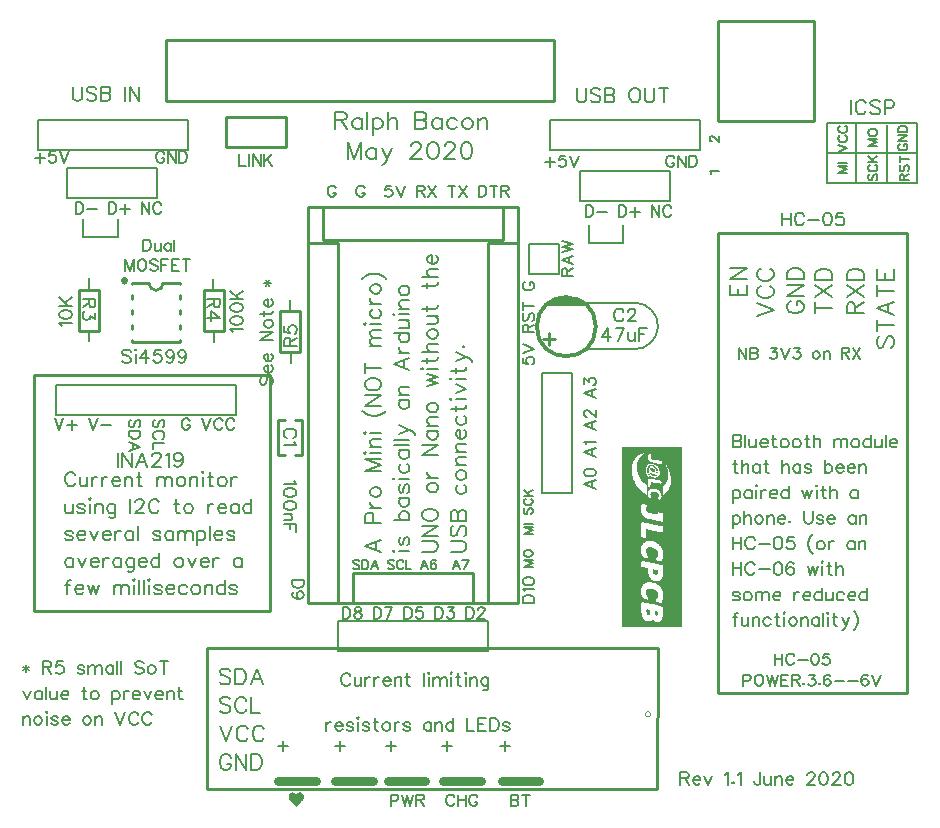
<source format=gto>
G04 Layer: TopSilkLayer*
G04 EasyEDA v6.3.53, 2020-06-25T17:48:37+01:00*
G04 4783db3a652f4b8084220859a28b68e3,923baca5ebdd4fbabfdc1fadd1ffc098,10*
G04 Gerber Generator version 0.2*
G04 Scale: 100 percent, Rotated: No, Reflected: No *
G04 Dimensions in inches *
G04 leading zeros omitted , absolute positions ,2 integer and 4 decimal *
%FSLAX24Y24*%
%MOIN*%
G90*
G70D02*

%ADD10C,0.030000*%
%ADD11C,0.010000*%
%ADD25C,0.005000*%
%ADD26C,0.008000*%
%ADD27C,0.007992*%
%ADD28C,0.011811*%
%ADD29C,0.006000*%
%ADD30C,0.007000*%
%ADD31C,0.005906*%

%LPD*%

%LPD*%
G36*
G01X23250Y12300D02*
G01X21250Y12300D01*
G01X21250Y6300D01*
G01X23250Y6300D01*
G01X23250Y12300D01*
G37*

%LPC*%
G36*
G01X22222Y12034D02*
G01X22198Y12075D01*
G01X22158Y12043D01*
G01X22139Y12026D01*
G01X22125Y12008D01*
G01X22117Y11987D01*
G01X22112Y11961D01*
G01X22111Y11938D01*
G01X22114Y11913D01*
G01X22120Y11890D01*
G01X22130Y11867D01*
G01X22142Y11845D01*
G01X22157Y11826D01*
G01X22175Y11810D01*
G01X22194Y11798D01*
G01X22203Y11794D01*
G01X22217Y11790D01*
G01X22235Y11784D01*
G01X22256Y11779D01*
G01X22280Y11773D01*
G01X22306Y11767D01*
G01X22334Y11761D01*
G01X22392Y11749D01*
G01X22420Y11744D01*
G01X22447Y11739D01*
G01X22473Y11734D01*
G01X22497Y11731D01*
G01X22517Y11728D01*
G01X22534Y11726D01*
G01X22547Y11726D01*
G01X22562Y11727D01*
G01X22570Y11734D01*
G01X22574Y11748D01*
G01X22575Y11773D01*
G01X22575Y11820D01*
G01X22431Y11845D01*
G01X22386Y11853D01*
G01X22347Y11859D01*
G01X22315Y11866D01*
G01X22288Y11872D01*
G01X22265Y11878D01*
G01X22247Y11884D01*
G01X22233Y11890D01*
G01X22222Y11896D01*
G01X22215Y11903D01*
G01X22210Y11910D01*
G01X22207Y11918D01*
G01X22206Y11927D01*
G01X22208Y11940D01*
G01X22212Y11953D01*
G01X22218Y11966D01*
G01X22226Y11976D01*
G01X22236Y11987D01*
G01X22238Y11998D01*
G01X22234Y12012D01*
G01X22222Y12034D01*
G37*
G36*
G01X22255Y11736D02*
G01X22228Y11738D01*
G01X22202Y11737D01*
G01X22177Y11733D01*
G01X22154Y11726D01*
G01X22134Y11717D01*
G01X22116Y11705D01*
G01X22100Y11690D01*
G01X22086Y11673D01*
G01X22075Y11653D01*
G01X22065Y11630D01*
G01X22058Y11603D01*
G01X22053Y11575D01*
G01X22050Y11542D01*
G01X22049Y11519D01*
G01X22050Y11496D01*
G01X22052Y11473D01*
G01X22056Y11451D01*
G01X22060Y11430D01*
G01X22067Y11409D01*
G01X22074Y11390D01*
G01X22082Y11371D01*
G01X22102Y11339D01*
G01X22114Y11326D01*
G01X22127Y11314D01*
G01X22144Y11301D01*
G01X22153Y11296D01*
G01X22157Y11298D01*
G01X22157Y11309D01*
G01X22155Y11322D01*
G01X22148Y11340D01*
G01X22139Y11361D01*
G01X22127Y11384D01*
G01X22112Y11413D01*
G01X22102Y11441D01*
G01X22097Y11473D01*
G01X22096Y11511D01*
G01X22097Y11543D01*
G01X22100Y11572D01*
G01X22106Y11597D01*
G01X22113Y11619D01*
G01X22122Y11638D01*
G01X22135Y11655D01*
G01X22149Y11668D01*
G01X22165Y11678D01*
G01X22184Y11685D01*
G01X22206Y11690D01*
G01X22230Y11692D01*
G01X22256Y11690D01*
G01X22278Y11688D01*
G01X22318Y11676D01*
G01X22338Y11667D01*
G01X22356Y11657D01*
G01X22373Y11645D01*
G01X22389Y11632D01*
G01X22403Y11617D01*
G01X22417Y11601D01*
G01X22429Y11585D01*
G01X22440Y11568D01*
G01X22450Y11550D01*
G01X22458Y11532D01*
G01X22464Y11513D01*
G01X22469Y11494D01*
G01X22472Y11475D01*
G01X22473Y11456D01*
G01X22472Y11438D01*
G01X22470Y11419D01*
G01X22465Y11402D01*
G01X22459Y11385D01*
G01X22450Y11369D01*
G01X22439Y11353D01*
G01X22425Y11339D01*
G01X22409Y11325D01*
G01X22392Y11318D01*
G01X22371Y11315D01*
G01X22342Y11317D01*
G01X22314Y11322D01*
G01X22290Y11330D01*
G01X22269Y11342D01*
G01X22247Y11361D01*
G01X22225Y11384D01*
G01X22211Y11401D01*
G01X22206Y11413D01*
G01X22208Y11419D01*
G01X22219Y11421D01*
G01X22239Y11417D01*
G01X22268Y11408D01*
G01X22306Y11395D01*
G01X22345Y11380D01*
G01X22377Y11368D01*
G01X22400Y11360D01*
G01X22410Y11357D01*
G01X22412Y11360D01*
G01X22414Y11367D01*
G01X22415Y11377D01*
G01X22415Y11390D01*
G01X22414Y11402D01*
G01X22411Y11413D01*
G01X22407Y11420D01*
G01X22402Y11422D01*
G01X22397Y11423D01*
G01X22396Y11427D01*
G01X22397Y11434D01*
G01X22402Y11443D01*
G01X22413Y11471D01*
G01X22414Y11502D01*
G01X22405Y11533D01*
G01X22387Y11564D01*
G01X22372Y11582D01*
G01X22355Y11598D01*
G01X22336Y11613D01*
G01X22317Y11625D01*
G01X22297Y11634D01*
G01X22277Y11642D01*
G01X22258Y11647D01*
G01X22239Y11649D01*
G01X22221Y11649D01*
G01X22205Y11646D01*
G01X22190Y11639D01*
G01X22178Y11630D01*
G01X22164Y11604D01*
G01X22158Y11569D01*
G01X22160Y11534D01*
G01X22172Y11511D01*
G01X22179Y11505D01*
G01X22181Y11501D01*
G01X22179Y11499D01*
G01X22172Y11498D01*
G01X22161Y11485D01*
G01X22158Y11453D01*
G01X22163Y11415D01*
G01X22175Y11381D01*
G01X22191Y11358D01*
G01X22210Y11337D01*
G01X22231Y11318D01*
G01X22255Y11302D01*
G01X22281Y11289D01*
G01X22306Y11279D01*
G01X22333Y11273D01*
G01X22359Y11271D01*
G01X22381Y11272D01*
G01X22402Y11275D01*
G01X22421Y11280D01*
G01X22438Y11287D01*
G01X22453Y11296D01*
G01X22467Y11307D01*
G01X22479Y11321D01*
G01X22490Y11337D01*
G01X22497Y11353D01*
G01X22503Y11370D01*
G01X22508Y11389D01*
G01X22511Y11409D01*
G01X22513Y11430D01*
G01X22514Y11452D01*
G01X22513Y11474D01*
G01X22510Y11496D01*
G01X22507Y11517D01*
G01X22502Y11538D01*
G01X22496Y11557D01*
G01X22488Y11574D01*
G01X22474Y11598D01*
G01X22458Y11621D01*
G01X22441Y11641D01*
G01X22422Y11661D01*
G01X22401Y11678D01*
G01X22379Y11693D01*
G01X22356Y11706D01*
G01X22332Y11717D01*
G01X22307Y11726D01*
G01X22281Y11732D01*
G01X22255Y11736D01*
G37*
G36*
G01X22151Y11238D02*
G01X22143Y11238D01*
G01X22136Y11237D01*
G01X22131Y11234D01*
G01X22127Y11228D01*
G01X22124Y11217D01*
G01X22122Y11200D01*
G01X22121Y11177D01*
G01X22121Y11057D01*
G01X22122Y11021D01*
G01X22125Y10995D01*
G01X22129Y10977D01*
G01X22137Y10966D01*
G01X22148Y10959D01*
G01X22163Y10957D01*
G01X22182Y10957D01*
G01X22195Y10959D01*
G01X22202Y10971D01*
G01X22206Y10996D01*
G01X22209Y11041D01*
G01X22213Y11126D01*
G01X22384Y11096D01*
G01X22419Y11090D01*
G01X22452Y11085D01*
G01X22482Y11081D01*
G01X22508Y11077D01*
G01X22531Y11074D01*
G01X22548Y11072D01*
G01X22560Y11071D01*
G01X22565Y11072D01*
G01X22573Y11090D01*
G01X22575Y11121D01*
G01X22569Y11152D01*
G01X22559Y11167D01*
G01X22550Y11170D01*
G01X22534Y11173D01*
G01X22511Y11177D01*
G01X22485Y11182D01*
G01X22454Y11188D01*
G01X22420Y11194D01*
G01X22385Y11200D01*
G01X22312Y11212D01*
G01X22277Y11218D01*
G01X22243Y11223D01*
G01X22213Y11228D01*
G01X22187Y11232D01*
G01X22166Y11236D01*
G01X22151Y11238D01*
G37*
G36*
G01X22000Y12080D02*
G01X21987Y12080D01*
G01X21967Y12077D01*
G01X21942Y12071D01*
G01X21914Y12064D01*
G01X21886Y12054D01*
G01X21859Y12043D01*
G01X21840Y12034D01*
G01X21821Y12024D01*
G01X21803Y12013D01*
G01X21785Y12000D01*
G01X21768Y11987D01*
G01X21736Y11959D01*
G01X21721Y11943D01*
G01X21707Y11927D01*
G01X21693Y11910D01*
G01X21681Y11892D01*
G01X21657Y11854D01*
G01X21647Y11834D01*
G01X21637Y11813D01*
G01X21628Y11792D01*
G01X21620Y11770D01*
G01X21613Y11748D01*
G01X21606Y11725D01*
G01X21600Y11701D01*
G01X21595Y11676D01*
G01X21591Y11652D01*
G01X21588Y11627D01*
G01X21585Y11601D01*
G01X21584Y11575D01*
G01X21583Y11548D01*
G01X21585Y11494D01*
G01X21586Y11468D01*
G01X21589Y11443D01*
G01X21592Y11417D01*
G01X21600Y11367D01*
G01X21605Y11342D01*
G01X21617Y11294D01*
G01X21624Y11269D01*
G01X21631Y11246D01*
G01X21640Y11222D01*
G01X21648Y11198D01*
G01X21657Y11176D01*
G01X21677Y11130D01*
G01X21689Y11108D01*
G01X21700Y11086D01*
G01X21724Y11044D01*
G01X21737Y11023D01*
G01X21751Y11002D01*
G01X21765Y10982D01*
G01X21779Y10963D01*
G01X21794Y10944D01*
G01X21810Y10925D01*
G01X21842Y10889D01*
G01X21876Y10855D01*
G01X21894Y10838D01*
G01X21912Y10823D01*
G01X21931Y10807D01*
G01X21969Y10779D01*
G01X21989Y10765D01*
G01X22009Y10752D01*
G01X22084Y10706D01*
G01X22081Y11016D01*
G01X21987Y11097D01*
G01X21963Y11119D01*
G01X21942Y11139D01*
G01X21922Y11158D01*
G01X21906Y11176D01*
G01X21890Y11195D01*
G01X21877Y11213D01*
G01X21865Y11232D01*
G01X21854Y11251D01*
G01X21842Y11274D01*
G01X21831Y11298D01*
G01X21820Y11321D01*
G01X21810Y11345D01*
G01X21801Y11369D01*
G01X21793Y11394D01*
G01X21779Y11444D01*
G01X21773Y11468D01*
G01X21768Y11493D01*
G01X21760Y11543D01*
G01X21757Y11568D01*
G01X21755Y11592D01*
G01X21754Y11617D01*
G01X21753Y11641D01*
G01X21754Y11665D01*
G01X21755Y11688D01*
G01X21757Y11711D01*
G01X21763Y11757D01*
G01X21768Y11778D01*
G01X21773Y11800D01*
G01X21779Y11820D01*
G01X21793Y11860D01*
G01X21811Y11896D01*
G01X21819Y11910D01*
G01X21830Y11924D01*
G01X21856Y11956D01*
G01X21872Y11972D01*
G01X21923Y12020D01*
G01X21959Y12048D01*
G01X21993Y12070D01*
G01X22002Y12077D01*
G01X22000Y12080D01*
G37*
G36*
G01X22189Y7782D02*
G01X22162Y7782D01*
G01X22138Y7781D01*
G01X22114Y7778D01*
G01X22092Y7774D01*
G01X22071Y7769D01*
G01X22051Y7763D01*
G01X22032Y7755D01*
G01X22014Y7746D01*
G01X21998Y7735D01*
G01X21982Y7723D01*
G01X21968Y7710D01*
G01X21955Y7695D01*
G01X21942Y7679D01*
G01X21931Y7661D01*
G01X21920Y7642D01*
G01X21912Y7623D01*
G01X21905Y7600D01*
G01X21899Y7574D01*
G01X21896Y7547D01*
G01X21893Y7518D01*
G01X21893Y7488D01*
G01X21894Y7458D01*
G01X21896Y7427D01*
G01X21901Y7397D01*
G01X21906Y7368D01*
G01X21914Y7340D01*
G01X21922Y7315D01*
G01X21951Y7242D01*
G01X22021Y7225D01*
G01X22049Y7218D01*
G01X22076Y7211D01*
G01X22098Y7206D01*
G01X22111Y7202D01*
G01X22124Y7201D01*
G01X22133Y7203D01*
G01X22138Y7211D01*
G01X22139Y7222D01*
G01X22136Y7237D01*
G01X22129Y7257D01*
G01X22118Y7280D01*
G01X22103Y7308D01*
G01X22087Y7339D01*
G01X22074Y7369D01*
G01X22065Y7398D01*
G01X22060Y7425D01*
G01X22057Y7450D01*
G01X22059Y7474D01*
G01X22064Y7495D01*
G01X22072Y7514D01*
G01X22084Y7531D01*
G01X22099Y7545D01*
G01X22118Y7557D01*
G01X22139Y7565D01*
G01X22160Y7570D01*
G01X22181Y7573D01*
G01X22204Y7574D01*
G01X22226Y7573D01*
G01X22249Y7570D01*
G01X22272Y7565D01*
G01X22295Y7558D01*
G01X22317Y7550D01*
G01X22338Y7541D01*
G01X22359Y7530D01*
G01X22378Y7517D01*
G01X22396Y7504D01*
G01X22412Y7489D01*
G01X22426Y7474D01*
G01X22438Y7457D01*
G01X22448Y7440D01*
G01X22455Y7421D01*
G01X22460Y7401D01*
G01X22462Y7380D01*
G01X22462Y7359D01*
G01X22460Y7336D01*
G01X22457Y7315D01*
G01X22451Y7293D01*
G01X22444Y7273D01*
G01X22435Y7254D01*
G01X22424Y7237D01*
G01X22412Y7223D01*
G01X22399Y7211D01*
G01X22391Y7203D01*
G01X22384Y7193D01*
G01X22380Y7182D01*
G01X22378Y7171D01*
G01X22381Y7157D01*
G01X22389Y7148D01*
G01X22404Y7140D01*
G01X22431Y7133D01*
G01X22454Y7128D01*
G01X22479Y7121D01*
G01X22539Y7106D01*
G01X22554Y7103D01*
G01X22564Y7103D01*
G01X22570Y7104D01*
G01X22574Y7110D01*
G01X22581Y7125D01*
G01X22589Y7144D01*
G01X22598Y7167D01*
G01X22605Y7186D01*
G01X22611Y7207D01*
G01X22616Y7229D01*
G01X22620Y7253D01*
G01X22624Y7278D01*
G01X22627Y7303D01*
G01X22629Y7328D01*
G01X22630Y7352D01*
G01X22630Y7376D01*
G01X22629Y7399D01*
G01X22627Y7420D01*
G01X22624Y7438D01*
G01X22619Y7461D01*
G01X22612Y7482D01*
G01X22604Y7504D01*
G01X22595Y7526D01*
G01X22584Y7547D01*
G01X22573Y7567D01*
G01X22560Y7588D01*
G01X22546Y7607D01*
G01X22531Y7625D01*
G01X22515Y7643D01*
G01X22499Y7659D01*
G01X22482Y7675D01*
G01X22461Y7691D01*
G01X22441Y7706D01*
G01X22421Y7719D01*
G01X22401Y7731D01*
G01X22380Y7741D01*
G01X22359Y7750D01*
G01X22337Y7758D01*
G01X22314Y7765D01*
G01X22291Y7771D01*
G01X22267Y7775D01*
G01X22242Y7778D01*
G01X22216Y7780D01*
G01X22189Y7782D01*
G37*
G36*
G01X22730Y11700D02*
G01X22727Y11701D01*
G01X22728Y11692D01*
G01X22734Y11671D01*
G01X22743Y11639D01*
G01X22755Y11601D01*
G01X22762Y11577D01*
G01X22774Y11525D01*
G01X22779Y11498D01*
G01X22783Y11470D01*
G01X22787Y11441D01*
G01X22790Y11412D01*
G01X22792Y11383D01*
G01X22794Y11347D01*
G01X22794Y11292D01*
G01X22793Y11270D01*
G01X22790Y11250D01*
G01X22786Y11229D01*
G01X22780Y11208D01*
G01X22772Y11184D01*
G01X22764Y11162D01*
G01X22756Y11143D01*
G01X22747Y11126D01*
G01X22738Y11110D01*
G01X22726Y11095D01*
G01X22713Y11079D01*
G01X22697Y11063D01*
G01X22678Y11045D01*
G01X22611Y10984D01*
G01X22614Y10832D01*
G01X22618Y10680D01*
G01X22692Y10743D01*
G01X22711Y10759D01*
G01X22730Y10776D01*
G01X22762Y10810D01*
G01X22777Y10828D01*
G01X22790Y10846D01*
G01X22803Y10865D01*
G01X22815Y10884D01*
G01X22827Y10905D01*
G01X22838Y10927D01*
G01X22858Y10975D01*
G01X22865Y10995D01*
G01X22871Y11016D01*
G01X22877Y11038D01*
G01X22881Y11060D01*
G01X22885Y11084D01*
G01X22887Y11108D01*
G01X22889Y11133D01*
G01X22890Y11159D01*
G01X22890Y11184D01*
G01X22889Y11211D01*
G01X22887Y11238D01*
G01X22881Y11292D01*
G01X22876Y11320D01*
G01X22871Y11347D01*
G01X22865Y11375D01*
G01X22858Y11403D01*
G01X22842Y11457D01*
G01X22832Y11484D01*
G01X22824Y11504D01*
G01X22815Y11527D01*
G01X22793Y11575D01*
G01X22782Y11600D01*
G01X22771Y11623D01*
G01X22760Y11645D01*
G01X22751Y11664D01*
G01X22742Y11680D01*
G01X22735Y11692D01*
G01X22730Y11700D01*
G37*
G36*
G01X21928Y8494D02*
G01X21922Y8495D01*
G01X21919Y8494D01*
G01X21910Y8487D01*
G01X21904Y8471D01*
G01X21901Y8442D01*
G01X21900Y8396D01*
G01X21900Y8304D01*
G01X21945Y8293D01*
G01X21967Y8288D01*
G01X21995Y8282D01*
G01X22025Y8275D01*
G01X22054Y8269D01*
G01X22117Y8257D01*
G01X22125Y8167D01*
G01X22128Y8136D01*
G01X22133Y8106D01*
G01X22139Y8077D01*
G01X22146Y8049D01*
G01X22154Y8023D01*
G01X22163Y7998D01*
G01X22173Y7975D01*
G01X22184Y7953D01*
G01X22196Y7932D01*
G01X22210Y7913D01*
G01X22224Y7896D01*
G01X22239Y7880D01*
G01X22255Y7866D01*
G01X22272Y7853D01*
G01X22290Y7842D01*
G01X22309Y7833D01*
G01X22331Y7826D01*
G01X22359Y7821D01*
G01X22390Y7817D01*
G01X22420Y7816D01*
G01X22456Y7817D01*
G01X22483Y7821D01*
G01X22506Y7832D01*
G01X22530Y7848D01*
G01X22548Y7865D01*
G01X22566Y7885D01*
G01X22582Y7907D01*
G01X22593Y7927D01*
G01X22599Y7941D01*
G01X22604Y7958D01*
G01X22608Y7978D01*
G01X22611Y8003D01*
G01X22614Y8032D01*
G01X22617Y8067D01*
G01X22619Y8109D01*
G01X22621Y8159D01*
G01X22627Y8345D01*
G01X22585Y8355D01*
G01X22557Y8361D01*
G01X22528Y8369D01*
G01X22498Y8376D01*
G01X22467Y8382D01*
G01X22436Y8390D01*
G01X22374Y8404D01*
G01X22342Y8411D01*
G01X22280Y8425D01*
G01X22249Y8431D01*
G01X22219Y8438D01*
G01X22189Y8444D01*
G01X22160Y8450D01*
G01X22133Y8456D01*
G01X22106Y8461D01*
G01X22080Y8467D01*
G01X22056Y8471D01*
G01X22034Y8476D01*
G01X22013Y8480D01*
G01X21993Y8484D01*
G01X21976Y8487D01*
G01X21960Y8490D01*
G01X21947Y8492D01*
G01X21936Y8493D01*
G01X21928Y8494D01*
G37*
G36*
G01X22308Y10905D02*
G01X22282Y10905D01*
G01X22256Y10903D01*
G01X22231Y10898D01*
G01X22207Y10891D01*
G01X22184Y10882D01*
G01X22168Y10871D01*
G01X22152Y10856D01*
G01X22139Y10836D01*
G01X22128Y10815D01*
G01X22119Y10791D01*
G01X22114Y10766D01*
G01X22111Y10740D01*
G01X22113Y10716D01*
G01X22117Y10696D01*
G01X22124Y10674D01*
G01X22133Y10651D01*
G01X22143Y10629D01*
G01X22154Y10609D01*
G01X22164Y10592D01*
G01X22174Y10582D01*
G01X22181Y10578D01*
G01X22186Y10580D01*
G01X22194Y10584D01*
G01X22205Y10591D01*
G01X22217Y10599D01*
G01X22232Y10611D01*
G01X22238Y10621D01*
G01X22235Y10634D01*
G01X22226Y10652D01*
G01X22212Y10686D01*
G01X22207Y10722D01*
G01X22212Y10754D01*
G01X22226Y10777D01*
G01X22239Y10787D01*
G01X22255Y10794D01*
G01X22272Y10799D01*
G01X22291Y10801D01*
G01X22310Y10801D01*
G01X22330Y10800D01*
G01X22350Y10796D01*
G01X22370Y10790D01*
G01X22390Y10782D01*
G01X22409Y10773D01*
G01X22426Y10763D01*
G01X22442Y10751D01*
G01X22456Y10738D01*
G01X22468Y10723D01*
G01X22477Y10708D01*
G01X22484Y10692D01*
G01X22486Y10676D01*
G01X22485Y10659D01*
G01X22480Y10642D01*
G01X22471Y10623D01*
G01X22460Y10601D01*
G01X22457Y10586D01*
G01X22464Y10573D01*
G01X22482Y10557D01*
G01X22513Y10529D01*
G01X22540Y10553D01*
G01X22555Y10571D01*
G01X22565Y10593D01*
G01X22572Y10619D01*
G01X22574Y10649D01*
G01X22572Y10680D01*
G01X22567Y10711D01*
G01X22557Y10742D01*
G01X22543Y10771D01*
G01X22530Y10792D01*
G01X22514Y10811D01*
G01X22496Y10829D01*
G01X22476Y10845D01*
G01X22455Y10859D01*
G01X22432Y10872D01*
G01X22409Y10882D01*
G01X22385Y10891D01*
G01X22359Y10898D01*
G01X22334Y10902D01*
G01X22308Y10905D01*
G37*
G36*
G01X22216Y9153D02*
G01X22115Y9153D01*
G01X22092Y9151D01*
G01X22073Y9149D01*
G01X22058Y9145D01*
G01X22043Y9139D01*
G01X22029Y9132D01*
G01X22013Y9122D01*
G01X21988Y9105D01*
G01X21966Y9084D01*
G01X21946Y9059D01*
G01X21927Y9030D01*
G01X21918Y9011D01*
G01X21910Y8995D01*
G01X21904Y8978D01*
G01X21900Y8962D01*
G01X21897Y8944D01*
G01X21895Y8923D01*
G01X21894Y8897D01*
G01X21894Y8838D01*
G01X21895Y8813D01*
G01X21897Y8790D01*
G01X21903Y8750D01*
G01X21909Y8730D01*
G01X21915Y8711D01*
G01X21922Y8690D01*
G01X21951Y8617D01*
G01X22021Y8600D01*
G01X22049Y8593D01*
G01X22076Y8586D01*
G01X22098Y8581D01*
G01X22111Y8578D01*
G01X22124Y8576D01*
G01X22133Y8579D01*
G01X22138Y8586D01*
G01X22139Y8597D01*
G01X22136Y8613D01*
G01X22129Y8632D01*
G01X22118Y8655D01*
G01X22103Y8683D01*
G01X22087Y8715D01*
G01X22074Y8745D01*
G01X22065Y8773D01*
G01X22060Y8801D01*
G01X22057Y8826D01*
G01X22059Y8849D01*
G01X22064Y8871D01*
G01X22072Y8890D01*
G01X22084Y8906D01*
G01X22099Y8921D01*
G01X22118Y8932D01*
G01X22139Y8941D01*
G01X22160Y8946D01*
G01X22181Y8949D01*
G01X22204Y8950D01*
G01X22226Y8948D01*
G01X22249Y8945D01*
G01X22272Y8940D01*
G01X22295Y8934D01*
G01X22317Y8926D01*
G01X22338Y8916D01*
G01X22359Y8905D01*
G01X22378Y8893D01*
G01X22396Y8879D01*
G01X22412Y8865D01*
G01X22426Y8849D01*
G01X22438Y8832D01*
G01X22448Y8815D01*
G01X22455Y8797D01*
G01X22460Y8777D01*
G01X22462Y8756D01*
G01X22462Y8734D01*
G01X22460Y8712D01*
G01X22457Y8690D01*
G01X22451Y8669D01*
G01X22444Y8648D01*
G01X22435Y8630D01*
G01X22424Y8613D01*
G01X22412Y8598D01*
G01X22399Y8586D01*
G01X22391Y8578D01*
G01X22384Y8568D01*
G01X22380Y8557D01*
G01X22378Y8547D01*
G01X22381Y8533D01*
G01X22395Y8523D01*
G01X22423Y8512D01*
G01X22473Y8500D01*
G01X22510Y8491D01*
G01X22540Y8485D01*
G01X22562Y8481D01*
G01X22571Y8480D01*
G01X22575Y8486D01*
G01X22581Y8500D01*
G01X22589Y8520D01*
G01X22598Y8542D01*
G01X22605Y8561D01*
G01X22611Y8582D01*
G01X22621Y8628D01*
G01X22627Y8678D01*
G01X22629Y8703D01*
G01X22630Y8728D01*
G01X22630Y8752D01*
G01X22629Y8775D01*
G01X22627Y8796D01*
G01X22624Y8815D01*
G01X22618Y8840D01*
G01X22610Y8864D01*
G01X22601Y8888D01*
G01X22591Y8911D01*
G01X22578Y8934D01*
G01X22565Y8955D01*
G01X22550Y8977D01*
G01X22534Y8998D01*
G01X22498Y9036D01*
G01X22478Y9054D01*
G01X22457Y9071D01*
G01X22436Y9086D01*
G01X22413Y9100D01*
G01X22390Y9113D01*
G01X22366Y9124D01*
G01X22346Y9133D01*
G01X22327Y9139D01*
G01X22309Y9144D01*
G01X22290Y9148D01*
G01X22269Y9151D01*
G01X22245Y9152D01*
G01X22216Y9153D01*
G37*
G36*
G01X21927Y7118D02*
G01X21921Y7119D01*
G01X21917Y7118D01*
G01X21912Y7115D01*
G01X21909Y7109D01*
G01X21906Y7098D01*
G01X21903Y7082D01*
G01X21902Y7061D01*
G01X21901Y7034D01*
G01X21900Y7000D01*
G01X21900Y6958D01*
G01X21901Y6919D01*
G01X21901Y6883D01*
G01X21903Y6848D01*
G01X21905Y6816D01*
G01X21907Y6785D01*
G01X21911Y6756D01*
G01X21914Y6728D01*
G01X21924Y6678D01*
G01X21930Y6656D01*
G01X21937Y6635D01*
G01X21944Y6615D01*
G01X21952Y6598D01*
G01X21961Y6581D01*
G01X21971Y6566D01*
G01X21981Y6552D01*
G01X21992Y6539D01*
G01X22004Y6528D01*
G01X22017Y6518D01*
G01X22031Y6509D01*
G01X22046Y6501D01*
G01X22061Y6494D01*
G01X22095Y6484D01*
G01X22118Y6480D01*
G01X22141Y6478D01*
G01X22162Y6478D01*
G01X22183Y6481D01*
G01X22202Y6486D01*
G01X22220Y6494D01*
G01X22237Y6505D01*
G01X22252Y6517D01*
G01X22285Y6548D01*
G01X22313Y6511D01*
G01X22328Y6494D01*
G01X22344Y6481D01*
G01X22362Y6469D01*
G01X22381Y6461D01*
G01X22400Y6455D01*
G01X22420Y6452D01*
G01X22441Y6451D01*
G01X22461Y6453D01*
G01X22481Y6457D01*
G01X22501Y6464D01*
G01X22519Y6473D01*
G01X22537Y6485D01*
G01X22553Y6499D01*
G01X22568Y6515D01*
G01X22581Y6534D01*
G01X22592Y6554D01*
G01X22598Y6571D01*
G01X22603Y6589D01*
G01X22607Y6609D01*
G01X22611Y6634D01*
G01X22614Y6663D01*
G01X22617Y6698D01*
G01X22619Y6739D01*
G01X22621Y6788D01*
G01X22627Y6967D01*
G01X22281Y7046D01*
G01X22245Y7053D01*
G01X22210Y7061D01*
G01X22177Y7069D01*
G01X22144Y7076D01*
G01X22084Y7088D01*
G01X22056Y7094D01*
G01X22031Y7099D01*
G01X22007Y7104D01*
G01X21986Y7108D01*
G01X21967Y7111D01*
G01X21951Y7114D01*
G01X21938Y7117D01*
G01X21927Y7118D01*
G37*
G36*
G01X21928Y9786D02*
G01X21921Y9786D01*
G01X21916Y9785D01*
G01X21913Y9784D01*
G01X21911Y9780D01*
G01X21909Y9773D01*
G01X21907Y9763D01*
G01X21906Y9750D01*
G01X21905Y9734D01*
G01X21903Y9714D01*
G01X21902Y9692D01*
G01X21901Y9666D01*
G01X21901Y9637D01*
G01X21900Y9605D01*
G01X21900Y9290D01*
G01X21951Y9277D01*
G01X21973Y9273D01*
G01X21997Y9268D01*
G01X22018Y9265D01*
G01X22034Y9263D01*
G01X22065Y9261D01*
G01X22072Y9557D01*
G01X22331Y9498D01*
G01X22366Y9490D01*
G01X22400Y9483D01*
G01X22433Y9476D01*
G01X22464Y9469D01*
G01X22493Y9463D01*
G01X22519Y9458D01*
G01X22542Y9453D01*
G01X22563Y9450D01*
G01X22580Y9447D01*
G01X22593Y9445D01*
G01X22602Y9444D01*
G01X22607Y9445D01*
G01X22614Y9455D01*
G01X22620Y9478D01*
G01X22623Y9508D01*
G01X22625Y9543D01*
G01X22624Y9578D01*
G01X22621Y9608D01*
G01X22616Y9630D01*
G01X22609Y9641D01*
G01X22605Y9642D01*
G01X22598Y9643D01*
G01X22589Y9646D01*
G01X22576Y9648D01*
G01X22561Y9652D01*
G01X22543Y9656D01*
G01X22522Y9661D01*
G01X22500Y9666D01*
G01X22475Y9672D01*
G01X22448Y9678D01*
G01X22420Y9684D01*
G01X22390Y9691D01*
G01X22359Y9698D01*
G01X22327Y9705D01*
G01X22294Y9713D01*
G01X22260Y9720D01*
G01X22216Y9730D01*
G01X22176Y9739D01*
G01X22139Y9747D01*
G01X22105Y9755D01*
G01X22074Y9761D01*
G01X22047Y9767D01*
G01X22022Y9771D01*
G01X22000Y9776D01*
G01X21980Y9779D01*
G01X21964Y9782D01*
G01X21949Y9784D01*
G01X21938Y9785D01*
G01X21928Y9786D01*
G37*
G36*
G01X21967Y10380D02*
G01X21940Y10384D01*
G01X21923Y10383D01*
G01X21914Y10378D01*
G01X21908Y10366D01*
G01X21903Y10345D01*
G01X21899Y10317D01*
G01X21897Y10284D01*
G01X21895Y10248D01*
G01X21896Y10212D01*
G01X21897Y10178D01*
G01X21901Y10147D01*
G01X21907Y10117D01*
G01X21916Y10086D01*
G01X21926Y10058D01*
G01X21936Y10037D01*
G01X21949Y10017D01*
G01X21966Y9998D01*
G01X21985Y9979D01*
G01X22007Y9961D01*
G01X22030Y9944D01*
G01X22053Y9930D01*
G01X22076Y9918D01*
G01X22098Y9909D01*
G01X22114Y9905D01*
G01X22134Y9899D01*
G01X22157Y9893D01*
G01X22184Y9887D01*
G01X22214Y9880D01*
G01X22245Y9873D01*
G01X22278Y9865D01*
G01X22311Y9858D01*
G01X22346Y9850D01*
G01X22414Y9836D01*
G01X22447Y9829D01*
G01X22477Y9823D01*
G01X22506Y9817D01*
G01X22533Y9813D01*
G01X22556Y9808D01*
G01X22575Y9805D01*
G01X22590Y9803D01*
G01X22601Y9802D01*
G01X22606Y9802D01*
G01X22611Y9805D01*
G01X22615Y9811D01*
G01X22618Y9821D01*
G01X22620Y9835D01*
G01X22622Y9854D01*
G01X22623Y9878D01*
G01X22623Y9909D01*
G01X22624Y9947D01*
G01X22624Y10086D01*
G01X22561Y10099D01*
G01X22528Y10106D01*
G01X22502Y10110D01*
G01X22483Y10111D01*
G01X22469Y10111D01*
G01X22460Y10106D01*
G01X22455Y10099D01*
G01X22452Y10088D01*
G01X22452Y10074D01*
G01X22451Y10059D01*
G01X22449Y10047D01*
G01X22446Y10039D01*
G01X22443Y10036D01*
G01X22431Y10038D01*
G01X22411Y10041D01*
G01X22385Y10047D01*
G01X22354Y10054D01*
G01X22320Y10062D01*
G01X22285Y10071D01*
G01X22249Y10080D01*
G01X22215Y10088D01*
G01X22184Y10097D01*
G01X22157Y10104D01*
G01X22137Y10111D01*
G01X22125Y10115D01*
G01X22107Y10126D01*
G01X22092Y10138D01*
G01X22080Y10154D01*
G01X22071Y10173D01*
G01X22067Y10186D01*
G01X22064Y10198D01*
G01X22062Y10212D01*
G01X22063Y10227D01*
G01X22064Y10244D01*
G01X22067Y10266D01*
G01X22072Y10292D01*
G01X22079Y10323D01*
G01X22081Y10343D01*
G01X22075Y10354D01*
G01X22052Y10363D01*
G01X22005Y10373D01*
G01X21967Y10380D01*
G37*

%LPD*%
G36*
G01X22258Y11583D02*
G01X22241Y11585D01*
G01X22220Y11582D01*
G01X22206Y11573D01*
G01X22198Y11561D01*
G01X22198Y11545D01*
G01X22204Y11528D01*
G01X22216Y11509D01*
G01X22235Y11492D01*
G01X22260Y11476D01*
G01X22292Y11462D01*
G01X22320Y11456D01*
G01X22345Y11458D01*
G01X22364Y11468D01*
G01X22373Y11477D01*
G01X22377Y11486D01*
G01X22374Y11498D01*
G01X22366Y11517D01*
G01X22358Y11529D01*
G01X22346Y11540D01*
G01X22331Y11552D01*
G01X22314Y11562D01*
G01X22296Y11571D01*
G01X22277Y11578D01*
G01X22258Y11583D01*
G37*

%LPD*%
G36*
G01X22314Y8212D02*
G01X22303Y8213D01*
G01X22296Y8208D01*
G01X22293Y8194D01*
G01X22293Y8170D01*
G01X22294Y8138D01*
G01X22299Y8110D01*
G01X22307Y8086D01*
G01X22318Y8067D01*
G01X22332Y8052D01*
G01X22349Y8041D01*
G01X22370Y8034D01*
G01X22393Y8032D01*
G01X22422Y8037D01*
G01X22439Y8051D01*
G01X22449Y8078D01*
G01X22452Y8120D01*
G01X22452Y8181D01*
G01X22394Y8194D01*
G01X22369Y8199D01*
G01X22346Y8205D01*
G01X22327Y8209D01*
G01X22314Y8212D01*
G37*

%LPD*%
G36*
G01X22099Y6881D02*
G01X22078Y6884D01*
G01X22074Y6878D01*
G01X22072Y6863D01*
G01X22071Y6840D01*
G01X22072Y6813D01*
G01X22074Y6785D01*
G01X22077Y6759D01*
G01X22082Y6737D01*
G01X22087Y6723D01*
G01X22106Y6701D01*
G01X22130Y6688D01*
G01X22154Y6686D01*
G01X22176Y6696D01*
G01X22184Y6708D01*
G01X22190Y6726D01*
G01X22193Y6752D01*
G01X22194Y6786D01*
G01X22194Y6860D01*
G01X22140Y6872D01*
G01X22118Y6877D01*
G01X22099Y6881D01*
G37*

%LPD*%
G36*
G01X22414Y6813D02*
G01X22380Y6818D01*
G01X22361Y6815D01*
G01X22355Y6799D01*
G01X22354Y6768D01*
G01X22359Y6726D01*
G01X22372Y6694D01*
G01X22393Y6674D01*
G01X22419Y6670D01*
G01X22434Y6674D01*
G01X22442Y6684D01*
G01X22447Y6704D01*
G01X22450Y6739D01*
G01X22453Y6806D01*
G01X22414Y6813D01*
G37*

%LPD*%
G54D25*
G01X20150Y19700D02*
G01X20150Y19100D01*
G01X21300Y19100D01*
G01X21300Y19700D01*
G01X3300Y19900D02*
G01X3300Y19300D01*
G01X4450Y19300D01*
G01X4450Y19900D01*
G01X31085Y21077D02*
G01X28085Y21077D01*
G01X28085Y23077D01*
G01X31085Y23077D01*
G01X31085Y21077D01*
G01X30082Y21077D02*
G01X30082Y23027D01*
G01X29069Y23077D02*
G01X29069Y21077D01*
G01X31085Y22073D02*
G01X28085Y22073D01*
G01X3499Y16161D02*
G01X3499Y15829D01*
G01X3485Y17538D02*
G01X3485Y17929D01*
G01X7653Y16161D02*
G01X7653Y15779D01*
G01X7632Y17538D02*
G01X7632Y17879D01*
G01X10210Y15461D02*
G01X10210Y15100D01*
G01X10200Y17200D02*
G01X10200Y16838D01*
G01X21704Y17097D02*
G01X20000Y17100D01*
G01X21654Y15547D02*
G01X20000Y15547D01*
G54D10*
G01X9800Y1150D02*
G01X11050Y1150D01*
G01X17250Y1150D02*
G01X18500Y1150D01*
G01X15300Y1150D02*
G01X16550Y1150D01*
G01X13450Y1150D02*
G01X14700Y1150D01*
G01X11700Y1150D02*
G01X12950Y1150D01*
G54D11*
G01X24450Y4075D02*
G01X24450Y19425D01*
G01X30750Y19425D01*
G01X30750Y4075D01*
G01X24450Y4075D01*
G54D26*
G01X2550Y23200D02*
G01X1800Y23200D01*
G01X1800Y22200D01*
G01X6800Y22200D01*
G01X6800Y23200D01*
G54D27*
G01X6800Y23200D02*
G01X2550Y23200D01*
G54D26*
G01X12550Y6500D02*
G01X11800Y6500D01*
G01X11800Y5500D01*
G01X16800Y5500D01*
G01X16800Y6500D01*
G54D27*
G01X16800Y6500D02*
G01X12550Y6500D01*
G54D26*
G01X23100Y22200D02*
G01X23850Y22200D01*
G01X23850Y23200D01*
G01X18850Y23200D01*
G01X18850Y22200D01*
G54D27*
G01X18850Y22200D02*
G01X23100Y22200D01*
G54D26*
G01X19150Y18050D02*
G01X18150Y18050D01*
G01X18150Y19050D01*
G01X19150Y19050D01*
G01X19150Y18300D01*
G54D27*
G01X19150Y18050D02*
G01X19150Y18300D01*
G54D26*
G01X7650Y13350D02*
G01X8400Y13350D01*
G01X8400Y14350D01*
G01X2400Y14350D01*
G01X2400Y13350D01*
G54D27*
G01X2400Y13350D02*
G01X7650Y13350D01*
G54D11*
G01X7410Y5403D02*
G01X7410Y903D01*
G01X14910Y903D01*
G01X22410Y903D01*
G01X22450Y5588D01*
G01X7410Y5588D01*
G01X7410Y5403D01*
G01X24451Y26486D02*
G01X24451Y23140D01*
G01X27648Y26487D02*
G01X24451Y26487D01*
G01X27648Y23140D02*
G01X24451Y23140D01*
G01X27648Y23140D02*
G01X27648Y26487D01*
G01X18809Y15703D02*
G01X18809Y16103D01*
G01X18612Y15906D02*
G01X19012Y15906D01*
G01X10593Y13190D02*
G01X10593Y12009D01*
G01X9806Y12009D02*
G01X9806Y13190D01*
G01X10593Y13190D02*
G01X10373Y13190D01*
G01X10026Y13190D02*
G01X9806Y13190D01*
G01X9806Y12009D02*
G01X10026Y12009D01*
G01X10373Y12009D02*
G01X10593Y12009D01*
G01X10534Y15461D02*
G01X9865Y15461D01*
G01X9865Y15461D02*
G01X9865Y16838D01*
G01X10534Y16838D02*
G01X10534Y15461D01*
G01X9865Y16838D02*
G01X10534Y16838D01*
G01X4933Y17763D02*
G01X4933Y17707D01*
G01X4933Y17352D02*
G01X4933Y17207D01*
G01X6508Y17763D02*
G01X6508Y17707D01*
G01X6508Y17352D02*
G01X6508Y17207D01*
G01X6508Y16852D02*
G01X6508Y16707D01*
G01X6508Y16352D02*
G01X6508Y16207D01*
G01X5492Y17763D02*
G01X4933Y17763D01*
G01X4933Y16852D02*
G01X4933Y16707D01*
G01X4933Y16352D02*
G01X4933Y16207D01*
G01X4933Y15852D02*
G01X4933Y15795D01*
G01X6508Y17763D02*
G01X5957Y17763D01*
G01X6508Y15795D02*
G01X4933Y15795D01*
G01X6508Y15852D02*
G01X6508Y15795D01*
G01X3165Y17538D02*
G01X3834Y17538D01*
G01X3834Y17538D02*
G01X3834Y16161D01*
G01X3165Y16161D02*
G01X3165Y17538D01*
G01X3834Y16161D02*
G01X3165Y16161D01*
G01X7315Y17538D02*
G01X7984Y17538D01*
G01X7984Y17538D02*
G01X7984Y16161D01*
G01X7315Y16161D02*
G01X7315Y17538D01*
G01X7984Y16161D02*
G01X7315Y16161D01*
G54D26*
G01X3500Y21600D02*
G01X2750Y21600D01*
G01X2750Y20600D01*
G01X5750Y20600D01*
G01X5750Y21600D01*
G54D27*
G01X5750Y21600D02*
G01X3500Y21600D01*
G54D26*
G01X20600Y21500D02*
G01X19850Y21500D01*
G01X19850Y20500D01*
G01X22850Y20500D01*
G01X22850Y21500D01*
G54D27*
G01X22850Y21500D02*
G01X20600Y21500D01*
G54D26*
G01X19600Y10750D02*
G01X18600Y10750D01*
G01X18600Y14750D01*
G01X19600Y14750D01*
G01X19600Y14000D01*
G54D27*
G01X19600Y10750D02*
G01X19600Y14000D01*
G54D11*
G01X16300Y7100D02*
G01X16300Y8100D01*
G01X12300Y8100D01*
G01X12300Y7100D01*
G01X11300Y20300D02*
G01X11300Y19200D01*
G01X17300Y19200D01*
G01X17300Y20300D01*
G01X10800Y19100D02*
G01X10800Y20300D01*
G01X17800Y20300D01*
G01X17800Y19100D01*
G01X16800Y7100D02*
G01X11800Y7100D01*
G01X11800Y7200D01*
G01X16800Y19100D02*
G01X17800Y19100D01*
G01X17800Y7100D01*
G01X16800Y7100D01*
G01X16800Y19100D01*
G01X11800Y19100D02*
G01X11800Y7100D01*
G01X10800Y7100D01*
G01X10800Y19100D01*
G01X11800Y19100D01*
G01X8050Y23300D02*
G01X10050Y23300D01*
G01X10050Y22300D01*
G01X8050Y22300D01*
G01X8050Y23300D01*
G54D29*
G01X23200Y1453D02*
G01X23200Y1025D01*
G01X23200Y1453D02*
G01X23384Y1453D01*
G01X23444Y1434D01*
G01X23465Y1413D01*
G01X23485Y1371D01*
G01X23485Y1330D01*
G01X23465Y1290D01*
G01X23444Y1269D01*
G01X23384Y1250D01*
G01X23200Y1250D01*
G01X23343Y1250D02*
G01X23485Y1025D01*
G01X23621Y1188D02*
G01X23867Y1188D01*
G01X23867Y1228D01*
G01X23846Y1269D01*
G01X23826Y1290D01*
G01X23785Y1311D01*
G01X23723Y1311D01*
G01X23682Y1290D01*
G01X23642Y1250D01*
G01X23621Y1188D01*
G01X23621Y1146D01*
G01X23642Y1086D01*
G01X23682Y1044D01*
G01X23723Y1025D01*
G01X23785Y1025D01*
G01X23826Y1044D01*
G01X23867Y1086D01*
G01X24002Y1311D02*
G01X24125Y1025D01*
G01X24247Y1311D02*
G01X24125Y1025D01*
G01X24697Y1371D02*
G01X24738Y1392D01*
G01X24800Y1453D01*
G01X24800Y1025D01*
G01X24955Y1126D02*
G01X24935Y1105D01*
G01X24955Y1086D01*
G01X24975Y1105D01*
G01X24955Y1126D01*
G01X25110Y1371D02*
G01X25151Y1392D01*
G01X25213Y1453D01*
G01X25213Y1025D01*
G01X25867Y1453D02*
G01X25867Y1126D01*
G01X25847Y1065D01*
G01X25826Y1044D01*
G01X25785Y1025D01*
G01X25744Y1025D01*
G01X25703Y1044D01*
G01X25682Y1065D01*
G01X25663Y1126D01*
G01X25663Y1167D01*
G01X26002Y1311D02*
G01X26002Y1105D01*
G01X26022Y1044D01*
G01X26064Y1025D01*
G01X26125Y1025D01*
G01X26165Y1044D01*
G01X26227Y1105D01*
G01X26227Y1311D02*
G01X26227Y1025D01*
G01X26361Y1311D02*
G01X26361Y1025D01*
G01X26361Y1228D02*
G01X26423Y1290D01*
G01X26464Y1311D01*
G01X26526Y1311D01*
G01X26567Y1290D01*
G01X26586Y1228D01*
G01X26586Y1025D01*
G01X26722Y1188D02*
G01X26968Y1188D01*
G01X26968Y1228D01*
G01X26947Y1269D01*
G01X26927Y1290D01*
G01X26885Y1311D01*
G01X26825Y1311D01*
G01X26784Y1290D01*
G01X26743Y1250D01*
G01X26722Y1188D01*
G01X26722Y1146D01*
G01X26743Y1086D01*
G01X26784Y1044D01*
G01X26825Y1025D01*
G01X26885Y1025D01*
G01X26927Y1044D01*
G01X26968Y1086D01*
G01X27438Y1351D02*
G01X27438Y1371D01*
G01X27459Y1413D01*
G01X27478Y1434D01*
G01X27519Y1453D01*
G01X27602Y1453D01*
G01X27643Y1434D01*
G01X27663Y1413D01*
G01X27684Y1371D01*
G01X27684Y1330D01*
G01X27663Y1290D01*
G01X27622Y1228D01*
G01X27418Y1025D01*
G01X27703Y1025D01*
G01X27961Y1453D02*
G01X27900Y1434D01*
G01X27860Y1371D01*
G01X27839Y1269D01*
G01X27839Y1209D01*
G01X27860Y1105D01*
G01X27900Y1044D01*
G01X27961Y1025D01*
G01X28002Y1025D01*
G01X28064Y1044D01*
G01X28105Y1105D01*
G01X28125Y1209D01*
G01X28125Y1269D01*
G01X28105Y1371D01*
G01X28064Y1434D01*
G01X28002Y1453D01*
G01X27961Y1453D01*
G01X28281Y1351D02*
G01X28281Y1371D01*
G01X28301Y1413D01*
G01X28322Y1434D01*
G01X28363Y1453D01*
G01X28444Y1453D01*
G01X28485Y1434D01*
G01X28506Y1413D01*
G01X28526Y1371D01*
G01X28526Y1330D01*
G01X28506Y1290D01*
G01X28464Y1228D01*
G01X28260Y1025D01*
G01X28547Y1025D01*
G01X28805Y1453D02*
G01X28743Y1434D01*
G01X28702Y1371D01*
G01X28681Y1269D01*
G01X28681Y1209D01*
G01X28702Y1105D01*
G01X28743Y1044D01*
G01X28805Y1025D01*
G01X28844Y1025D01*
G01X28906Y1044D01*
G01X28947Y1105D01*
G01X28968Y1209D01*
G01X28968Y1269D01*
G01X28947Y1371D01*
G01X28906Y1434D01*
G01X28844Y1453D01*
G01X28805Y1453D01*
G01X11400Y3111D02*
G01X11400Y2825D01*
G01X11400Y2988D02*
G01X11419Y3050D01*
G01X11460Y3090D01*
G01X11502Y3111D01*
G01X11564Y3111D01*
G01X11698Y2988D02*
G01X11943Y2988D01*
G01X11943Y3028D01*
G01X11923Y3069D01*
G01X11902Y3090D01*
G01X11861Y3111D01*
G01X11801Y3111D01*
G01X11760Y3090D01*
G01X11718Y3050D01*
G01X11698Y2988D01*
G01X11698Y2946D01*
G01X11718Y2886D01*
G01X11760Y2844D01*
G01X11801Y2825D01*
G01X11861Y2825D01*
G01X11902Y2844D01*
G01X11943Y2886D01*
G01X12303Y3050D02*
G01X12284Y3090D01*
G01X12222Y3111D01*
G01X12160Y3111D01*
G01X12100Y3090D01*
G01X12078Y3050D01*
G01X12100Y3009D01*
G01X12139Y2988D01*
G01X12243Y2967D01*
G01X12284Y2946D01*
G01X12303Y2905D01*
G01X12303Y2886D01*
G01X12284Y2844D01*
G01X12222Y2825D01*
G01X12160Y2825D01*
G01X12100Y2844D01*
G01X12078Y2886D01*
G01X12439Y3253D02*
G01X12460Y3234D01*
G01X12480Y3253D01*
G01X12460Y3275D01*
G01X12439Y3253D01*
G01X12460Y3111D02*
G01X12460Y2825D01*
G01X12839Y3050D02*
G01X12819Y3090D01*
G01X12757Y3111D01*
G01X12697Y3111D01*
G01X12635Y3090D01*
G01X12614Y3050D01*
G01X12635Y3009D01*
G01X12676Y2988D01*
G01X12778Y2967D01*
G01X12819Y2946D01*
G01X12839Y2905D01*
G01X12839Y2886D01*
G01X12819Y2844D01*
G01X12757Y2825D01*
G01X12697Y2825D01*
G01X12635Y2844D01*
G01X12614Y2886D01*
G01X13035Y3253D02*
G01X13035Y2905D01*
G01X13056Y2844D01*
G01X13097Y2825D01*
G01X13139Y2825D01*
G01X12975Y3111D02*
G01X13118Y3111D01*
G01X13376Y3111D02*
G01X13335Y3090D01*
G01X13293Y3050D01*
G01X13273Y2988D01*
G01X13273Y2946D01*
G01X13293Y2886D01*
G01X13335Y2844D01*
G01X13376Y2825D01*
G01X13436Y2825D01*
G01X13477Y2844D01*
G01X13518Y2886D01*
G01X13539Y2946D01*
G01X13539Y2988D01*
G01X13518Y3050D01*
G01X13477Y3090D01*
G01X13436Y3111D01*
G01X13376Y3111D01*
G01X13675Y3111D02*
G01X13675Y2825D01*
G01X13675Y2988D02*
G01X13694Y3050D01*
G01X13735Y3090D01*
G01X13777Y3111D01*
G01X13838Y3111D01*
G01X14197Y3050D02*
G01X14177Y3090D01*
G01X14115Y3111D01*
G01X14055Y3111D01*
G01X13993Y3090D01*
G01X13972Y3050D01*
G01X13993Y3009D01*
G01X14035Y2988D01*
G01X14136Y2967D01*
G01X14177Y2946D01*
G01X14197Y2905D01*
G01X14197Y2886D01*
G01X14177Y2844D01*
G01X14115Y2825D01*
G01X14055Y2825D01*
G01X13993Y2844D01*
G01X13972Y2886D01*
G01X14893Y3111D02*
G01X14893Y2825D01*
G01X14893Y3050D02*
G01X14852Y3090D01*
G01X14811Y3111D01*
G01X14750Y3111D01*
G01X14710Y3090D01*
G01X14668Y3050D01*
G01X14647Y2988D01*
G01X14647Y2946D01*
G01X14668Y2886D01*
G01X14710Y2844D01*
G01X14750Y2825D01*
G01X14811Y2825D01*
G01X14852Y2844D01*
G01X14893Y2886D01*
G01X15028Y3111D02*
G01X15028Y2825D01*
G01X15028Y3028D02*
G01X15089Y3090D01*
G01X15131Y3111D01*
G01X15192Y3111D01*
G01X15232Y3090D01*
G01X15253Y3028D01*
G01X15253Y2825D01*
G01X15634Y3253D02*
G01X15634Y2825D01*
G01X15634Y3050D02*
G01X15593Y3090D01*
G01X15552Y3111D01*
G01X15490Y3111D01*
G01X15450Y3090D01*
G01X15409Y3050D01*
G01X15389Y2988D01*
G01X15389Y2946D01*
G01X15409Y2886D01*
G01X15450Y2844D01*
G01X15490Y2825D01*
G01X15552Y2825D01*
G01X15593Y2844D01*
G01X15634Y2886D01*
G01X16084Y3253D02*
G01X16084Y2825D01*
G01X16084Y2825D02*
G01X16330Y2825D01*
G01X16464Y3253D02*
G01X16464Y2825D01*
G01X16464Y3253D02*
G01X16730Y3253D01*
G01X16464Y3050D02*
G01X16627Y3050D01*
G01X16464Y2825D02*
G01X16730Y2825D01*
G01X16864Y3253D02*
G01X16864Y2825D01*
G01X16864Y3253D02*
G01X17009Y3253D01*
G01X17069Y3234D01*
G01X17110Y3192D01*
G01X17131Y3151D01*
G01X17152Y3090D01*
G01X17152Y2988D01*
G01X17131Y2926D01*
G01X17110Y2886D01*
G01X17069Y2844D01*
G01X17009Y2825D01*
G01X16864Y2825D01*
G01X17511Y3050D02*
G01X17490Y3090D01*
G01X17430Y3111D01*
G01X17368Y3111D01*
G01X17306Y3090D01*
G01X17286Y3050D01*
G01X17306Y3009D01*
G01X17347Y2988D01*
G01X17450Y2967D01*
G01X17490Y2946D01*
G01X17511Y2905D01*
G01X17511Y2886D01*
G01X17490Y2844D01*
G01X17430Y2825D01*
G01X17368Y2825D01*
G01X17306Y2844D01*
G01X17286Y2886D01*
G01X17946Y15267D02*
G01X17946Y15086D01*
G01X18110Y15067D01*
G01X18092Y15086D01*
G01X18073Y15140D01*
G01X18073Y15194D01*
G01X18092Y15250D01*
G01X18127Y15286D01*
G01X18182Y15305D01*
G01X18218Y15305D01*
G01X18273Y15286D01*
G01X18310Y15250D01*
G01X18327Y15194D01*
G01X18327Y15140D01*
G01X18310Y15086D01*
G01X18292Y15067D01*
G01X18255Y15050D01*
G01X17946Y15425D02*
G01X18327Y15569D01*
G01X17946Y15715D02*
G01X18327Y15569D01*
G01X17946Y16115D02*
G01X18327Y16115D01*
G01X17946Y16115D02*
G01X17946Y16278D01*
G01X17964Y16334D01*
G01X17982Y16351D01*
G01X18018Y16369D01*
G01X18055Y16369D01*
G01X18092Y16351D01*
G01X18110Y16334D01*
G01X18127Y16278D01*
G01X18127Y16115D01*
G01X18127Y16242D02*
G01X18327Y16369D01*
G01X18001Y16744D02*
G01X17964Y16707D01*
G01X17946Y16653D01*
G01X17946Y16580D01*
G01X17964Y16526D01*
G01X18001Y16490D01*
G01X18036Y16490D01*
G01X18073Y16507D01*
G01X18092Y16526D01*
G01X18110Y16563D01*
G01X18146Y16671D01*
G01X18164Y16707D01*
G01X18182Y16726D01*
G01X18218Y16744D01*
G01X18273Y16744D01*
G01X18310Y16707D01*
G01X18327Y16653D01*
G01X18327Y16580D01*
G01X18310Y16526D01*
G01X18273Y16490D01*
G01X17946Y16992D02*
G01X18327Y16992D01*
G01X17946Y16865D02*
G01X17946Y17119D01*
G01X18036Y17792D02*
G01X18001Y17773D01*
G01X17964Y17736D01*
G01X17946Y17701D01*
G01X17946Y17628D01*
G01X17964Y17592D01*
G01X18001Y17555D01*
G01X18036Y17536D01*
G01X18092Y17519D01*
G01X18182Y17519D01*
G01X18236Y17536D01*
G01X18273Y17555D01*
G01X18310Y17592D01*
G01X18327Y17628D01*
G01X18327Y17701D01*
G01X18310Y17736D01*
G01X18273Y17773D01*
G01X18236Y17792D01*
G01X18182Y17792D01*
G01X18182Y17701D02*
G01X18182Y17792D01*
G01X17946Y7100D02*
G01X18327Y7100D01*
G01X17946Y7100D02*
G01X17946Y7226D01*
G01X17964Y7282D01*
G01X18001Y7317D01*
G01X18036Y7336D01*
G01X18092Y7355D01*
G01X18182Y7355D01*
G01X18236Y7336D01*
G01X18273Y7317D01*
G01X18310Y7282D01*
G01X18327Y7226D01*
G01X18327Y7100D01*
G01X18018Y7475D02*
G01X18001Y7511D01*
G01X17946Y7565D01*
G01X18327Y7565D01*
G01X17946Y7794D02*
G01X17964Y7740D01*
G01X18018Y7703D01*
G01X18110Y7684D01*
G01X18164Y7684D01*
G01X18255Y7703D01*
G01X18310Y7740D01*
G01X18327Y7794D01*
G01X18327Y7830D01*
G01X18310Y7884D01*
G01X18255Y7921D01*
G01X18164Y7940D01*
G01X18110Y7940D01*
G01X18018Y7921D01*
G01X17964Y7884D01*
G01X17946Y7830D01*
G01X17946Y7794D01*
G01X10653Y7850D02*
G01X10272Y7850D01*
G01X10653Y7850D02*
G01X10653Y7723D01*
G01X10635Y7667D01*
G01X10598Y7632D01*
G01X10563Y7613D01*
G01X10507Y7594D01*
G01X10417Y7594D01*
G01X10363Y7613D01*
G01X10326Y7632D01*
G01X10289Y7667D01*
G01X10272Y7723D01*
G01X10272Y7850D01*
G01X10526Y7238D02*
G01X10472Y7257D01*
G01X10435Y7294D01*
G01X10417Y7348D01*
G01X10417Y7365D01*
G01X10435Y7421D01*
G01X10472Y7457D01*
G01X10526Y7475D01*
G01X10544Y7475D01*
G01X10598Y7457D01*
G01X10635Y7421D01*
G01X10653Y7365D01*
G01X10653Y7348D01*
G01X10635Y7294D01*
G01X10598Y7257D01*
G01X10526Y7238D01*
G01X10435Y7238D01*
G01X10344Y7257D01*
G01X10289Y7294D01*
G01X10272Y7348D01*
G01X10272Y7384D01*
G01X10289Y7438D01*
G01X10326Y7457D01*

%LPD*%
G36*
G01X22145Y3482D02*
G01X22127Y3484D01*
G01X22108Y3482D01*
G01X22090Y3477D01*
G01X22074Y3468D01*
G01X22060Y3457D01*
G01X22048Y3443D01*
G01X22039Y3426D01*
G01X22032Y3406D01*
G01X22031Y3384D01*
G01X22032Y3364D01*
G01X22039Y3345D01*
G01X22048Y3328D01*
G01X22060Y3314D01*
G01X22074Y3303D01*
G01X22090Y3294D01*
G01X22108Y3289D01*
G01X22127Y3288D01*
G01X22145Y3289D01*
G01X22163Y3294D01*
G01X22179Y3303D01*
G01X22194Y3314D01*
G01X22206Y3328D01*
G01X22215Y3345D01*
G01X22221Y3364D01*
G01X22222Y3384D01*
G01X22221Y3406D01*
G01X22215Y3426D01*
G01X22206Y3443D01*
G01X22194Y3457D01*
G01X22179Y3468D01*
G01X22163Y3477D01*
G01X22145Y3482D01*
G37*

%LPC*%
G36*
G01X22151Y3446D02*
G01X22127Y3451D01*
G01X22102Y3446D01*
G01X22084Y3432D01*
G01X22072Y3411D01*
G01X22068Y3384D01*
G01X22072Y3359D01*
G01X22084Y3339D01*
G01X22102Y3325D01*
G01X22127Y3321D01*
G01X22151Y3325D01*
G01X22170Y3339D01*
G01X22182Y3359D01*
G01X22186Y3384D01*
G01X22182Y3411D01*
G01X22170Y3432D01*
G01X22151Y3446D01*
G37*

%LPD*%
G01X1402Y5030D02*
G01X1402Y4786D01*
G01X1300Y4969D02*
G01X1505Y4846D01*
G01X1505Y4969D02*
G01X1300Y4846D01*
G01X1955Y5153D02*
G01X1955Y4725D01*
G01X1955Y5153D02*
G01X2139Y5153D01*
G01X2200Y5134D01*
G01X2219Y5113D01*
G01X2240Y5071D01*
G01X2240Y5030D01*
G01X2219Y4990D01*
G01X2200Y4969D01*
G01X2139Y4950D01*
G01X1955Y4950D01*
G01X2097Y4950D02*
G01X2240Y4725D01*
G01X2621Y5153D02*
G01X2417Y5153D01*
G01X2396Y4969D01*
G01X2417Y4990D01*
G01X2477Y5011D01*
G01X2539Y5011D01*
G01X2601Y4990D01*
G01X2642Y4950D01*
G01X2661Y4888D01*
G01X2661Y4846D01*
G01X2642Y4786D01*
G01X2601Y4744D01*
G01X2539Y4725D01*
G01X2477Y4725D01*
G01X2417Y4744D01*
G01X2396Y4765D01*
G01X2376Y4805D01*
G01X3336Y4950D02*
G01X3317Y4990D01*
G01X3255Y5011D01*
G01X3193Y5011D01*
G01X3132Y4990D01*
G01X3111Y4950D01*
G01X3132Y4909D01*
G01X3173Y4888D01*
G01X3276Y4867D01*
G01X3317Y4846D01*
G01X3336Y4805D01*
G01X3336Y4786D01*
G01X3317Y4744D01*
G01X3255Y4725D01*
G01X3193Y4725D01*
G01X3132Y4744D01*
G01X3111Y4786D01*
G01X3472Y5011D02*
G01X3472Y4725D01*
G01X3472Y4928D02*
G01X3534Y4990D01*
G01X3575Y5011D01*
G01X3635Y5011D01*
G01X3677Y4990D01*
G01X3697Y4928D01*
G01X3697Y4725D01*
G01X3697Y4928D02*
G01X3759Y4990D01*
G01X3800Y5011D01*
G01X3860Y5011D01*
G01X3902Y4990D01*
G01X3922Y4928D01*
G01X3922Y4725D01*
G01X4302Y5011D02*
G01X4302Y4725D01*
G01X4302Y4950D02*
G01X4261Y4990D01*
G01X4221Y5011D01*
G01X4160Y5011D01*
G01X4118Y4990D01*
G01X4077Y4950D01*
G01X4056Y4888D01*
G01X4056Y4846D01*
G01X4077Y4786D01*
G01X4118Y4744D01*
G01X4160Y4725D01*
G01X4221Y4725D01*
G01X4261Y4744D01*
G01X4302Y4786D01*
G01X4438Y5153D02*
G01X4438Y4725D01*
G01X4572Y5153D02*
G01X4572Y4725D01*
G01X5309Y5092D02*
G01X5268Y5134D01*
G01X5206Y5153D01*
G01X5125Y5153D01*
G01X5064Y5134D01*
G01X5022Y5092D01*
G01X5022Y5051D01*
G01X5043Y5011D01*
G01X5064Y4990D01*
G01X5105Y4969D01*
G01X5227Y4928D01*
G01X5268Y4909D01*
G01X5289Y4888D01*
G01X5309Y4846D01*
G01X5309Y4786D01*
G01X5268Y4744D01*
G01X5206Y4725D01*
G01X5125Y4725D01*
G01X5064Y4744D01*
G01X5022Y4786D01*
G01X5546Y5011D02*
G01X5505Y4990D01*
G01X5464Y4950D01*
G01X5443Y4888D01*
G01X5443Y4846D01*
G01X5464Y4786D01*
G01X5505Y4744D01*
G01X5546Y4725D01*
G01X5607Y4725D01*
G01X5648Y4744D01*
G01X5689Y4786D01*
G01X5710Y4846D01*
G01X5710Y4888D01*
G01X5689Y4950D01*
G01X5648Y4990D01*
G01X5607Y5011D01*
G01X5546Y5011D01*
G01X5988Y5153D02*
G01X5988Y4725D01*
G01X5844Y5153D02*
G01X6131Y5153D01*
G01X1300Y4161D02*
G01X1422Y3875D01*
G01X1544Y4161D02*
G01X1422Y3875D01*
G01X1926Y4161D02*
G01X1926Y3875D01*
G01X1926Y4100D02*
G01X1885Y4140D01*
G01X1843Y4161D01*
G01X1782Y4161D01*
G01X1742Y4140D01*
G01X1701Y4100D01*
G01X1680Y4038D01*
G01X1680Y3996D01*
G01X1701Y3936D01*
G01X1742Y3894D01*
G01X1782Y3875D01*
G01X1843Y3875D01*
G01X1885Y3894D01*
G01X1926Y3936D01*
G01X2060Y4303D02*
G01X2060Y3875D01*
G01X2196Y4161D02*
G01X2196Y3955D01*
G01X2215Y3894D01*
G01X2256Y3875D01*
G01X2318Y3875D01*
G01X2360Y3894D01*
G01X2421Y3955D01*
G01X2421Y4161D02*
G01X2421Y3875D01*
G01X2556Y4038D02*
G01X2801Y4038D01*
G01X2801Y4078D01*
G01X2781Y4119D01*
G01X2760Y4140D01*
G01X2719Y4161D01*
G01X2657Y4161D01*
G01X2617Y4140D01*
G01X2576Y4100D01*
G01X2556Y4038D01*
G01X2556Y3996D01*
G01X2576Y3936D01*
G01X2617Y3894D01*
G01X2657Y3875D01*
G01X2719Y3875D01*
G01X2760Y3894D01*
G01X2801Y3936D01*
G01X3313Y4303D02*
G01X3313Y3955D01*
G01X3332Y3894D01*
G01X3373Y3875D01*
G01X3414Y3875D01*
G01X3251Y4161D02*
G01X3394Y4161D01*
G01X3652Y4161D02*
G01X3610Y4140D01*
G01X3569Y4100D01*
G01X3550Y4038D01*
G01X3550Y3996D01*
G01X3569Y3936D01*
G01X3610Y3894D01*
G01X3652Y3875D01*
G01X3714Y3875D01*
G01X3755Y3894D01*
G01X3794Y3936D01*
G01X3815Y3996D01*
G01X3815Y4038D01*
G01X3794Y4100D01*
G01X3755Y4140D01*
G01X3714Y4161D01*
G01X3652Y4161D01*
G01X4265Y4161D02*
G01X4265Y3730D01*
G01X4265Y4100D02*
G01X4306Y4140D01*
G01X4347Y4161D01*
G01X4409Y4161D01*
G01X4450Y4140D01*
G01X4490Y4100D01*
G01X4510Y4038D01*
G01X4510Y3996D01*
G01X4490Y3936D01*
G01X4450Y3894D01*
G01X4409Y3875D01*
G01X4347Y3875D01*
G01X4306Y3894D01*
G01X4265Y3936D01*
G01X4646Y4161D02*
G01X4646Y3875D01*
G01X4646Y4038D02*
G01X4667Y4100D01*
G01X4707Y4140D01*
G01X4748Y4161D01*
G01X4810Y4161D01*
G01X4944Y4038D02*
G01X5189Y4038D01*
G01X5189Y4078D01*
G01X5169Y4119D01*
G01X5150Y4140D01*
G01X5109Y4161D01*
G01X5047Y4161D01*
G01X5006Y4140D01*
G01X4964Y4100D01*
G01X4944Y4038D01*
G01X4944Y3996D01*
G01X4964Y3936D01*
G01X5006Y3894D01*
G01X5047Y3875D01*
G01X5109Y3875D01*
G01X5150Y3894D01*
G01X5189Y3936D01*
G01X5325Y4161D02*
G01X5447Y3875D01*
G01X5571Y4161D02*
G01X5447Y3875D01*
G01X5706Y4038D02*
G01X5951Y4038D01*
G01X5951Y4078D01*
G01X5931Y4119D01*
G01X5910Y4140D01*
G01X5869Y4161D01*
G01X5807Y4161D01*
G01X5767Y4140D01*
G01X5726Y4100D01*
G01X5706Y4038D01*
G01X5706Y3996D01*
G01X5726Y3936D01*
G01X5767Y3894D01*
G01X5807Y3875D01*
G01X5869Y3875D01*
G01X5910Y3894D01*
G01X5951Y3936D01*
G01X6085Y4161D02*
G01X6085Y3875D01*
G01X6085Y4078D02*
G01X6147Y4140D01*
G01X6189Y4161D01*
G01X6250Y4161D01*
G01X6290Y4140D01*
G01X6310Y4078D01*
G01X6310Y3875D01*
G01X6507Y4303D02*
G01X6507Y3955D01*
G01X6527Y3894D01*
G01X6568Y3875D01*
G01X6610Y3875D01*
G01X6446Y4161D02*
G01X6589Y4161D01*
G01X1300Y3311D02*
G01X1300Y3025D01*
G01X1300Y3228D02*
G01X1360Y3290D01*
G01X1402Y3311D01*
G01X1464Y3311D01*
G01X1505Y3290D01*
G01X1525Y3228D01*
G01X1525Y3025D01*
G01X1761Y3311D02*
G01X1721Y3290D01*
G01X1680Y3250D01*
G01X1660Y3188D01*
G01X1660Y3146D01*
G01X1680Y3086D01*
G01X1721Y3044D01*
G01X1761Y3025D01*
G01X1823Y3025D01*
G01X1864Y3044D01*
G01X1905Y3086D01*
G01X1926Y3146D01*
G01X1926Y3188D01*
G01X1905Y3250D01*
G01X1864Y3290D01*
G01X1823Y3311D01*
G01X1761Y3311D01*
G01X2060Y3453D02*
G01X2081Y3434D01*
G01X2102Y3453D01*
G01X2081Y3475D01*
G01X2060Y3453D01*
G01X2081Y3311D02*
G01X2081Y3025D01*
G01X2461Y3250D02*
G01X2440Y3290D01*
G01X2380Y3311D01*
G01X2318Y3311D01*
G01X2256Y3290D01*
G01X2236Y3250D01*
G01X2256Y3209D01*
G01X2297Y3188D01*
G01X2400Y3167D01*
G01X2440Y3146D01*
G01X2461Y3105D01*
G01X2461Y3086D01*
G01X2440Y3044D01*
G01X2380Y3025D01*
G01X2318Y3025D01*
G01X2256Y3044D01*
G01X2236Y3086D01*
G01X2597Y3188D02*
G01X2842Y3188D01*
G01X2842Y3228D01*
G01X2822Y3269D01*
G01X2801Y3290D01*
G01X2760Y3311D01*
G01X2698Y3311D01*
G01X2657Y3290D01*
G01X2617Y3250D01*
G01X2597Y3188D01*
G01X2597Y3146D01*
G01X2617Y3086D01*
G01X2657Y3044D01*
G01X2698Y3025D01*
G01X2760Y3025D01*
G01X2801Y3044D01*
G01X2842Y3086D01*
G01X3394Y3311D02*
G01X3353Y3290D01*
G01X3313Y3250D01*
G01X3292Y3188D01*
G01X3292Y3146D01*
G01X3313Y3086D01*
G01X3353Y3044D01*
G01X3394Y3025D01*
G01X3456Y3025D01*
G01X3497Y3044D01*
G01X3538Y3086D01*
G01X3557Y3146D01*
G01X3557Y3188D01*
G01X3538Y3250D01*
G01X3497Y3290D01*
G01X3456Y3311D01*
G01X3394Y3311D01*
G01X3693Y3311D02*
G01X3693Y3025D01*
G01X3693Y3228D02*
G01X3755Y3290D01*
G01X3794Y3311D01*
G01X3856Y3311D01*
G01X3897Y3290D01*
G01X3918Y3228D01*
G01X3918Y3025D01*
G01X4368Y3453D02*
G01X4531Y3025D01*
G01X4694Y3453D02*
G01X4531Y3025D01*
G01X5136Y3351D02*
G01X5117Y3392D01*
G01X5076Y3434D01*
G01X5035Y3453D01*
G01X4952Y3453D01*
G01X4911Y3434D01*
G01X4871Y3392D01*
G01X4851Y3351D01*
G01X4830Y3290D01*
G01X4830Y3188D01*
G01X4851Y3126D01*
G01X4871Y3086D01*
G01X4911Y3044D01*
G01X4952Y3025D01*
G01X5035Y3025D01*
G01X5076Y3044D01*
G01X5117Y3086D01*
G01X5136Y3126D01*
G01X5578Y3351D02*
G01X5559Y3392D01*
G01X5518Y3434D01*
G01X5477Y3453D01*
G01X5394Y3453D01*
G01X5353Y3434D01*
G01X5313Y3392D01*
G01X5293Y3351D01*
G01X5272Y3290D01*
G01X5272Y3188D01*
G01X5293Y3126D01*
G01X5313Y3086D01*
G01X5353Y3044D01*
G01X5394Y3025D01*
G01X5477Y3025D01*
G01X5518Y3044D01*
G01X5559Y3086D01*
G01X5578Y3126D01*
G01X9256Y14636D02*
G01X9215Y14594D01*
G01X9196Y14534D01*
G01X9196Y14451D01*
G01X9215Y14390D01*
G01X9256Y14350D01*
G01X9297Y14350D01*
G01X9339Y14369D01*
G01X9360Y14390D01*
G01X9380Y14432D01*
G01X9421Y14555D01*
G01X9440Y14594D01*
G01X9461Y14615D01*
G01X9502Y14636D01*
G01X9564Y14636D01*
G01X9605Y14594D01*
G01X9625Y14534D01*
G01X9625Y14451D01*
G01X9605Y14390D01*
G01X9564Y14350D01*
G01X9461Y14771D02*
G01X9461Y15017D01*
G01X9421Y15017D01*
G01X9380Y14996D01*
G01X9360Y14976D01*
G01X9339Y14934D01*
G01X9339Y14873D01*
G01X9360Y14832D01*
G01X9400Y14792D01*
G01X9461Y14771D01*
G01X9502Y14771D01*
G01X9564Y14792D01*
G01X9605Y14832D01*
G01X9625Y14873D01*
G01X9625Y14934D01*
G01X9605Y14976D01*
G01X9564Y15017D01*
G01X9461Y15151D02*
G01X9461Y15396D01*
G01X9421Y15396D01*
G01X9380Y15376D01*
G01X9360Y15355D01*
G01X9339Y15315D01*
G01X9339Y15253D01*
G01X9360Y15213D01*
G01X9400Y15171D01*
G01X9461Y15151D01*
G01X9502Y15151D01*
G01X9564Y15171D01*
G01X9605Y15213D01*
G01X9625Y15253D01*
G01X9625Y15315D01*
G01X9605Y15355D01*
G01X9564Y15396D01*
G01X9196Y15846D02*
G01X9625Y15846D01*
G01X9196Y15846D02*
G01X9625Y16134D01*
G01X9196Y16134D02*
G01X9625Y16134D01*
G01X9339Y16371D02*
G01X9360Y16330D01*
G01X9400Y16288D01*
G01X9461Y16269D01*
G01X9502Y16269D01*
G01X9564Y16288D01*
G01X9605Y16330D01*
G01X9625Y16371D01*
G01X9625Y16432D01*
G01X9605Y16473D01*
G01X9564Y16513D01*
G01X9502Y16534D01*
G01X9461Y16534D01*
G01X9400Y16513D01*
G01X9360Y16473D01*
G01X9339Y16432D01*
G01X9339Y16371D01*
G01X9196Y16730D02*
G01X9543Y16730D01*
G01X9605Y16751D01*
G01X9625Y16792D01*
G01X9625Y16832D01*
G01X9339Y16669D02*
G01X9339Y16813D01*
G01X9461Y16967D02*
G01X9461Y17213D01*
G01X9421Y17213D01*
G01X9380Y17192D01*
G01X9360Y17173D01*
G01X9339Y17132D01*
G01X9339Y17069D01*
G01X9360Y17030D01*
G01X9400Y16988D01*
G01X9461Y16967D01*
G01X9502Y16967D01*
G01X9564Y16988D01*
G01X9605Y17030D01*
G01X9625Y17069D01*
G01X9625Y17132D01*
G01X9605Y17173D01*
G01X9564Y17213D01*
G01X9318Y17765D02*
G01X9564Y17765D01*
G01X9380Y17663D02*
G01X9502Y17867D01*
G01X9380Y17867D02*
G01X9502Y17663D01*
G01X8200Y4830D02*
G01X8150Y4880D01*
G01X8075Y4905D01*
G01X7975Y4905D01*
G01X7900Y4880D01*
G01X7850Y4830D01*
G01X7850Y4780D01*
G01X7875Y4730D01*
G01X7900Y4705D01*
G01X7950Y4680D01*
G01X8100Y4630D01*
G01X8150Y4605D01*
G01X8175Y4580D01*
G01X8200Y4530D01*
G01X8200Y4455D01*
G01X8150Y4405D01*
G01X8075Y4380D01*
G01X7975Y4380D01*
G01X7900Y4405D01*
G01X7850Y4455D01*
G01X8364Y4905D02*
G01X8364Y4380D01*
G01X8364Y4905D02*
G01X8539Y4905D01*
G01X8614Y4880D01*
G01X8664Y4830D01*
G01X8689Y4780D01*
G01X8714Y4705D01*
G01X8714Y4580D01*
G01X8689Y4505D01*
G01X8664Y4455D01*
G01X8614Y4405D01*
G01X8539Y4380D01*
G01X8364Y4380D01*
G01X9080Y4905D02*
G01X8880Y4380D01*
G01X9080Y4905D02*
G01X9280Y4380D01*
G01X8955Y4555D02*
G01X9205Y4555D01*
G01X8200Y3880D02*
G01X8150Y3930D01*
G01X8075Y3955D01*
G01X7975Y3955D01*
G01X7900Y3930D01*
G01X7850Y3880D01*
G01X7850Y3830D01*
G01X7875Y3780D01*
G01X7900Y3755D01*
G01X7950Y3730D01*
G01X8100Y3680D01*
G01X8150Y3655D01*
G01X8175Y3630D01*
G01X8200Y3580D01*
G01X8200Y3505D01*
G01X8150Y3455D01*
G01X8075Y3430D01*
G01X7975Y3430D01*
G01X7900Y3455D01*
G01X7850Y3505D01*
G01X8739Y3830D02*
G01X8714Y3880D01*
G01X8664Y3930D01*
G01X8614Y3955D01*
G01X8514Y3955D01*
G01X8464Y3930D01*
G01X8414Y3880D01*
G01X8389Y3830D01*
G01X8364Y3755D01*
G01X8364Y3630D01*
G01X8389Y3555D01*
G01X8414Y3505D01*
G01X8464Y3455D01*
G01X8514Y3430D01*
G01X8614Y3430D01*
G01X8664Y3455D01*
G01X8714Y3505D01*
G01X8739Y3555D01*
G01X8905Y3955D02*
G01X8905Y3430D01*
G01X8905Y3430D02*
G01X9205Y3430D01*
G01X7850Y3005D02*
G01X8050Y2480D01*
G01X8250Y3005D02*
G01X8050Y2480D01*
G01X8789Y2880D02*
G01X8764Y2930D01*
G01X8714Y2980D01*
G01X8664Y3005D01*
G01X8564Y3005D01*
G01X8514Y2980D01*
G01X8464Y2930D01*
G01X8439Y2880D01*
G01X8414Y2805D01*
G01X8414Y2680D01*
G01X8439Y2605D01*
G01X8464Y2555D01*
G01X8514Y2505D01*
G01X8564Y2480D01*
G01X8664Y2480D01*
G01X8714Y2505D01*
G01X8764Y2555D01*
G01X8789Y2605D01*
G01X9330Y2880D02*
G01X9305Y2930D01*
G01X9255Y2980D01*
G01X9205Y3005D01*
G01X9105Y3005D01*
G01X9055Y2980D01*
G01X9005Y2930D01*
G01X8980Y2880D01*
G01X8955Y2805D01*
G01X8955Y2680D01*
G01X8980Y2605D01*
G01X9005Y2555D01*
G01X9055Y2505D01*
G01X9105Y2480D01*
G01X9205Y2480D01*
G01X9255Y2505D01*
G01X9305Y2555D01*
G01X9330Y2605D01*
G01X8225Y1930D02*
G01X8200Y1980D01*
G01X8150Y2030D01*
G01X8100Y2055D01*
G01X8000Y2055D01*
G01X7950Y2030D01*
G01X7900Y1980D01*
G01X7875Y1930D01*
G01X7850Y1855D01*
G01X7850Y1730D01*
G01X7875Y1655D01*
G01X7900Y1605D01*
G01X7950Y1555D01*
G01X8000Y1530D01*
G01X8100Y1530D01*
G01X8150Y1555D01*
G01X8200Y1605D01*
G01X8225Y1655D01*
G01X8225Y1730D01*
G01X8100Y1730D02*
G01X8225Y1730D01*
G01X8389Y2055D02*
G01X8389Y1530D01*
G01X8389Y2055D02*
G01X8739Y1530D01*
G01X8739Y2055D02*
G01X8739Y1530D01*
G01X8905Y2055D02*
G01X8905Y1530D01*
G01X8905Y2055D02*
G01X9080Y2055D01*
G01X9155Y2030D01*
G01X9205Y1980D01*
G01X9230Y1930D01*
G01X9255Y1855D01*
G01X9255Y1730D01*
G01X9230Y1655D01*
G01X9205Y1605D01*
G01X9155Y1555D01*
G01X9080Y1530D01*
G01X8905Y1530D01*
G01X30535Y22394D02*
G01X30506Y22380D01*
G01X30477Y22352D01*
G01X30462Y22321D01*
G01X30462Y22263D01*
G01X30477Y22234D01*
G01X30506Y22205D01*
G01X30535Y22192D01*
G01X30578Y22177D01*
G01X30651Y22177D01*
G01X30695Y22192D01*
G01X30724Y22205D01*
G01X30753Y22234D01*
G01X30768Y22263D01*
G01X30768Y22321D01*
G01X30753Y22352D01*
G01X30724Y22380D01*
G01X30695Y22394D01*
G01X30651Y22394D01*
G01X30651Y22321D02*
G01X30651Y22394D01*
G01X30462Y22490D02*
G01X30768Y22490D01*
G01X30462Y22490D02*
G01X30768Y22694D01*
G01X30462Y22694D02*
G01X30768Y22694D01*
G01X30462Y22790D02*
G01X30768Y22790D01*
G01X30462Y22790D02*
G01X30462Y22892D01*
G01X30477Y22936D01*
G01X30506Y22965D01*
G01X30535Y22980D01*
G01X30578Y22994D01*
G01X30651Y22994D01*
G01X30695Y22980D01*
G01X30724Y22965D01*
G01X30753Y22936D01*
G01X30768Y22892D01*
G01X30768Y22790D01*
G01X29462Y22327D02*
G01X29768Y22327D01*
G01X29462Y22327D02*
G01X29768Y22442D01*
G01X29462Y22559D02*
G01X29768Y22442D01*
G01X29462Y22559D02*
G01X29768Y22559D01*
G01X29462Y22742D02*
G01X29477Y22713D01*
G01X29506Y22684D01*
G01X29535Y22669D01*
G01X29578Y22655D01*
G01X29651Y22655D01*
G01X29695Y22669D01*
G01X29724Y22684D01*
G01X29753Y22713D01*
G01X29768Y22742D01*
G01X29768Y22801D01*
G01X29753Y22830D01*
G01X29724Y22859D01*
G01X29695Y22873D01*
G01X29651Y22888D01*
G01X29578Y22888D01*
G01X29535Y22873D01*
G01X29506Y22859D01*
G01X29477Y22830D01*
G01X29462Y22801D01*
G01X29462Y22742D01*
G01X28462Y22127D02*
G01X28768Y22242D01*
G01X28462Y22359D02*
G01X28768Y22242D01*
G01X28535Y22673D02*
G01X28506Y22659D01*
G01X28477Y22630D01*
G01X28462Y22601D01*
G01X28462Y22542D01*
G01X28477Y22513D01*
G01X28506Y22484D01*
G01X28535Y22469D01*
G01X28578Y22455D01*
G01X28651Y22455D01*
G01X28695Y22469D01*
G01X28724Y22484D01*
G01X28753Y22513D01*
G01X28768Y22542D01*
G01X28768Y22601D01*
G01X28753Y22630D01*
G01X28724Y22659D01*
G01X28695Y22673D01*
G01X28535Y22988D02*
G01X28506Y22973D01*
G01X28477Y22944D01*
G01X28462Y22915D01*
G01X28462Y22857D01*
G01X28477Y22828D01*
G01X28506Y22798D01*
G01X28535Y22784D01*
G01X28578Y22769D01*
G01X28651Y22769D01*
G01X28695Y22784D01*
G01X28724Y22798D01*
G01X28753Y22828D01*
G01X28768Y22857D01*
G01X28768Y22915D01*
G01X28753Y22944D01*
G01X28724Y22973D01*
G01X28695Y22988D01*
G01X28462Y21427D02*
G01X28768Y21427D01*
G01X28462Y21427D02*
G01X28768Y21542D01*
G01X28462Y21659D02*
G01X28768Y21542D01*
G01X28462Y21659D02*
G01X28768Y21659D01*
G01X28462Y21755D02*
G01X28768Y21755D01*
G01X29506Y21380D02*
G01X29477Y21352D01*
G01X29462Y21307D01*
G01X29462Y21250D01*
G01X29477Y21205D01*
G01X29506Y21177D01*
G01X29535Y21177D01*
G01X29564Y21192D01*
G01X29578Y21205D01*
G01X29593Y21234D01*
G01X29622Y21321D01*
G01X29637Y21352D01*
G01X29651Y21365D01*
G01X29680Y21380D01*
G01X29724Y21380D01*
G01X29753Y21352D01*
G01X29768Y21307D01*
G01X29768Y21250D01*
G01X29753Y21205D01*
G01X29724Y21177D01*
G01X29535Y21694D02*
G01X29506Y21680D01*
G01X29477Y21651D01*
G01X29462Y21621D01*
G01X29462Y21563D01*
G01X29477Y21534D01*
G01X29506Y21505D01*
G01X29535Y21490D01*
G01X29578Y21477D01*
G01X29651Y21477D01*
G01X29695Y21490D01*
G01X29724Y21505D01*
G01X29753Y21534D01*
G01X29768Y21563D01*
G01X29768Y21621D01*
G01X29753Y21651D01*
G01X29724Y21680D01*
G01X29695Y21694D01*
G01X29462Y21790D02*
G01X29768Y21790D01*
G01X29462Y21994D02*
G01X29666Y21790D01*
G01X29593Y21863D02*
G01X29768Y21994D01*
G01X30512Y21177D02*
G01X30818Y21177D01*
G01X30512Y21177D02*
G01X30512Y21307D01*
G01X30527Y21352D01*
G01X30541Y21365D01*
G01X30570Y21380D01*
G01X30599Y21380D01*
G01X30628Y21365D01*
G01X30643Y21352D01*
G01X30658Y21307D01*
G01X30658Y21177D01*
G01X30658Y21278D02*
G01X30818Y21380D01*
G01X30556Y21680D02*
G01X30527Y21651D01*
G01X30512Y21607D01*
G01X30512Y21548D01*
G01X30527Y21505D01*
G01X30556Y21477D01*
G01X30585Y21477D01*
G01X30614Y21490D01*
G01X30628Y21505D01*
G01X30643Y21534D01*
G01X30672Y21621D01*
G01X30687Y21651D01*
G01X30701Y21665D01*
G01X30730Y21680D01*
G01X30774Y21680D01*
G01X30803Y21651D01*
G01X30818Y21607D01*
G01X30818Y21548D01*
G01X30803Y21505D01*
G01X30774Y21477D01*
G01X30512Y21878D02*
G01X30818Y21878D01*
G01X30512Y21776D02*
G01X30512Y21980D01*
G01X5300Y19203D02*
G01X5300Y18821D01*
G01X5300Y19203D02*
G01X5427Y19203D01*
G01X5481Y19184D01*
G01X5518Y19148D01*
G01X5535Y19113D01*
G01X5555Y19057D01*
G01X5555Y18967D01*
G01X5535Y18913D01*
G01X5518Y18876D01*
G01X5481Y18840D01*
G01X5427Y18821D01*
G01X5300Y18821D01*
G01X5675Y19076D02*
G01X5675Y18894D01*
G01X5693Y18840D01*
G01X5728Y18821D01*
G01X5784Y18821D01*
G01X5819Y18840D01*
G01X5875Y18894D01*
G01X5875Y19076D02*
G01X5875Y18821D01*
G01X6213Y19076D02*
G01X6213Y18821D01*
G01X6213Y19021D02*
G01X6176Y19057D01*
G01X6139Y19076D01*
G01X6085Y19076D01*
G01X6048Y19057D01*
G01X6013Y19021D01*
G01X5994Y18967D01*
G01X5994Y18930D01*
G01X6013Y18876D01*
G01X6048Y18840D01*
G01X6085Y18821D01*
G01X6139Y18821D01*
G01X6176Y18840D01*
G01X6213Y18876D01*
G01X6332Y19203D02*
G01X6332Y18821D01*
G01X3050Y20453D02*
G01X3050Y20071D01*
G01X3050Y20453D02*
G01X3177Y20453D01*
G01X3231Y20434D01*
G01X3268Y20398D01*
G01X3285Y20363D01*
G01X3305Y20307D01*
G01X3305Y20217D01*
G01X3285Y20163D01*
G01X3268Y20126D01*
G01X3231Y20090D01*
G01X3177Y20071D01*
G01X3050Y20071D01*
G01X3425Y20234D02*
G01X3752Y20234D01*
G01X4152Y20453D02*
G01X4152Y20071D01*
G01X4152Y20453D02*
G01X4278Y20453D01*
G01X4334Y20434D01*
G01X4369Y20398D01*
G01X4388Y20363D01*
G01X4406Y20307D01*
G01X4406Y20217D01*
G01X4388Y20163D01*
G01X4369Y20126D01*
G01X4334Y20090D01*
G01X4278Y20071D01*
G01X4152Y20071D01*
G01X4689Y20398D02*
G01X4689Y20071D01*
G01X4526Y20234D02*
G01X4853Y20234D01*
G01X5253Y20453D02*
G01X5253Y20071D01*
G01X5253Y20453D02*
G01X5507Y20071D01*
G01X5507Y20453D02*
G01X5507Y20071D01*
G01X5901Y20363D02*
G01X5882Y20398D01*
G01X5846Y20434D01*
G01X5810Y20453D01*
G01X5736Y20453D01*
G01X5701Y20434D01*
G01X5664Y20398D01*
G01X5646Y20363D01*
G01X5627Y20307D01*
G01X5627Y20217D01*
G01X5646Y20163D01*
G01X5664Y20126D01*
G01X5701Y20090D01*
G01X5736Y20071D01*
G01X5810Y20071D01*
G01X5846Y20090D01*
G01X5882Y20126D01*
G01X5901Y20163D01*
G01X20050Y20353D02*
G01X20050Y19971D01*
G01X20050Y20353D02*
G01X20177Y20353D01*
G01X20231Y20334D01*
G01X20268Y20298D01*
G01X20285Y20263D01*
G01X20305Y20207D01*
G01X20305Y20117D01*
G01X20285Y20063D01*
G01X20268Y20026D01*
G01X20231Y19990D01*
G01X20177Y19971D01*
G01X20050Y19971D01*
G01X20425Y20134D02*
G01X20752Y20134D01*
G01X21152Y20353D02*
G01X21152Y19971D01*
G01X21152Y20353D02*
G01X21278Y20353D01*
G01X21334Y20334D01*
G01X21369Y20298D01*
G01X21388Y20263D01*
G01X21406Y20207D01*
G01X21406Y20117D01*
G01X21388Y20063D01*
G01X21369Y20026D01*
G01X21334Y19990D01*
G01X21278Y19971D01*
G01X21152Y19971D01*
G01X21689Y20298D02*
G01X21689Y19971D01*
G01X21526Y20134D02*
G01X21853Y20134D01*
G01X22253Y20353D02*
G01X22253Y19971D01*
G01X22253Y20353D02*
G01X22507Y19971D01*
G01X22507Y20353D02*
G01X22507Y19971D01*
G01X22901Y20263D02*
G01X22882Y20298D01*
G01X22846Y20334D01*
G01X22810Y20353D01*
G01X22736Y20353D01*
G01X22701Y20334D01*
G01X22664Y20298D01*
G01X22646Y20263D01*
G01X22627Y20207D01*
G01X22627Y20117D01*
G01X22646Y20063D01*
G01X22664Y20026D01*
G01X22701Y19990D01*
G01X22736Y19971D01*
G01X22810Y19971D01*
G01X22846Y19990D01*
G01X22882Y20026D01*
G01X22901Y20063D01*
G01X12503Y8478D02*
G01X12475Y8507D01*
G01X12431Y8523D01*
G01X12372Y8523D01*
G01X12328Y8507D01*
G01X12300Y8478D01*
G01X12300Y8450D01*
G01X12314Y8421D01*
G01X12328Y8407D01*
G01X12357Y8392D01*
G01X12444Y8363D01*
G01X12475Y8348D01*
G01X12489Y8334D01*
G01X12503Y8305D01*
G01X12503Y8261D01*
G01X12475Y8232D01*
G01X12431Y8217D01*
G01X12372Y8217D01*
G01X12328Y8232D01*
G01X12300Y8261D01*
G01X12600Y8523D02*
G01X12600Y8217D01*
G01X12600Y8523D02*
G01X12701Y8523D01*
G01X12744Y8507D01*
G01X12773Y8478D01*
G01X12789Y8450D01*
G01X12802Y8407D01*
G01X12802Y8334D01*
G01X12789Y8290D01*
G01X12773Y8261D01*
G01X12744Y8232D01*
G01X12701Y8217D01*
G01X12600Y8217D01*
G01X13015Y8523D02*
G01X12898Y8217D01*
G01X13015Y8523D02*
G01X13131Y8217D01*
G01X12943Y8319D02*
G01X13088Y8319D01*
G01X13656Y8478D02*
G01X13627Y8507D01*
G01X13582Y8523D01*
G01X13525Y8523D01*
G01X13481Y8507D01*
G01X13452Y8478D01*
G01X13452Y8450D01*
G01X13467Y8421D01*
G01X13481Y8407D01*
G01X13510Y8392D01*
G01X13597Y8363D01*
G01X13627Y8348D01*
G01X13640Y8334D01*
G01X13656Y8305D01*
G01X13656Y8261D01*
G01X13627Y8232D01*
G01X13582Y8217D01*
G01X13525Y8217D01*
G01X13481Y8232D01*
G01X13452Y8261D01*
G01X13969Y8450D02*
G01X13955Y8478D01*
G01X13926Y8507D01*
G01X13897Y8523D01*
G01X13839Y8523D01*
G01X13810Y8507D01*
G01X13781Y8478D01*
G01X13765Y8450D01*
G01X13752Y8407D01*
G01X13752Y8334D01*
G01X13765Y8290D01*
G01X13781Y8261D01*
G01X13810Y8232D01*
G01X13839Y8217D01*
G01X13897Y8217D01*
G01X13926Y8232D01*
G01X13955Y8261D01*
G01X13969Y8290D01*
G01X14065Y8523D02*
G01X14065Y8217D01*
G01X14065Y8217D02*
G01X14239Y8217D01*
G01X14665Y8523D02*
G01X14550Y8217D01*
G01X14665Y8523D02*
G01X14782Y8217D01*
G01X14593Y8319D02*
G01X14739Y8319D01*
G01X15052Y8478D02*
G01X15039Y8507D01*
G01X14994Y8523D01*
G01X14965Y8523D01*
G01X14922Y8507D01*
G01X14893Y8465D01*
G01X14878Y8392D01*
G01X14878Y8319D01*
G01X14893Y8261D01*
G01X14922Y8232D01*
G01X14965Y8217D01*
G01X14981Y8217D01*
G01X15023Y8232D01*
G01X15052Y8261D01*
G01X15068Y8305D01*
G01X15068Y8319D01*
G01X15052Y8363D01*
G01X15023Y8392D01*
G01X14981Y8407D01*
G01X14965Y8407D01*
G01X14922Y8392D01*
G01X14893Y8363D01*
G01X14878Y8319D01*
G01X15727Y8523D02*
G01X15611Y8217D01*
G01X15727Y8523D02*
G01X15844Y8217D01*
G01X15655Y8319D02*
G01X15801Y8319D01*
G01X16143Y8523D02*
G01X15998Y8217D01*
G01X15940Y8523D02*
G01X16143Y8523D01*
G01X17977Y8300D02*
G01X18282Y8300D01*
G01X17977Y8300D02*
G01X18282Y8415D01*
G01X17977Y8532D02*
G01X18282Y8415D01*
G01X17977Y8532D02*
G01X18282Y8532D01*
G01X17977Y8715D02*
G01X17992Y8686D01*
G01X18021Y8657D01*
G01X18050Y8642D01*
G01X18093Y8628D01*
G01X18165Y8628D01*
G01X18210Y8642D01*
G01X18239Y8657D01*
G01X18268Y8686D01*
G01X18282Y8715D01*
G01X18282Y8773D01*
G01X18268Y8803D01*
G01X18239Y8832D01*
G01X18210Y8846D01*
G01X18165Y8861D01*
G01X18093Y8861D01*
G01X18050Y8846D01*
G01X18021Y8832D01*
G01X17992Y8803D01*
G01X17977Y8773D01*
G01X17977Y8715D01*
G01X17977Y9405D02*
G01X18282Y9405D01*
G01X17977Y9405D02*
G01X18282Y9521D01*
G01X17977Y9638D02*
G01X18282Y9521D01*
G01X17977Y9638D02*
G01X18282Y9638D01*
G01X17977Y9734D02*
G01X18282Y9734D01*
G01X18021Y10257D02*
G01X17992Y10228D01*
G01X17977Y10184D01*
G01X17977Y10126D01*
G01X17992Y10082D01*
G01X18021Y10053D01*
G01X18050Y10053D01*
G01X18078Y10069D01*
G01X18093Y10082D01*
G01X18107Y10111D01*
G01X18136Y10200D01*
G01X18152Y10228D01*
G01X18165Y10242D01*
G01X18194Y10257D01*
G01X18239Y10257D01*
G01X18268Y10228D01*
G01X18282Y10184D01*
G01X18282Y10126D01*
G01X18268Y10082D01*
G01X18239Y10053D01*
G01X18050Y10571D02*
G01X18021Y10557D01*
G01X17992Y10528D01*
G01X17977Y10498D01*
G01X17977Y10440D01*
G01X17992Y10411D01*
G01X18021Y10382D01*
G01X18050Y10367D01*
G01X18093Y10353D01*
G01X18165Y10353D01*
G01X18210Y10367D01*
G01X18239Y10382D01*
G01X18268Y10411D01*
G01X18282Y10440D01*
G01X18282Y10498D01*
G01X18268Y10528D01*
G01X18239Y10557D01*
G01X18210Y10571D01*
G01X17977Y10667D02*
G01X18282Y10667D01*
G01X17977Y10871D02*
G01X18181Y10667D01*
G01X18107Y10740D02*
G01X18282Y10871D01*
G01X24235Y21400D02*
G01X24221Y21428D01*
G01X24177Y21473D01*
G01X24482Y21473D01*
G01X24250Y22478D02*
G01X24235Y22478D01*
G01X24206Y22494D01*
G01X24192Y22507D01*
G01X24177Y22536D01*
G01X24177Y22596D01*
G01X24192Y22625D01*
G01X24206Y22638D01*
G01X24235Y22653D01*
G01X24264Y22653D01*
G01X24293Y22638D01*
G01X24336Y22609D01*
G01X24482Y22465D01*
G01X24482Y22667D01*
G01X19246Y18000D02*
G01X19627Y18000D01*
G01X19246Y18000D02*
G01X19246Y18163D01*
G01X19264Y18217D01*
G01X19282Y18236D01*
G01X19318Y18255D01*
G01X19355Y18255D01*
G01X19392Y18236D01*
G01X19410Y18217D01*
G01X19427Y18163D01*
G01X19427Y18000D01*
G01X19427Y18127D02*
G01X19627Y18255D01*
G01X19246Y18519D02*
G01X19627Y18375D01*
G01X19246Y18519D02*
G01X19627Y18665D01*
G01X19501Y18428D02*
G01X19501Y18611D01*
G01X19246Y18784D02*
G01X19627Y18876D01*
G01X19246Y18967D02*
G01X19627Y18876D01*
G01X19246Y18967D02*
G01X19627Y19057D01*
G01X19246Y19148D02*
G01X19627Y19057D01*
G01X8500Y22053D02*
G01X8500Y21671D01*
G01X8500Y21671D02*
G01X8718Y21671D01*
G01X8838Y22053D02*
G01X8838Y21671D01*
G01X8957Y22053D02*
G01X8957Y21671D01*
G01X8957Y22053D02*
G01X9213Y21671D01*
G01X9213Y22053D02*
G01X9213Y21671D01*
G01X9332Y22053D02*
G01X9332Y21671D01*
G01X9586Y22053D02*
G01X9332Y21798D01*
G01X9423Y21890D02*
G01X9586Y21671D01*
G01X1864Y22098D02*
G01X1864Y21771D01*
G01X1700Y21934D02*
G01X2027Y21934D01*
G01X2364Y22153D02*
G01X2184Y22153D01*
G01X2164Y21990D01*
G01X2184Y22007D01*
G01X2238Y22026D01*
G01X2293Y22026D01*
G01X2347Y22007D01*
G01X2384Y21971D01*
G01X2402Y21917D01*
G01X2402Y21880D01*
G01X2384Y21826D01*
G01X2347Y21790D01*
G01X2293Y21771D01*
G01X2238Y21771D01*
G01X2184Y21790D01*
G01X2164Y21807D01*
G01X2147Y21844D01*
G01X2522Y22153D02*
G01X2667Y21771D01*
G01X2813Y22153D02*
G01X2667Y21771D01*
G01X6005Y22063D02*
G01X5986Y22098D01*
G01X5951Y22134D01*
G01X5914Y22153D01*
G01X5842Y22153D01*
G01X5805Y22134D01*
G01X5768Y22098D01*
G01X5751Y22063D01*
G01X5732Y22007D01*
G01X5732Y21917D01*
G01X5751Y21863D01*
G01X5768Y21826D01*
G01X5805Y21790D01*
G01X5842Y21771D01*
G01X5914Y21771D01*
G01X5951Y21790D01*
G01X5986Y21826D01*
G01X6005Y21863D01*
G01X6005Y21917D01*
G01X5914Y21917D02*
G01X6005Y21917D01*
G01X6125Y22153D02*
G01X6125Y21771D01*
G01X6125Y22153D02*
G01X6380Y21771D01*
G01X6380Y22153D02*
G01X6380Y21771D01*
G01X6500Y22153D02*
G01X6500Y21771D01*
G01X6500Y22153D02*
G01X6627Y22153D01*
G01X6681Y22134D01*
G01X6718Y22098D01*
G01X6735Y22063D01*
G01X6755Y22007D01*
G01X6755Y21917D01*
G01X6735Y21863D01*
G01X6718Y21826D01*
G01X6681Y21790D01*
G01X6627Y21771D01*
G01X6500Y21771D01*
G01X18864Y21948D02*
G01X18864Y21621D01*
G01X18700Y21784D02*
G01X19027Y21784D01*
G01X19364Y22003D02*
G01X19184Y22003D01*
G01X19164Y21840D01*
G01X19184Y21857D01*
G01X19238Y21876D01*
G01X19293Y21876D01*
G01X19347Y21857D01*
G01X19384Y21821D01*
G01X19402Y21767D01*
G01X19402Y21730D01*
G01X19384Y21676D01*
G01X19347Y21640D01*
G01X19293Y21621D01*
G01X19238Y21621D01*
G01X19184Y21640D01*
G01X19164Y21657D01*
G01X19147Y21694D01*
G01X19522Y22003D02*
G01X19667Y21621D01*
G01X19813Y22003D02*
G01X19667Y21621D01*
G01X23005Y21913D02*
G01X22986Y21948D01*
G01X22951Y21984D01*
G01X22914Y22003D01*
G01X22842Y22003D01*
G01X22805Y21984D01*
G01X22768Y21948D01*
G01X22751Y21913D01*
G01X22732Y21857D01*
G01X22732Y21767D01*
G01X22751Y21713D01*
G01X22768Y21676D01*
G01X22805Y21640D01*
G01X22842Y21621D01*
G01X22914Y21621D01*
G01X22951Y21640D01*
G01X22986Y21676D01*
G01X23005Y21713D01*
G01X23005Y21767D01*
G01X22914Y21767D02*
G01X23005Y21767D01*
G01X23125Y22003D02*
G01X23125Y21621D01*
G01X23125Y22003D02*
G01X23380Y21621D01*
G01X23380Y22003D02*
G01X23380Y21621D01*
G01X23500Y22003D02*
G01X23500Y21621D01*
G01X23500Y22003D02*
G01X23627Y22003D01*
G01X23681Y21984D01*
G01X23718Y21948D01*
G01X23735Y21913D01*
G01X23755Y21857D01*
G01X23755Y21767D01*
G01X23735Y21713D01*
G01X23718Y21676D01*
G01X23681Y21640D01*
G01X23627Y21621D01*
G01X23500Y21621D01*
G01X11722Y20913D02*
G01X11705Y20948D01*
G01X11668Y20984D01*
G01X11631Y21003D01*
G01X11559Y21003D01*
G01X11522Y20984D01*
G01X11485Y20948D01*
G01X11468Y20913D01*
G01X11450Y20857D01*
G01X11450Y20767D01*
G01X11468Y20713D01*
G01X11485Y20676D01*
G01X11522Y20640D01*
G01X11559Y20621D01*
G01X11631Y20621D01*
G01X11668Y20640D01*
G01X11705Y20676D01*
G01X11722Y20713D01*
G01X11722Y20767D01*
G01X11631Y20767D02*
G01X11722Y20767D01*
G01X12675Y20913D02*
G01X12656Y20948D01*
G01X12621Y20984D01*
G01X12585Y21003D01*
G01X12511Y21003D01*
G01X12475Y20984D01*
G01X12439Y20948D01*
G01X12421Y20913D01*
G01X12402Y20857D01*
G01X12402Y20767D01*
G01X12421Y20713D01*
G01X12439Y20676D01*
G01X12475Y20640D01*
G01X12511Y20621D01*
G01X12585Y20621D01*
G01X12621Y20640D01*
G01X12656Y20676D01*
G01X12675Y20713D01*
G01X12675Y20767D01*
G01X12585Y20767D02*
G01X12675Y20767D01*
G01X13573Y21003D02*
G01X13392Y21003D01*
G01X13373Y20840D01*
G01X13392Y20857D01*
G01X13446Y20876D01*
G01X13501Y20876D01*
G01X13555Y20857D01*
G01X13592Y20821D01*
G01X13610Y20767D01*
G01X13610Y20730D01*
G01X13592Y20676D01*
G01X13555Y20640D01*
G01X13501Y20621D01*
G01X13446Y20621D01*
G01X13392Y20640D01*
G01X13373Y20657D01*
G01X13355Y20694D01*
G01X13730Y21003D02*
G01X13875Y20621D01*
G01X14021Y21003D02*
G01X13875Y20621D01*
G01X14421Y21003D02*
G01X14421Y20621D01*
G01X14421Y21003D02*
G01X14585Y21003D01*
G01X14639Y20984D01*
G01X14656Y20967D01*
G01X14675Y20930D01*
G01X14675Y20894D01*
G01X14656Y20857D01*
G01X14639Y20840D01*
G01X14585Y20821D01*
G01X14421Y20821D01*
G01X14547Y20821D02*
G01X14675Y20621D01*
G01X14794Y21003D02*
G01X15050Y20621D01*
G01X15050Y21003D02*
G01X14794Y20621D01*
G01X15577Y21003D02*
G01X15577Y20621D01*
G01X15450Y21003D02*
G01X15705Y21003D01*
G01X15825Y21003D02*
G01X16078Y20621D01*
G01X16078Y21003D02*
G01X15825Y20621D01*
G01X16478Y21003D02*
G01X16478Y20621D01*
G01X16478Y21003D02*
G01X16606Y21003D01*
G01X16660Y20984D01*
G01X16697Y20948D01*
G01X16714Y20913D01*
G01X16734Y20857D01*
G01X16734Y20767D01*
G01X16714Y20713D01*
G01X16697Y20676D01*
G01X16660Y20640D01*
G01X16606Y20621D01*
G01X16478Y20621D01*
G01X16981Y21003D02*
G01X16981Y20621D01*
G01X16853Y21003D02*
G01X17107Y21003D01*
G01X17227Y21003D02*
G01X17227Y20621D01*
G01X17227Y21003D02*
G01X17392Y21003D01*
G01X17446Y20984D01*
G01X17464Y20967D01*
G01X17482Y20930D01*
G01X17482Y20894D01*
G01X17464Y20857D01*
G01X17446Y20840D01*
G01X17392Y20821D01*
G01X17227Y20821D01*
G01X17355Y20821D02*
G01X17482Y20621D01*
G54D26*
G01X28900Y23855D02*
G01X28900Y23377D01*
G01X29390Y23740D02*
G01X29368Y23786D01*
G01X29322Y23832D01*
G01X29277Y23855D01*
G01X29185Y23855D01*
G01X29140Y23832D01*
G01X29094Y23786D01*
G01X29072Y23740D01*
G01X29050Y23673D01*
G01X29050Y23559D01*
G01X29072Y23490D01*
G01X29094Y23444D01*
G01X29140Y23400D01*
G01X29185Y23377D01*
G01X29277Y23377D01*
G01X29322Y23400D01*
G01X29368Y23444D01*
G01X29390Y23490D01*
G01X29859Y23786D02*
G01X29814Y23832D01*
G01X29744Y23855D01*
G01X29655Y23855D01*
G01X29585Y23832D01*
G01X29540Y23786D01*
G01X29540Y23740D01*
G01X29564Y23694D01*
G01X29585Y23673D01*
G01X29631Y23650D01*
G01X29768Y23605D01*
G01X29814Y23582D01*
G01X29835Y23559D01*
G01X29859Y23513D01*
G01X29859Y23444D01*
G01X29814Y23400D01*
G01X29744Y23377D01*
G01X29655Y23377D01*
G01X29585Y23400D01*
G01X29540Y23444D01*
G01X30009Y23855D02*
G01X30009Y23377D01*
G01X30009Y23855D02*
G01X30214Y23855D01*
G01X30281Y23832D01*
G01X30305Y23809D01*
G01X30327Y23763D01*
G01X30327Y23694D01*
G01X30305Y23650D01*
G01X30281Y23627D01*
G01X30214Y23605D01*
G01X30009Y23605D01*
G54D29*
G01X2350Y13253D02*
G01X2494Y12871D01*
G01X2640Y13253D02*
G01X2494Y12871D01*
G01X2925Y13198D02*
G01X2925Y12871D01*
G01X2760Y13034D02*
G01X3088Y13034D01*
G01X3488Y13253D02*
G01X3634Y12871D01*
G01X3778Y13253D02*
G01X3634Y12871D01*
G01X3898Y13034D02*
G01X4226Y13034D01*
G01X6859Y13163D02*
G01X6840Y13198D01*
G01X6805Y13234D01*
G01X6768Y13253D01*
G01X6694Y13253D01*
G01X6659Y13234D01*
G01X6622Y13198D01*
G01X6605Y13163D01*
G01X6585Y13107D01*
G01X6585Y13017D01*
G01X6605Y12963D01*
G01X6622Y12926D01*
G01X6659Y12890D01*
G01X6694Y12871D01*
G01X6768Y12871D01*
G01X6805Y12890D01*
G01X6840Y12926D01*
G01X6859Y12963D01*
G01X6859Y13017D01*
G01X6768Y13017D02*
G01X6859Y13017D01*
G01X7259Y13253D02*
G01X7405Y12871D01*
G01X7550Y13253D02*
G01X7405Y12871D01*
G01X7943Y13163D02*
G01X7925Y13198D01*
G01X7888Y13234D01*
G01X7852Y13253D01*
G01X7778Y13253D01*
G01X7743Y13234D01*
G01X7706Y13198D01*
G01X7688Y13163D01*
G01X7669Y13107D01*
G01X7669Y13017D01*
G01X7688Y12963D01*
G01X7706Y12926D01*
G01X7743Y12890D01*
G01X7778Y12871D01*
G01X7852Y12871D01*
G01X7888Y12890D01*
G01X7925Y12926D01*
G01X7943Y12963D01*
G01X8335Y13163D02*
G01X8317Y13198D01*
G01X8281Y13234D01*
G01X8244Y13253D01*
G01X8172Y13253D01*
G01X8135Y13234D01*
G01X8098Y13198D01*
G01X8081Y13163D01*
G01X8063Y13107D01*
G01X8063Y13017D01*
G01X8081Y12963D01*
G01X8098Y12926D01*
G01X8135Y12890D01*
G01X8172Y12871D01*
G01X8244Y12871D01*
G01X8281Y12890D01*
G01X8317Y12926D01*
G01X8335Y12963D01*
G01X19996Y11044D02*
G01X20377Y10900D01*
G01X19996Y11044D02*
G01X20377Y11190D01*
G01X20251Y10955D02*
G01X20251Y11136D01*
G01X19996Y11419D02*
G01X20014Y11365D01*
G01X20068Y11328D01*
G01X20160Y11311D01*
G01X20214Y11311D01*
G01X20305Y11328D01*
G01X20360Y11365D01*
G01X20377Y11419D01*
G01X20377Y11455D01*
G01X20360Y11511D01*
G01X20305Y11546D01*
G01X20214Y11565D01*
G01X20160Y11565D01*
G01X20068Y11546D01*
G01X20014Y11511D01*
G01X19996Y11455D01*
G01X19996Y11419D01*
G01X19996Y12111D02*
G01X20377Y11965D01*
G01X19996Y12111D02*
G01X20377Y12255D01*
G01X20251Y12019D02*
G01X20251Y12201D01*
G01X20068Y12376D02*
G01X20051Y12413D01*
G01X19996Y12467D01*
G01X20377Y12467D01*
G01X19996Y13013D02*
G01X20377Y12867D01*
G01X19996Y13013D02*
G01X20377Y13157D01*
G01X20251Y12921D02*
G01X20251Y13103D01*
G01X20086Y13296D02*
G01X20068Y13296D01*
G01X20032Y13315D01*
G01X20014Y13332D01*
G01X19996Y13369D01*
G01X19996Y13442D01*
G01X20014Y13478D01*
G01X20032Y13496D01*
G01X20068Y13515D01*
G01X20105Y13515D01*
G01X20142Y13496D01*
G01X20196Y13459D01*
G01X20377Y13278D01*
G01X20377Y13532D01*
G01X19996Y14078D02*
G01X20377Y13932D01*
G01X19996Y14078D02*
G01X20377Y14223D01*
G01X20251Y13986D02*
G01X20251Y14169D01*
G01X19996Y14380D02*
G01X19996Y14580D01*
G01X20142Y14471D01*
G01X20142Y14525D01*
G01X20160Y14561D01*
G01X20177Y14580D01*
G01X20232Y14598D01*
G01X20268Y14598D01*
G01X20323Y14580D01*
G01X20360Y14544D01*
G01X20377Y14488D01*
G01X20377Y14434D01*
G01X20360Y14380D01*
G01X20342Y14361D01*
G01X20305Y14344D01*
G01X11950Y6953D02*
G01X11950Y6571D01*
G01X11950Y6953D02*
G01X12077Y6953D01*
G01X12131Y6934D01*
G01X12168Y6898D01*
G01X12185Y6863D01*
G01X12205Y6807D01*
G01X12205Y6717D01*
G01X12185Y6663D01*
G01X12168Y6626D01*
G01X12131Y6590D01*
G01X12077Y6571D01*
G01X11950Y6571D01*
G01X12414Y6953D02*
G01X12360Y6934D01*
G01X12343Y6898D01*
G01X12343Y6863D01*
G01X12360Y6826D01*
G01X12397Y6807D01*
G01X12469Y6790D01*
G01X12525Y6771D01*
G01X12560Y6734D01*
G01X12578Y6698D01*
G01X12578Y6644D01*
G01X12560Y6607D01*
G01X12543Y6590D01*
G01X12488Y6571D01*
G01X12414Y6571D01*
G01X12360Y6590D01*
G01X12343Y6607D01*
G01X12325Y6644D01*
G01X12325Y6698D01*
G01X12343Y6734D01*
G01X12378Y6771D01*
G01X12434Y6790D01*
G01X12506Y6807D01*
G01X12543Y6826D01*
G01X12560Y6863D01*
G01X12560Y6898D01*
G01X12543Y6934D01*
G01X12488Y6953D01*
G01X12414Y6953D01*
G01X12978Y6953D02*
G01X12978Y6571D01*
G01X12978Y6953D02*
G01X13106Y6953D01*
G01X13160Y6934D01*
G01X13197Y6898D01*
G01X13214Y6863D01*
G01X13234Y6807D01*
G01X13234Y6717D01*
G01X13214Y6663D01*
G01X13197Y6626D01*
G01X13160Y6590D01*
G01X13106Y6571D01*
G01X12978Y6571D01*
G01X13607Y6953D02*
G01X13426Y6571D01*
G01X13353Y6953D02*
G01X13607Y6953D01*
G01X14007Y6953D02*
G01X14007Y6571D01*
G01X14007Y6953D02*
G01X14135Y6953D01*
G01X14189Y6934D01*
G01X14226Y6898D01*
G01X14244Y6863D01*
G01X14263Y6807D01*
G01X14263Y6717D01*
G01X14244Y6663D01*
G01X14226Y6626D01*
G01X14189Y6590D01*
G01X14135Y6571D01*
G01X14007Y6571D01*
G01X14601Y6953D02*
G01X14418Y6953D01*
G01X14401Y6790D01*
G01X14418Y6807D01*
G01X14473Y6826D01*
G01X14527Y6826D01*
G01X14582Y6807D01*
G01X14618Y6771D01*
G01X14636Y6717D01*
G01X14636Y6680D01*
G01X14618Y6626D01*
G01X14582Y6590D01*
G01X14527Y6571D01*
G01X14473Y6571D01*
G01X14418Y6590D01*
G01X14401Y6607D01*
G01X14382Y6644D01*
G01X15036Y6953D02*
G01X15036Y6571D01*
G01X15036Y6953D02*
G01X15164Y6953D01*
G01X15218Y6934D01*
G01X15255Y6898D01*
G01X15273Y6863D01*
G01X15292Y6807D01*
G01X15292Y6717D01*
G01X15273Y6663D01*
G01X15255Y6626D01*
G01X15218Y6590D01*
G01X15164Y6571D01*
G01X15036Y6571D01*
G01X15447Y6953D02*
G01X15647Y6953D01*
G01X15539Y6807D01*
G01X15593Y6807D01*
G01X15630Y6790D01*
G01X15647Y6771D01*
G01X15665Y6717D01*
G01X15665Y6680D01*
G01X15647Y6626D01*
G01X15611Y6590D01*
G01X15556Y6571D01*
G01X15502Y6571D01*
G01X15447Y6590D01*
G01X15430Y6607D01*
G01X15411Y6644D01*
G01X16065Y6953D02*
G01X16065Y6571D01*
G01X16065Y6953D02*
G01X16193Y6953D01*
G01X16247Y6934D01*
G01X16285Y6898D01*
G01X16302Y6863D01*
G01X16321Y6807D01*
G01X16321Y6717D01*
G01X16302Y6663D01*
G01X16285Y6626D01*
G01X16247Y6590D01*
G01X16193Y6571D01*
G01X16065Y6571D01*
G01X16459Y6863D02*
G01X16459Y6880D01*
G01X16477Y6917D01*
G01X16494Y6934D01*
G01X16531Y6953D01*
G01X16605Y6953D01*
G01X16640Y6934D01*
G01X16659Y6917D01*
G01X16677Y6880D01*
G01X16677Y6844D01*
G01X16659Y6807D01*
G01X16622Y6753D01*
G01X16440Y6571D01*
G01X16694Y6571D01*
G01X4450Y12105D02*
G01X4450Y11627D01*
G01X4600Y12105D02*
G01X4600Y11627D01*
G01X4600Y12105D02*
G01X4918Y11627D01*
G01X4918Y12105D02*
G01X4918Y11627D01*
G01X5250Y12105D02*
G01X5068Y11627D01*
G01X5250Y12105D02*
G01X5431Y11627D01*
G01X5135Y11786D02*
G01X5364Y11786D01*
G01X5605Y11991D02*
G01X5605Y12014D01*
G01X5627Y12059D01*
G01X5650Y12082D01*
G01X5694Y12105D01*
G01X5785Y12105D01*
G01X5831Y12082D01*
G01X5855Y12059D01*
G01X5877Y12014D01*
G01X5877Y11968D01*
G01X5855Y11923D01*
G01X5809Y11855D01*
G01X5581Y11627D01*
G01X5900Y11627D01*
G01X6050Y12014D02*
G01X6094Y12036D01*
G01X6164Y12105D01*
G01X6164Y11627D01*
G01X6609Y11945D02*
G01X6585Y11877D01*
G01X6540Y11832D01*
G01X6472Y11809D01*
G01X6450Y11809D01*
G01X6381Y11832D01*
G01X6335Y11877D01*
G01X6314Y11945D01*
G01X6314Y11968D01*
G01X6335Y12036D01*
G01X6381Y12082D01*
G01X6450Y12105D01*
G01X6472Y12105D01*
G01X6540Y12082D01*
G01X6585Y12036D01*
G01X6609Y11945D01*
G01X6609Y11832D01*
G01X6585Y11718D01*
G01X6540Y11650D01*
G01X6472Y11627D01*
G01X6427Y11627D01*
G01X6359Y11650D01*
G01X6335Y11695D01*
G01X2950Y24305D02*
G01X2950Y23963D01*
G01X2972Y23894D01*
G01X3018Y23850D01*
G01X3085Y23827D01*
G01X3131Y23827D01*
G01X3200Y23850D01*
G01X3244Y23894D01*
G01X3268Y23963D01*
G01X3268Y24305D01*
G01X3735Y24236D02*
G01X3690Y24282D01*
G01X3622Y24305D01*
G01X3531Y24305D01*
G01X3464Y24282D01*
G01X3418Y24236D01*
G01X3418Y24190D01*
G01X3440Y24144D01*
G01X3464Y24123D01*
G01X3509Y24100D01*
G01X3644Y24055D01*
G01X3690Y24032D01*
G01X3714Y24009D01*
G01X3735Y23963D01*
G01X3735Y23894D01*
G01X3690Y23850D01*
G01X3622Y23827D01*
G01X3531Y23827D01*
G01X3464Y23850D01*
G01X3418Y23894D01*
G01X3885Y24305D02*
G01X3885Y23827D01*
G01X3885Y24305D02*
G01X4090Y24305D01*
G01X4159Y24282D01*
G01X4181Y24259D01*
G01X4205Y24213D01*
G01X4205Y24167D01*
G01X4181Y24123D01*
G01X4159Y24100D01*
G01X4090Y24077D01*
G01X3885Y24077D02*
G01X4090Y24077D01*
G01X4159Y24055D01*
G01X4181Y24032D01*
G01X4205Y23986D01*
G01X4205Y23917D01*
G01X4181Y23873D01*
G01X4159Y23850D01*
G01X4090Y23827D01*
G01X3885Y23827D01*
G01X4705Y24305D02*
G01X4705Y23827D01*
G01X4855Y24305D02*
G01X4855Y23827D01*
G01X4855Y24305D02*
G01X5172Y23827D01*
G01X5172Y24305D02*
G01X5172Y23827D01*
G01X19750Y24255D02*
G01X19750Y23913D01*
G01X19772Y23844D01*
G01X19818Y23800D01*
G01X19885Y23777D01*
G01X19931Y23777D01*
G01X20000Y23800D01*
G01X20044Y23844D01*
G01X20068Y23913D01*
G01X20068Y24255D01*
G01X20535Y24186D02*
G01X20490Y24232D01*
G01X20422Y24255D01*
G01X20331Y24255D01*
G01X20264Y24232D01*
G01X20218Y24186D01*
G01X20218Y24140D01*
G01X20240Y24094D01*
G01X20264Y24073D01*
G01X20309Y24050D01*
G01X20444Y24005D01*
G01X20490Y23982D01*
G01X20514Y23959D01*
G01X20535Y23913D01*
G01X20535Y23844D01*
G01X20490Y23800D01*
G01X20422Y23777D01*
G01X20331Y23777D01*
G01X20264Y23800D01*
G01X20218Y23844D01*
G01X20685Y24255D02*
G01X20685Y23777D01*
G01X20685Y24255D02*
G01X20890Y24255D01*
G01X20959Y24232D01*
G01X20981Y24209D01*
G01X21005Y24163D01*
G01X21005Y24117D01*
G01X20981Y24073D01*
G01X20959Y24050D01*
G01X20890Y24027D01*
G01X20685Y24027D02*
G01X20890Y24027D01*
G01X20959Y24005D01*
G01X20981Y23982D01*
G01X21005Y23936D01*
G01X21005Y23867D01*
G01X20981Y23823D01*
G01X20959Y23800D01*
G01X20890Y23777D01*
G01X20685Y23777D01*
G01X21640Y24255D02*
G01X21594Y24232D01*
G01X21550Y24186D01*
G01X21527Y24140D01*
G01X21505Y24073D01*
G01X21505Y23959D01*
G01X21527Y23890D01*
G01X21550Y23844D01*
G01X21594Y23800D01*
G01X21640Y23777D01*
G01X21731Y23777D01*
G01X21777Y23800D01*
G01X21822Y23844D01*
G01X21844Y23890D01*
G01X21868Y23959D01*
G01X21868Y24073D01*
G01X21844Y24140D01*
G01X21822Y24186D01*
G01X21777Y24232D01*
G01X21731Y24255D01*
G01X21640Y24255D01*
G01X22018Y24255D02*
G01X22018Y23913D01*
G01X22040Y23844D01*
G01X22085Y23800D01*
G01X22155Y23777D01*
G01X22200Y23777D01*
G01X22268Y23800D01*
G01X22314Y23844D01*
G01X22335Y23913D01*
G01X22335Y24255D01*
G01X22644Y24255D02*
G01X22644Y23777D01*
G01X22485Y24255D02*
G01X22805Y24255D01*
G01X4885Y15472D02*
G01X4844Y15513D01*
G01X4784Y15533D01*
G01X4702Y15533D01*
G01X4640Y15513D01*
G01X4600Y15472D01*
G01X4600Y15431D01*
G01X4619Y15390D01*
G01X4640Y15369D01*
G01X4681Y15349D01*
G01X4805Y15308D01*
G01X4844Y15288D01*
G01X4865Y15267D01*
G01X4885Y15226D01*
G01X4885Y15165D01*
G01X4844Y15124D01*
G01X4784Y15104D01*
G01X4702Y15104D01*
G01X4640Y15124D01*
G01X4600Y15165D01*
G01X5021Y15533D02*
G01X5042Y15513D01*
G01X5061Y15533D01*
G01X5042Y15554D01*
G01X5021Y15533D01*
G01X5042Y15390D02*
G01X5042Y15104D01*
G01X5402Y15533D02*
G01X5197Y15247D01*
G01X5503Y15247D01*
G01X5402Y15533D02*
G01X5402Y15104D01*
G01X5885Y15533D02*
G01X5680Y15533D01*
G01X5660Y15349D01*
G01X5680Y15369D01*
G01X5740Y15390D01*
G01X5802Y15390D01*
G01X5864Y15369D01*
G01X5905Y15329D01*
G01X5925Y15267D01*
G01X5925Y15226D01*
G01X5905Y15165D01*
G01X5864Y15124D01*
G01X5802Y15104D01*
G01X5740Y15104D01*
G01X5680Y15124D01*
G01X5660Y15144D01*
G01X5639Y15185D01*
G01X6326Y15390D02*
G01X6306Y15329D01*
G01X6264Y15288D01*
G01X6203Y15267D01*
G01X6182Y15267D01*
G01X6122Y15288D01*
G01X6081Y15329D01*
G01X6060Y15390D01*
G01X6060Y15410D01*
G01X6081Y15472D01*
G01X6122Y15513D01*
G01X6182Y15533D01*
G01X6203Y15533D01*
G01X6264Y15513D01*
G01X6306Y15472D01*
G01X6326Y15390D01*
G01X6326Y15288D01*
G01X6306Y15185D01*
G01X6264Y15124D01*
G01X6203Y15104D01*
G01X6163Y15104D01*
G01X6101Y15124D01*
G01X6081Y15165D01*
G01X6727Y15390D02*
G01X6706Y15329D01*
G01X6665Y15288D01*
G01X6605Y15267D01*
G01X6584Y15267D01*
G01X6522Y15288D01*
G01X6481Y15329D01*
G01X6460Y15390D01*
G01X6460Y15410D01*
G01X6481Y15472D01*
G01X6522Y15513D01*
G01X6584Y15533D01*
G01X6605Y15533D01*
G01X6665Y15513D01*
G01X6706Y15472D01*
G01X6727Y15390D01*
G01X6727Y15288D01*
G01X6706Y15185D01*
G01X6665Y15124D01*
G01X6605Y15104D01*
G01X6564Y15104D01*
G01X6502Y15124D01*
G01X6481Y15165D01*
G01X9964Y2498D02*
G01X9964Y2171D01*
G01X9800Y2334D02*
G01X10127Y2334D01*
G01X11864Y2498D02*
G01X11864Y2171D01*
G01X11700Y2334D02*
G01X12027Y2334D01*
G01X13564Y2498D02*
G01X13564Y2171D01*
G01X13400Y2334D02*
G01X13727Y2334D01*
G01X15414Y2498D02*
G01X15414Y2171D01*
G01X15250Y2334D02*
G01X15577Y2334D01*
G01X17364Y2498D02*
G01X17364Y2171D01*
G01X17200Y2334D02*
G01X17527Y2334D01*
G01X17550Y703D02*
G01X17550Y321D01*
G01X17550Y703D02*
G01X17714Y703D01*
G01X17768Y684D01*
G01X17785Y667D01*
G01X17805Y630D01*
G01X17805Y594D01*
G01X17785Y557D01*
G01X17768Y540D01*
G01X17714Y521D01*
G01X17550Y521D02*
G01X17714Y521D01*
G01X17768Y503D01*
G01X17785Y484D01*
G01X17805Y448D01*
G01X17805Y394D01*
G01X17785Y357D01*
G01X17768Y340D01*
G01X17714Y321D01*
G01X17550Y321D01*
G01X18052Y703D02*
G01X18052Y321D01*
G01X17925Y703D02*
G01X18178Y703D01*
G01X15672Y613D02*
G01X15655Y648D01*
G01X15618Y684D01*
G01X15581Y703D01*
G01X15509Y703D01*
G01X15472Y684D01*
G01X15435Y648D01*
G01X15418Y613D01*
G01X15400Y557D01*
G01X15400Y467D01*
G01X15418Y413D01*
G01X15435Y376D01*
G01X15472Y340D01*
G01X15509Y321D01*
G01X15581Y321D01*
G01X15618Y340D01*
G01X15655Y376D01*
G01X15672Y413D01*
G01X15793Y703D02*
G01X15793Y321D01*
G01X16047Y703D02*
G01X16047Y321D01*
G01X15793Y521D02*
G01X16047Y521D01*
G01X16439Y613D02*
G01X16422Y648D01*
G01X16385Y684D01*
G01X16348Y703D01*
G01X16276Y703D01*
G01X16239Y684D01*
G01X16203Y648D01*
G01X16185Y613D01*
G01X16167Y557D01*
G01X16167Y467D01*
G01X16185Y413D01*
G01X16203Y376D01*
G01X16239Y340D01*
G01X16276Y321D01*
G01X16348Y321D01*
G01X16385Y340D01*
G01X16422Y376D01*
G01X16439Y413D01*
G01X16439Y467D01*
G01X16348Y467D02*
G01X16439Y467D01*
G01X13550Y703D02*
G01X13550Y321D01*
G01X13550Y703D02*
G01X13714Y703D01*
G01X13768Y684D01*
G01X13785Y667D01*
G01X13805Y630D01*
G01X13805Y576D01*
G01X13785Y540D01*
G01X13768Y521D01*
G01X13714Y503D01*
G01X13550Y503D01*
G01X13925Y703D02*
G01X14014Y321D01*
G01X14106Y703D02*
G01X14014Y321D01*
G01X14106Y703D02*
G01X14197Y321D01*
G01X14288Y703D02*
G01X14197Y321D01*
G01X14407Y703D02*
G01X14407Y321D01*
G01X14407Y703D02*
G01X14572Y703D01*
G01X14626Y684D01*
G01X14644Y667D01*
G01X14663Y630D01*
G01X14663Y594D01*
G01X14644Y557D01*
G01X14626Y540D01*
G01X14572Y521D01*
G01X14407Y521D01*
G01X14535Y521D02*
G01X14663Y321D01*

%LPD*%
G36*
G01X10293Y776D02*
G01X10272Y778D01*
G01X10247Y775D01*
G01X10224Y766D01*
G01X10202Y753D01*
G01X10184Y736D01*
G01X10168Y714D01*
G01X10156Y690D01*
G01X10149Y662D01*
G01X10147Y632D01*
G01X10150Y601D01*
G01X10158Y571D01*
G01X10172Y543D01*
G01X10188Y518D01*
G01X10207Y495D01*
G01X10226Y473D01*
G01X10246Y454D01*
G01X10284Y416D01*
G01X10304Y395D01*
G01X10324Y373D01*
G01X10343Y351D01*
G01X10360Y330D01*
G01X10376Y310D01*
G01X10389Y293D01*
G01X10398Y278D01*
G01X10399Y277D01*
G01X10400Y277D01*
G01X10401Y278D01*
G01X10410Y293D01*
G01X10423Y310D01*
G01X10439Y330D01*
G01X10456Y351D01*
G01X10475Y373D01*
G01X10495Y395D01*
G01X10515Y416D01*
G01X10553Y454D01*
G01X10573Y473D01*
G01X10592Y494D01*
G01X10611Y518D01*
G01X10627Y543D01*
G01X10641Y571D01*
G01X10649Y600D01*
G01X10652Y632D01*
G01X10650Y662D01*
G01X10643Y690D01*
G01X10631Y714D01*
G01X10615Y736D01*
G01X10597Y753D01*
G01X10575Y766D01*
G01X10552Y775D01*
G01X10527Y778D01*
G01X10506Y776D01*
G01X10486Y772D01*
G01X10467Y765D01*
G01X10450Y754D01*
G01X10434Y741D01*
G01X10421Y724D01*
G01X10410Y705D01*
G01X10402Y682D01*
G01X10402Y680D01*
G01X10401Y678D01*
G01X10401Y677D01*
G01X10400Y676D01*
G01X10398Y677D01*
G01X10398Y678D01*
G01X10397Y680D01*
G01X10397Y682D01*
G01X10388Y705D01*
G01X10377Y724D01*
G01X10364Y741D01*
G01X10349Y754D01*
G01X10332Y765D01*
G01X10313Y772D01*
G01X10293Y776D01*
G37*

%LPD*%
G01X3040Y11340D02*
G01X3018Y11386D01*
G01X2972Y11432D01*
G01X2927Y11455D01*
G01X2835Y11455D01*
G01X2790Y11432D01*
G01X2744Y11386D01*
G01X2722Y11340D01*
G01X2700Y11273D01*
G01X2700Y11159D01*
G01X2722Y11090D01*
G01X2744Y11044D01*
G01X2790Y11000D01*
G01X2835Y10976D01*
G01X2927Y10976D01*
G01X2972Y11000D01*
G01X3018Y11044D01*
G01X3040Y11090D01*
G01X3190Y11294D02*
G01X3190Y11067D01*
G01X3214Y11000D01*
G01X3259Y10976D01*
G01X3327Y10976D01*
G01X3372Y11000D01*
G01X3440Y11067D01*
G01X3440Y11294D02*
G01X3440Y10976D01*
G01X3590Y11294D02*
G01X3590Y10976D01*
G01X3590Y11159D02*
G01X3614Y11226D01*
G01X3659Y11273D01*
G01X3705Y11294D01*
G01X3772Y11294D01*
G01X3922Y11294D02*
G01X3922Y10976D01*
G01X3922Y11159D02*
G01X3944Y11226D01*
G01X3990Y11273D01*
G01X4035Y11294D01*
G01X4105Y11294D01*
G01X4255Y11159D02*
G01X4527Y11159D01*
G01X4527Y11205D01*
G01X4505Y11250D01*
G01X4481Y11273D01*
G01X4435Y11294D01*
G01X4368Y11294D01*
G01X4322Y11273D01*
G01X4277Y11226D01*
G01X4255Y11159D01*
G01X4255Y11113D01*
G01X4277Y11044D01*
G01X4322Y11000D01*
G01X4368Y10976D01*
G01X4435Y10976D01*
G01X4481Y11000D01*
G01X4527Y11044D01*
G01X4677Y11294D02*
G01X4677Y10976D01*
G01X4677Y11205D02*
G01X4744Y11273D01*
G01X4790Y11294D01*
G01X4859Y11294D01*
G01X4905Y11273D01*
G01X4927Y11205D01*
G01X4927Y10976D01*
G01X5144Y11455D02*
G01X5144Y11067D01*
G01X5168Y11000D01*
G01X5214Y10976D01*
G01X5259Y10976D01*
G01X5077Y11294D02*
G01X5235Y11294D01*
G01X5759Y11294D02*
G01X5759Y10976D01*
G01X5759Y11205D02*
G01X5827Y11273D01*
G01X5872Y11294D01*
G01X5940Y11294D01*
G01X5985Y11273D01*
G01X6009Y11205D01*
G01X6009Y10976D01*
G01X6009Y11205D02*
G01X6077Y11273D01*
G01X6122Y11294D01*
G01X6190Y11294D01*
G01X6235Y11273D01*
G01X6259Y11205D01*
G01X6259Y10976D01*
G01X6522Y11294D02*
G01X6477Y11273D01*
G01X6431Y11226D01*
G01X6409Y11159D01*
G01X6409Y11113D01*
G01X6431Y11044D01*
G01X6477Y11000D01*
G01X6522Y10976D01*
G01X6590Y10976D01*
G01X6635Y11000D01*
G01X6681Y11044D01*
G01X6705Y11113D01*
G01X6705Y11159D01*
G01X6681Y11226D01*
G01X6635Y11273D01*
G01X6590Y11294D01*
G01X6522Y11294D01*
G01X6855Y11294D02*
G01X6855Y10976D01*
G01X6855Y11205D02*
G01X6922Y11273D01*
G01X6968Y11294D01*
G01X7035Y11294D01*
G01X7081Y11273D01*
G01X7105Y11205D01*
G01X7105Y10976D01*
G01X7255Y11455D02*
G01X7277Y11432D01*
G01X7300Y11455D01*
G01X7277Y11476D01*
G01X7255Y11455D01*
G01X7277Y11294D02*
G01X7277Y10976D01*
G01X7518Y11455D02*
G01X7518Y11067D01*
G01X7540Y11000D01*
G01X7585Y10976D01*
G01X7631Y10976D01*
G01X7450Y11294D02*
G01X7609Y11294D01*
G01X7894Y11294D02*
G01X7850Y11273D01*
G01X7805Y11226D01*
G01X7781Y11159D01*
G01X7781Y11113D01*
G01X7805Y11044D01*
G01X7850Y11000D01*
G01X7894Y10976D01*
G01X7964Y10976D01*
G01X8009Y11000D01*
G01X8055Y11044D01*
G01X8077Y11113D01*
G01X8077Y11159D01*
G01X8055Y11226D01*
G01X8009Y11273D01*
G01X7964Y11294D01*
G01X7894Y11294D01*
G01X8227Y11294D02*
G01X8227Y10976D01*
G01X8227Y11159D02*
G01X8250Y11226D01*
G01X8294Y11273D01*
G01X8340Y11294D01*
G01X8409Y11294D01*
G01X2700Y10394D02*
G01X2700Y10167D01*
G01X2722Y10100D01*
G01X2768Y10076D01*
G01X2835Y10076D01*
G01X2881Y10100D01*
G01X2950Y10167D01*
G01X2950Y10394D02*
G01X2950Y10076D01*
G01X3350Y10326D02*
G01X3327Y10373D01*
G01X3259Y10394D01*
G01X3190Y10394D01*
G01X3122Y10373D01*
G01X3100Y10326D01*
G01X3122Y10282D01*
G01X3168Y10259D01*
G01X3281Y10236D01*
G01X3327Y10213D01*
G01X3350Y10167D01*
G01X3350Y10144D01*
G01X3327Y10100D01*
G01X3259Y10076D01*
G01X3190Y10076D01*
G01X3122Y10100D01*
G01X3100Y10144D01*
G01X3500Y10555D02*
G01X3522Y10532D01*
G01X3544Y10555D01*
G01X3522Y10576D01*
G01X3500Y10555D01*
G01X3522Y10394D02*
G01X3522Y10076D01*
G01X3694Y10394D02*
G01X3694Y10076D01*
G01X3694Y10305D02*
G01X3764Y10373D01*
G01X3809Y10394D01*
G01X3877Y10394D01*
G01X3922Y10373D01*
G01X3944Y10305D01*
G01X3944Y10076D01*
G01X4368Y10394D02*
G01X4368Y10032D01*
G01X4344Y9963D01*
G01X4322Y9940D01*
G01X4277Y9917D01*
G01X4209Y9917D01*
G01X4164Y9940D01*
G01X4368Y10326D02*
G01X4322Y10373D01*
G01X4277Y10394D01*
G01X4209Y10394D01*
G01X4164Y10373D01*
G01X4118Y10326D01*
G01X4094Y10259D01*
G01X4094Y10213D01*
G01X4118Y10144D01*
G01X4164Y10100D01*
G01X4209Y10076D01*
G01X4277Y10076D01*
G01X4322Y10100D01*
G01X4368Y10144D01*
G01X4868Y10555D02*
G01X4868Y10076D01*
G01X5040Y10440D02*
G01X5040Y10463D01*
G01X5064Y10509D01*
G01X5085Y10532D01*
G01X5131Y10555D01*
G01X5222Y10555D01*
G01X5268Y10532D01*
G01X5290Y10509D01*
G01X5314Y10463D01*
G01X5314Y10417D01*
G01X5290Y10373D01*
G01X5244Y10305D01*
G01X5018Y10076D01*
G01X5335Y10076D01*
G01X5827Y10440D02*
G01X5805Y10486D01*
G01X5759Y10532D01*
G01X5714Y10555D01*
G01X5622Y10555D01*
G01X5577Y10532D01*
G01X5531Y10486D01*
G01X5509Y10440D01*
G01X5485Y10373D01*
G01X5485Y10259D01*
G01X5509Y10190D01*
G01X5531Y10144D01*
G01X5577Y10100D01*
G01X5622Y10076D01*
G01X5714Y10076D01*
G01X5759Y10100D01*
G01X5805Y10144D01*
G01X5827Y10190D01*
G01X6394Y10555D02*
G01X6394Y10167D01*
G01X6418Y10100D01*
G01X6464Y10076D01*
G01X6509Y10076D01*
G01X6327Y10394D02*
G01X6485Y10394D01*
G01X6772Y10394D02*
G01X6727Y10373D01*
G01X6681Y10326D01*
G01X6659Y10259D01*
G01X6659Y10213D01*
G01X6681Y10144D01*
G01X6727Y10100D01*
G01X6772Y10076D01*
G01X6840Y10076D01*
G01X6885Y10100D01*
G01X6931Y10144D01*
G01X6955Y10213D01*
G01X6955Y10259D01*
G01X6931Y10326D01*
G01X6885Y10373D01*
G01X6840Y10394D01*
G01X6772Y10394D01*
G01X7455Y10394D02*
G01X7455Y10076D01*
G01X7455Y10259D02*
G01X7477Y10326D01*
G01X7522Y10373D01*
G01X7568Y10394D01*
G01X7635Y10394D01*
G01X7785Y10259D02*
G01X8059Y10259D01*
G01X8059Y10305D01*
G01X8035Y10350D01*
G01X8014Y10373D01*
G01X7968Y10394D01*
G01X7900Y10394D01*
G01X7855Y10373D01*
G01X7809Y10326D01*
G01X7785Y10259D01*
G01X7785Y10213D01*
G01X7809Y10144D01*
G01X7855Y10100D01*
G01X7900Y10076D01*
G01X7968Y10076D01*
G01X8014Y10100D01*
G01X8059Y10144D01*
G01X8481Y10394D02*
G01X8481Y10076D01*
G01X8481Y10326D02*
G01X8435Y10373D01*
G01X8390Y10394D01*
G01X8322Y10394D01*
G01X8277Y10373D01*
G01X8231Y10326D01*
G01X8209Y10259D01*
G01X8209Y10213D01*
G01X8231Y10144D01*
G01X8277Y10100D01*
G01X8322Y10076D01*
G01X8390Y10076D01*
G01X8435Y10100D01*
G01X8481Y10144D01*
G01X8905Y10555D02*
G01X8905Y10076D01*
G01X8905Y10326D02*
G01X8859Y10373D01*
G01X8814Y10394D01*
G01X8744Y10394D01*
G01X8700Y10373D01*
G01X8655Y10326D01*
G01X8631Y10259D01*
G01X8631Y10213D01*
G01X8655Y10144D01*
G01X8700Y10100D01*
G01X8744Y10076D01*
G01X8814Y10076D01*
G01X8859Y10100D01*
G01X8905Y10144D01*
G01X2950Y9426D02*
G01X2927Y9473D01*
G01X2859Y9494D01*
G01X2790Y9494D01*
G01X2722Y9473D01*
G01X2700Y9426D01*
G01X2722Y9382D01*
G01X2768Y9359D01*
G01X2881Y9336D01*
G01X2927Y9313D01*
G01X2950Y9267D01*
G01X2950Y9244D01*
G01X2927Y9200D01*
G01X2859Y9176D01*
G01X2790Y9176D01*
G01X2722Y9200D01*
G01X2700Y9244D01*
G01X3100Y9359D02*
G01X3372Y9359D01*
G01X3372Y9405D01*
G01X3350Y9450D01*
G01X3327Y9473D01*
G01X3281Y9494D01*
G01X3214Y9494D01*
G01X3168Y9473D01*
G01X3122Y9426D01*
G01X3100Y9359D01*
G01X3100Y9313D01*
G01X3122Y9244D01*
G01X3168Y9200D01*
G01X3214Y9176D01*
G01X3281Y9176D01*
G01X3327Y9200D01*
G01X3372Y9244D01*
G01X3522Y9494D02*
G01X3659Y9176D01*
G01X3794Y9494D02*
G01X3659Y9176D01*
G01X3944Y9359D02*
G01X4218Y9359D01*
G01X4218Y9405D01*
G01X4194Y9450D01*
G01X4172Y9473D01*
G01X4127Y9494D01*
G01X4059Y9494D01*
G01X4014Y9473D01*
G01X3968Y9426D01*
G01X3944Y9359D01*
G01X3944Y9313D01*
G01X3968Y9244D01*
G01X4014Y9200D01*
G01X4059Y9176D01*
G01X4127Y9176D01*
G01X4172Y9200D01*
G01X4218Y9244D01*
G01X4368Y9494D02*
G01X4368Y9176D01*
G01X4368Y9359D02*
G01X4390Y9426D01*
G01X4435Y9473D01*
G01X4481Y9494D01*
G01X4550Y9494D01*
G01X4972Y9494D02*
G01X4972Y9176D01*
G01X4972Y9426D02*
G01X4927Y9473D01*
G01X4881Y9494D01*
G01X4814Y9494D01*
G01X4768Y9473D01*
G01X4722Y9426D01*
G01X4700Y9359D01*
G01X4700Y9313D01*
G01X4722Y9244D01*
G01X4768Y9200D01*
G01X4814Y9176D01*
G01X4881Y9176D01*
G01X4927Y9200D01*
G01X4972Y9244D01*
G01X5122Y9655D02*
G01X5122Y9176D01*
G01X5872Y9426D02*
G01X5850Y9473D01*
G01X5781Y9494D01*
G01X5714Y9494D01*
G01X5644Y9473D01*
G01X5622Y9426D01*
G01X5644Y9382D01*
G01X5690Y9359D01*
G01X5805Y9336D01*
G01X5850Y9313D01*
G01X5872Y9267D01*
G01X5872Y9244D01*
G01X5850Y9200D01*
G01X5781Y9176D01*
G01X5714Y9176D01*
G01X5644Y9200D01*
G01X5622Y9244D01*
G01X6294Y9494D02*
G01X6294Y9176D01*
G01X6294Y9426D02*
G01X6250Y9473D01*
G01X6205Y9494D01*
G01X6135Y9494D01*
G01X6090Y9473D01*
G01X6044Y9426D01*
G01X6022Y9359D01*
G01X6022Y9313D01*
G01X6044Y9244D01*
G01X6090Y9200D01*
G01X6135Y9176D01*
G01X6205Y9176D01*
G01X6250Y9200D01*
G01X6294Y9244D01*
G01X6444Y9494D02*
G01X6444Y9176D01*
G01X6444Y9405D02*
G01X6514Y9473D01*
G01X6559Y9494D01*
G01X6627Y9494D01*
G01X6672Y9473D01*
G01X6694Y9405D01*
G01X6694Y9176D01*
G01X6694Y9405D02*
G01X6764Y9473D01*
G01X6809Y9494D01*
G01X6877Y9494D01*
G01X6922Y9473D01*
G01X6944Y9405D01*
G01X6944Y9176D01*
G01X7094Y9494D02*
G01X7094Y9017D01*
G01X7094Y9426D02*
G01X7140Y9473D01*
G01X7185Y9494D01*
G01X7255Y9494D01*
G01X7300Y9473D01*
G01X7344Y9426D01*
G01X7368Y9359D01*
G01X7368Y9313D01*
G01X7344Y9244D01*
G01X7300Y9200D01*
G01X7255Y9176D01*
G01X7185Y9176D01*
G01X7140Y9200D01*
G01X7094Y9244D01*
G01X7518Y9655D02*
G01X7518Y9176D01*
G01X7668Y9359D02*
G01X7940Y9359D01*
G01X7940Y9405D01*
G01X7918Y9450D01*
G01X7894Y9473D01*
G01X7850Y9494D01*
G01X7781Y9494D01*
G01X7735Y9473D01*
G01X7690Y9426D01*
G01X7668Y9359D01*
G01X7668Y9313D01*
G01X7690Y9244D01*
G01X7735Y9200D01*
G01X7781Y9176D01*
G01X7850Y9176D01*
G01X7894Y9200D01*
G01X7940Y9244D01*
G01X8340Y9426D02*
G01X8318Y9473D01*
G01X8250Y9494D01*
G01X8181Y9494D01*
G01X8114Y9473D01*
G01X8090Y9426D01*
G01X8114Y9382D01*
G01X8159Y9359D01*
G01X8272Y9336D01*
G01X8318Y9313D01*
G01X8340Y9267D01*
G01X8340Y9244D01*
G01X8318Y9200D01*
G01X8250Y9176D01*
G01X8181Y9176D01*
G01X8114Y9200D01*
G01X8090Y9244D01*
G01X2972Y8594D02*
G01X2972Y8276D01*
G01X2972Y8526D02*
G01X2927Y8573D01*
G01X2881Y8594D01*
G01X2814Y8594D01*
G01X2768Y8573D01*
G01X2722Y8526D01*
G01X2700Y8459D01*
G01X2700Y8413D01*
G01X2722Y8344D01*
G01X2768Y8300D01*
G01X2814Y8276D01*
G01X2881Y8276D01*
G01X2927Y8300D01*
G01X2972Y8344D01*
G01X3122Y8594D02*
G01X3259Y8276D01*
G01X3394Y8594D02*
G01X3259Y8276D01*
G01X3544Y8459D02*
G01X3818Y8459D01*
G01X3818Y8505D01*
G01X3794Y8550D01*
G01X3772Y8573D01*
G01X3727Y8594D01*
G01X3659Y8594D01*
G01X3614Y8573D01*
G01X3568Y8526D01*
G01X3544Y8459D01*
G01X3544Y8413D01*
G01X3568Y8344D01*
G01X3614Y8300D01*
G01X3659Y8276D01*
G01X3727Y8276D01*
G01X3772Y8300D01*
G01X3818Y8344D01*
G01X3968Y8594D02*
G01X3968Y8276D01*
G01X3968Y8459D02*
G01X3990Y8526D01*
G01X4035Y8573D01*
G01X4081Y8594D01*
G01X4150Y8594D01*
G01X4572Y8594D02*
G01X4572Y8276D01*
G01X4572Y8526D02*
G01X4527Y8573D01*
G01X4481Y8594D01*
G01X4414Y8594D01*
G01X4368Y8573D01*
G01X4322Y8526D01*
G01X4300Y8459D01*
G01X4300Y8413D01*
G01X4322Y8344D01*
G01X4368Y8300D01*
G01X4414Y8276D01*
G01X4481Y8276D01*
G01X4527Y8300D01*
G01X4572Y8344D01*
G01X4994Y8594D02*
G01X4994Y8232D01*
G01X4972Y8163D01*
G01X4950Y8140D01*
G01X4905Y8117D01*
G01X4835Y8117D01*
G01X4790Y8140D01*
G01X4994Y8526D02*
G01X4950Y8573D01*
G01X4905Y8594D01*
G01X4835Y8594D01*
G01X4790Y8573D01*
G01X4744Y8526D01*
G01X4722Y8459D01*
G01X4722Y8413D01*
G01X4744Y8344D01*
G01X4790Y8300D01*
G01X4835Y8276D01*
G01X4905Y8276D01*
G01X4950Y8300D01*
G01X4994Y8344D01*
G01X5144Y8459D02*
G01X5418Y8459D01*
G01X5418Y8505D01*
G01X5394Y8550D01*
G01X5372Y8573D01*
G01X5327Y8594D01*
G01X5259Y8594D01*
G01X5214Y8573D01*
G01X5168Y8526D01*
G01X5144Y8459D01*
G01X5144Y8413D01*
G01X5168Y8344D01*
G01X5214Y8300D01*
G01X5259Y8276D01*
G01X5327Y8276D01*
G01X5372Y8300D01*
G01X5418Y8344D01*
G01X5840Y8755D02*
G01X5840Y8276D01*
G01X5840Y8526D02*
G01X5794Y8573D01*
G01X5750Y8594D01*
G01X5681Y8594D01*
G01X5635Y8573D01*
G01X5590Y8526D01*
G01X5568Y8459D01*
G01X5568Y8413D01*
G01X5590Y8344D01*
G01X5635Y8300D01*
G01X5681Y8276D01*
G01X5750Y8276D01*
G01X5794Y8300D01*
G01X5840Y8344D01*
G01X6455Y8594D02*
G01X6409Y8573D01*
G01X6364Y8526D01*
G01X6340Y8459D01*
G01X6340Y8413D01*
G01X6364Y8344D01*
G01X6409Y8300D01*
G01X6455Y8276D01*
G01X6522Y8276D01*
G01X6568Y8300D01*
G01X6614Y8344D01*
G01X6635Y8413D01*
G01X6635Y8459D01*
G01X6614Y8526D01*
G01X6568Y8573D01*
G01X6522Y8594D01*
G01X6455Y8594D01*
G01X6785Y8594D02*
G01X6922Y8276D01*
G01X7059Y8594D02*
G01X6922Y8276D01*
G01X7209Y8459D02*
G01X7481Y8459D01*
G01X7481Y8505D01*
G01X7459Y8550D01*
G01X7435Y8573D01*
G01X7390Y8594D01*
G01X7322Y8594D01*
G01X7277Y8573D01*
G01X7231Y8526D01*
G01X7209Y8459D01*
G01X7209Y8413D01*
G01X7231Y8344D01*
G01X7277Y8300D01*
G01X7322Y8276D01*
G01X7390Y8276D01*
G01X7435Y8300D01*
G01X7481Y8344D01*
G01X7631Y8594D02*
G01X7631Y8276D01*
G01X7631Y8459D02*
G01X7655Y8526D01*
G01X7700Y8573D01*
G01X7744Y8594D01*
G01X7814Y8594D01*
G01X8585Y8594D02*
G01X8585Y8276D01*
G01X8585Y8526D02*
G01X8540Y8573D01*
G01X8494Y8594D01*
G01X8427Y8594D01*
G01X8381Y8573D01*
G01X8335Y8526D01*
G01X8314Y8459D01*
G01X8314Y8413D01*
G01X8335Y8344D01*
G01X8381Y8300D01*
G01X8427Y8276D01*
G01X8494Y8276D01*
G01X8540Y8300D01*
G01X8585Y8344D01*
G01X2881Y7855D02*
G01X2835Y7855D01*
G01X2790Y7832D01*
G01X2768Y7763D01*
G01X2768Y7376D01*
G01X2700Y7694D02*
G01X2859Y7694D01*
G01X3031Y7559D02*
G01X3305Y7559D01*
G01X3305Y7605D01*
G01X3281Y7650D01*
G01X3259Y7673D01*
G01X3214Y7694D01*
G01X3144Y7694D01*
G01X3100Y7673D01*
G01X3055Y7626D01*
G01X3031Y7559D01*
G01X3031Y7513D01*
G01X3055Y7444D01*
G01X3100Y7400D01*
G01X3144Y7376D01*
G01X3214Y7376D01*
G01X3259Y7400D01*
G01X3305Y7444D01*
G01X3455Y7694D02*
G01X3544Y7376D01*
G01X3635Y7694D02*
G01X3544Y7376D01*
G01X3635Y7694D02*
G01X3727Y7376D01*
G01X3818Y7694D02*
G01X3727Y7376D01*
G01X4318Y7694D02*
G01X4318Y7376D01*
G01X4318Y7605D02*
G01X4385Y7673D01*
G01X4431Y7694D01*
G01X4500Y7694D01*
G01X4544Y7673D01*
G01X4568Y7605D01*
G01X4568Y7376D01*
G01X4568Y7605D02*
G01X4635Y7673D01*
G01X4681Y7694D01*
G01X4750Y7694D01*
G01X4794Y7673D01*
G01X4818Y7605D01*
G01X4818Y7376D01*
G01X4968Y7855D02*
G01X4990Y7832D01*
G01X5014Y7855D01*
G01X4990Y7876D01*
G01X4968Y7855D01*
G01X4990Y7694D02*
G01X4990Y7376D01*
G01X5164Y7855D02*
G01X5164Y7376D01*
G01X5314Y7855D02*
G01X5314Y7376D01*
G01X5464Y7855D02*
G01X5485Y7832D01*
G01X5509Y7855D01*
G01X5485Y7876D01*
G01X5464Y7855D01*
G01X5485Y7694D02*
G01X5485Y7376D01*
G01X5909Y7626D02*
G01X5885Y7673D01*
G01X5818Y7694D01*
G01X5750Y7694D01*
G01X5681Y7673D01*
G01X5659Y7626D01*
G01X5681Y7582D01*
G01X5727Y7559D01*
G01X5840Y7536D01*
G01X5885Y7513D01*
G01X5909Y7467D01*
G01X5909Y7444D01*
G01X5885Y7400D01*
G01X5818Y7376D01*
G01X5750Y7376D01*
G01X5681Y7400D01*
G01X5659Y7444D01*
G01X6059Y7559D02*
G01X6331Y7559D01*
G01X6331Y7605D01*
G01X6309Y7650D01*
G01X6285Y7673D01*
G01X6240Y7694D01*
G01X6172Y7694D01*
G01X6127Y7673D01*
G01X6081Y7626D01*
G01X6059Y7559D01*
G01X6059Y7513D01*
G01X6081Y7444D01*
G01X6127Y7400D01*
G01X6172Y7376D01*
G01X6240Y7376D01*
G01X6285Y7400D01*
G01X6331Y7444D01*
G01X6755Y7626D02*
G01X6709Y7673D01*
G01X6664Y7694D01*
G01X6594Y7694D01*
G01X6550Y7673D01*
G01X6505Y7626D01*
G01X6481Y7559D01*
G01X6481Y7513D01*
G01X6505Y7444D01*
G01X6550Y7400D01*
G01X6594Y7376D01*
G01X6664Y7376D01*
G01X6709Y7400D01*
G01X6755Y7444D01*
G01X7018Y7694D02*
G01X6972Y7673D01*
G01X6927Y7626D01*
G01X6905Y7559D01*
G01X6905Y7513D01*
G01X6927Y7444D01*
G01X6972Y7400D01*
G01X7018Y7376D01*
G01X7085Y7376D01*
G01X7131Y7400D01*
G01X7177Y7444D01*
G01X7200Y7513D01*
G01X7200Y7559D01*
G01X7177Y7626D01*
G01X7131Y7673D01*
G01X7085Y7694D01*
G01X7018Y7694D01*
G01X7350Y7694D02*
G01X7350Y7376D01*
G01X7350Y7605D02*
G01X7418Y7673D01*
G01X7464Y7694D01*
G01X7531Y7694D01*
G01X7577Y7673D01*
G01X7600Y7605D01*
G01X7600Y7376D01*
G01X8022Y7855D02*
G01X8022Y7376D01*
G01X8022Y7626D02*
G01X7977Y7673D01*
G01X7931Y7694D01*
G01X7864Y7694D01*
G01X7818Y7673D01*
G01X7772Y7626D01*
G01X7750Y7559D01*
G01X7750Y7513D01*
G01X7772Y7444D01*
G01X7818Y7400D01*
G01X7864Y7376D01*
G01X7931Y7376D01*
G01X7977Y7400D01*
G01X8022Y7444D01*
G01X8422Y7626D02*
G01X8400Y7673D01*
G01X8331Y7694D01*
G01X8264Y7694D01*
G01X8194Y7673D01*
G01X8172Y7626D01*
G01X8194Y7582D01*
G01X8240Y7559D01*
G01X8355Y7536D01*
G01X8400Y7513D01*
G01X8422Y7467D01*
G01X8422Y7444D01*
G01X8400Y7400D01*
G01X8331Y7376D01*
G01X8264Y7376D01*
G01X8194Y7400D01*
G01X8172Y7444D01*
G01X24950Y12703D02*
G01X24950Y12275D01*
G01X24950Y12703D02*
G01X25134Y12703D01*
G01X25194Y12684D01*
G01X25215Y12663D01*
G01X25235Y12621D01*
G01X25235Y12580D01*
G01X25215Y12540D01*
G01X25194Y12519D01*
G01X25134Y12500D01*
G01X24950Y12500D02*
G01X25134Y12500D01*
G01X25194Y12478D01*
G01X25215Y12459D01*
G01X25235Y12417D01*
G01X25235Y12355D01*
G01X25215Y12315D01*
G01X25194Y12294D01*
G01X25134Y12275D01*
G01X24950Y12275D01*
G01X25371Y12703D02*
G01X25371Y12275D01*
G01X25506Y12561D02*
G01X25506Y12355D01*
G01X25527Y12294D01*
G01X25568Y12275D01*
G01X25628Y12275D01*
G01X25669Y12294D01*
G01X25731Y12355D01*
G01X25731Y12561D02*
G01X25731Y12275D01*
G01X25865Y12438D02*
G01X26111Y12438D01*
G01X26111Y12478D01*
G01X26090Y12519D01*
G01X26071Y12540D01*
G01X26030Y12561D01*
G01X25968Y12561D01*
G01X25927Y12540D01*
G01X25886Y12500D01*
G01X25865Y12438D01*
G01X25865Y12396D01*
G01X25886Y12336D01*
G01X25927Y12294D01*
G01X25968Y12275D01*
G01X26030Y12275D01*
G01X26071Y12294D01*
G01X26111Y12336D01*
G01X26307Y12703D02*
G01X26307Y12355D01*
G01X26328Y12294D01*
G01X26369Y12275D01*
G01X26410Y12275D01*
G01X26247Y12561D02*
G01X26389Y12561D01*
G01X26647Y12561D02*
G01X26606Y12540D01*
G01X26565Y12500D01*
G01X26544Y12438D01*
G01X26544Y12396D01*
G01X26565Y12336D01*
G01X26606Y12294D01*
G01X26647Y12275D01*
G01X26709Y12275D01*
G01X26750Y12294D01*
G01X26790Y12336D01*
G01X26810Y12396D01*
G01X26810Y12438D01*
G01X26790Y12500D01*
G01X26750Y12540D01*
G01X26709Y12561D01*
G01X26647Y12561D01*
G01X27048Y12561D02*
G01X27007Y12540D01*
G01X26967Y12500D01*
G01X26946Y12438D01*
G01X26946Y12396D01*
G01X26967Y12336D01*
G01X27007Y12294D01*
G01X27048Y12275D01*
G01X27110Y12275D01*
G01X27151Y12294D01*
G01X27192Y12336D01*
G01X27211Y12396D01*
G01X27211Y12438D01*
G01X27192Y12500D01*
G01X27151Y12540D01*
G01X27110Y12561D01*
G01X27048Y12561D01*
G01X27409Y12703D02*
G01X27409Y12355D01*
G01X27428Y12294D01*
G01X27469Y12275D01*
G01X27510Y12275D01*
G01X27347Y12561D02*
G01X27489Y12561D01*
G01X27646Y12703D02*
G01X27646Y12275D01*
G01X27646Y12478D02*
G01X27706Y12540D01*
G01X27747Y12561D01*
G01X27810Y12561D01*
G01X27850Y12540D01*
G01X27871Y12478D01*
G01X27871Y12275D01*
G01X28321Y12561D02*
G01X28321Y12275D01*
G01X28321Y12478D02*
G01X28381Y12540D01*
G01X28422Y12561D01*
G01X28485Y12561D01*
G01X28525Y12540D01*
G01X28546Y12478D01*
G01X28546Y12275D01*
G01X28546Y12478D02*
G01X28606Y12540D01*
G01X28647Y12561D01*
G01X28710Y12561D01*
G01X28750Y12540D01*
G01X28771Y12478D01*
G01X28771Y12275D01*
G01X29007Y12561D02*
G01X28967Y12540D01*
G01X28926Y12500D01*
G01X28906Y12438D01*
G01X28906Y12396D01*
G01X28926Y12336D01*
G01X28967Y12294D01*
G01X29007Y12275D01*
G01X29069Y12275D01*
G01X29110Y12294D01*
G01X29151Y12336D01*
G01X29172Y12396D01*
G01X29172Y12438D01*
G01X29151Y12500D01*
G01X29110Y12540D01*
G01X29069Y12561D01*
G01X29007Y12561D01*
G01X29552Y12703D02*
G01X29552Y12275D01*
G01X29552Y12500D02*
G01X29510Y12540D01*
G01X29469Y12561D01*
G01X29409Y12561D01*
G01X29368Y12540D01*
G01X29327Y12500D01*
G01X29306Y12438D01*
G01X29306Y12396D01*
G01X29327Y12336D01*
G01X29368Y12294D01*
G01X29409Y12275D01*
G01X29469Y12275D01*
G01X29510Y12294D01*
G01X29552Y12336D01*
G01X29686Y12561D02*
G01X29686Y12355D01*
G01X29707Y12294D01*
G01X29748Y12275D01*
G01X29810Y12275D01*
G01X29851Y12294D01*
G01X29911Y12355D01*
G01X29911Y12561D02*
G01X29911Y12275D01*
G01X30047Y12703D02*
G01X30047Y12275D01*
G01X30181Y12438D02*
G01X30427Y12438D01*
G01X30427Y12478D01*
G01X30406Y12519D01*
G01X30386Y12540D01*
G01X30346Y12561D01*
G01X30285Y12561D01*
G01X30243Y12540D01*
G01X30202Y12500D01*
G01X30181Y12438D01*
G01X30181Y12396D01*
G01X30202Y12336D01*
G01X30243Y12294D01*
G01X30285Y12275D01*
G01X30346Y12275D01*
G01X30386Y12294D01*
G01X30427Y12336D01*
G01X25010Y11853D02*
G01X25010Y11505D01*
G01X25031Y11444D01*
G01X25072Y11425D01*
G01X25114Y11425D01*
G01X24950Y11711D02*
G01X25093Y11711D01*
G01X25248Y11853D02*
G01X25248Y11425D01*
G01X25248Y11628D02*
G01X25310Y11690D01*
G01X25351Y11711D01*
G01X25411Y11711D01*
G01X25452Y11690D01*
G01X25473Y11628D01*
G01X25473Y11425D01*
G01X25853Y11711D02*
G01X25853Y11425D01*
G01X25853Y11650D02*
G01X25813Y11690D01*
G01X25772Y11711D01*
G01X25710Y11711D01*
G01X25669Y11690D01*
G01X25628Y11650D01*
G01X25609Y11588D01*
G01X25609Y11546D01*
G01X25628Y11486D01*
G01X25669Y11444D01*
G01X25710Y11425D01*
G01X25772Y11425D01*
G01X25813Y11444D01*
G01X25853Y11486D01*
G01X26050Y11853D02*
G01X26050Y11505D01*
G01X26071Y11444D01*
G01X26111Y11425D01*
G01X26152Y11425D01*
G01X25989Y11711D02*
G01X26131Y11711D01*
G01X26602Y11853D02*
G01X26602Y11425D01*
G01X26602Y11628D02*
G01X26664Y11690D01*
G01X26705Y11711D01*
G01X26765Y11711D01*
G01X26806Y11690D01*
G01X26827Y11628D01*
G01X26827Y11425D01*
G01X27207Y11711D02*
G01X27207Y11425D01*
G01X27207Y11650D02*
G01X27167Y11690D01*
G01X27126Y11711D01*
G01X27064Y11711D01*
G01X27023Y11690D01*
G01X26982Y11650D01*
G01X26963Y11588D01*
G01X26963Y11546D01*
G01X26982Y11486D01*
G01X27023Y11444D01*
G01X27064Y11425D01*
G01X27126Y11425D01*
G01X27167Y11444D01*
G01X27207Y11486D01*
G01X27568Y11650D02*
G01X27547Y11690D01*
G01X27485Y11711D01*
G01X27425Y11711D01*
G01X27364Y11690D01*
G01X27343Y11650D01*
G01X27364Y11609D01*
G01X27405Y11588D01*
G01X27506Y11567D01*
G01X27547Y11546D01*
G01X27568Y11505D01*
G01X27568Y11486D01*
G01X27547Y11444D01*
G01X27485Y11425D01*
G01X27425Y11425D01*
G01X27364Y11444D01*
G01X27343Y11486D01*
G01X28018Y11853D02*
G01X28018Y11425D01*
G01X28018Y11650D02*
G01X28059Y11690D01*
G01X28100Y11711D01*
G01X28160Y11711D01*
G01X28202Y11690D01*
G01X28243Y11650D01*
G01X28264Y11588D01*
G01X28264Y11546D01*
G01X28243Y11486D01*
G01X28202Y11444D01*
G01X28160Y11425D01*
G01X28100Y11425D01*
G01X28059Y11444D01*
G01X28018Y11486D01*
G01X28398Y11588D02*
G01X28643Y11588D01*
G01X28643Y11628D01*
G01X28623Y11669D01*
G01X28602Y11690D01*
G01X28561Y11711D01*
G01X28501Y11711D01*
G01X28460Y11690D01*
G01X28418Y11650D01*
G01X28398Y11588D01*
G01X28398Y11546D01*
G01X28418Y11486D01*
G01X28460Y11444D01*
G01X28501Y11425D01*
G01X28561Y11425D01*
G01X28602Y11444D01*
G01X28643Y11486D01*
G01X28778Y11588D02*
G01X29025Y11588D01*
G01X29025Y11628D01*
G01X29003Y11669D01*
G01X28984Y11690D01*
G01X28943Y11711D01*
G01X28881Y11711D01*
G01X28839Y11690D01*
G01X28800Y11650D01*
G01X28778Y11588D01*
G01X28778Y11546D01*
G01X28800Y11486D01*
G01X28839Y11444D01*
G01X28881Y11425D01*
G01X28943Y11425D01*
G01X28984Y11444D01*
G01X29025Y11486D01*
G01X29160Y11711D02*
G01X29160Y11425D01*
G01X29160Y11628D02*
G01X29221Y11690D01*
G01X29261Y11711D01*
G01X29322Y11711D01*
G01X29364Y11690D01*
G01X29385Y11628D01*
G01X29385Y11425D01*
G01X24950Y10861D02*
G01X24950Y10430D01*
G01X24950Y10800D02*
G01X24990Y10840D01*
G01X25031Y10861D01*
G01X25093Y10861D01*
G01X25134Y10840D01*
G01X25175Y10800D01*
G01X25194Y10738D01*
G01X25194Y10696D01*
G01X25175Y10636D01*
G01X25134Y10594D01*
G01X25093Y10575D01*
G01X25031Y10575D01*
G01X24990Y10594D01*
G01X24950Y10636D01*
G01X25576Y10861D02*
G01X25576Y10575D01*
G01X25576Y10800D02*
G01X25535Y10840D01*
G01X25493Y10861D01*
G01X25432Y10861D01*
G01X25392Y10840D01*
G01X25351Y10800D01*
G01X25330Y10738D01*
G01X25330Y10696D01*
G01X25351Y10636D01*
G01X25392Y10594D01*
G01X25432Y10575D01*
G01X25493Y10575D01*
G01X25535Y10594D01*
G01X25576Y10636D01*
G01X25710Y11003D02*
G01X25731Y10984D01*
G01X25752Y11003D01*
G01X25731Y11025D01*
G01X25710Y11003D01*
G01X25731Y10861D02*
G01X25731Y10575D01*
G01X25886Y10861D02*
G01X25886Y10575D01*
G01X25886Y10738D02*
G01X25906Y10800D01*
G01X25947Y10840D01*
G01X25989Y10861D01*
G01X26050Y10861D01*
G01X26185Y10738D02*
G01X26431Y10738D01*
G01X26431Y10778D01*
G01X26410Y10819D01*
G01X26389Y10840D01*
G01X26348Y10861D01*
G01X26288Y10861D01*
G01X26247Y10840D01*
G01X26206Y10800D01*
G01X26185Y10738D01*
G01X26185Y10696D01*
G01X26206Y10636D01*
G01X26247Y10594D01*
G01X26288Y10575D01*
G01X26348Y10575D01*
G01X26389Y10594D01*
G01X26431Y10636D01*
G01X26810Y11003D02*
G01X26810Y10575D01*
G01X26810Y10800D02*
G01X26769Y10840D01*
G01X26730Y10861D01*
G01X26668Y10861D01*
G01X26627Y10840D01*
G01X26585Y10800D01*
G01X26565Y10738D01*
G01X26565Y10696D01*
G01X26585Y10636D01*
G01X26627Y10594D01*
G01X26668Y10575D01*
G01X26730Y10575D01*
G01X26769Y10594D01*
G01X26810Y10636D01*
G01X27260Y10861D02*
G01X27343Y10575D01*
G01X27425Y10861D02*
G01X27343Y10575D01*
G01X27425Y10861D02*
G01X27506Y10575D01*
G01X27589Y10861D02*
G01X27506Y10575D01*
G01X27723Y11003D02*
G01X27743Y10984D01*
G01X27764Y11003D01*
G01X27743Y11025D01*
G01X27723Y11003D01*
G01X27743Y10861D02*
G01X27743Y10575D01*
G01X27960Y11003D02*
G01X27960Y10655D01*
G01X27981Y10594D01*
G01X28022Y10575D01*
G01X28063Y10575D01*
G01X27900Y10861D02*
G01X28043Y10861D01*
G01X28197Y11003D02*
G01X28197Y10575D01*
G01X28197Y10778D02*
G01X28260Y10840D01*
G01X28300Y10861D01*
G01X28361Y10861D01*
G01X28402Y10840D01*
G01X28422Y10778D01*
G01X28422Y10575D01*
G01X29118Y10861D02*
G01X29118Y10575D01*
G01X29118Y10800D02*
G01X29077Y10840D01*
G01X29036Y10861D01*
G01X28975Y10861D01*
G01X28935Y10840D01*
G01X28893Y10800D01*
G01X28872Y10738D01*
G01X28872Y10696D01*
G01X28893Y10636D01*
G01X28935Y10594D01*
G01X28975Y10575D01*
G01X29036Y10575D01*
G01X29077Y10594D01*
G01X29118Y10636D01*
G01X24950Y10011D02*
G01X24950Y9580D01*
G01X24950Y9950D02*
G01X24990Y9990D01*
G01X25031Y10011D01*
G01X25093Y10011D01*
G01X25134Y9990D01*
G01X25175Y9950D01*
G01X25194Y9888D01*
G01X25194Y9846D01*
G01X25175Y9786D01*
G01X25134Y9744D01*
G01X25093Y9725D01*
G01X25031Y9725D01*
G01X24990Y9744D01*
G01X24950Y9786D01*
G01X25330Y10153D02*
G01X25330Y9725D01*
G01X25330Y9928D02*
G01X25392Y9990D01*
G01X25432Y10011D01*
G01X25493Y10011D01*
G01X25535Y9990D01*
G01X25555Y9928D01*
G01X25555Y9725D01*
G01X25793Y10011D02*
G01X25752Y9990D01*
G01X25710Y9950D01*
G01X25689Y9888D01*
G01X25689Y9846D01*
G01X25710Y9786D01*
G01X25752Y9744D01*
G01X25793Y9725D01*
G01X25853Y9725D01*
G01X25894Y9744D01*
G01X25935Y9786D01*
G01X25956Y9846D01*
G01X25956Y9888D01*
G01X25935Y9950D01*
G01X25894Y9990D01*
G01X25853Y10011D01*
G01X25793Y10011D01*
G01X26090Y10011D02*
G01X26090Y9725D01*
G01X26090Y9928D02*
G01X26152Y9990D01*
G01X26193Y10011D01*
G01X26255Y10011D01*
G01X26296Y9990D01*
G01X26315Y9928D01*
G01X26315Y9725D01*
G01X26451Y9888D02*
G01X26697Y9888D01*
G01X26697Y9928D01*
G01X26676Y9969D01*
G01X26656Y9990D01*
G01X26614Y10011D01*
G01X26553Y10011D01*
G01X26513Y9990D01*
G01X26472Y9950D01*
G01X26451Y9888D01*
G01X26451Y9846D01*
G01X26472Y9786D01*
G01X26513Y9744D01*
G01X26553Y9725D01*
G01X26614Y9725D01*
G01X26656Y9744D01*
G01X26697Y9786D01*
G01X26852Y9826D02*
G01X26831Y9805D01*
G01X26852Y9786D01*
G01X26872Y9805D01*
G01X26852Y9826D01*
G01X27322Y10153D02*
G01X27322Y9846D01*
G01X27343Y9786D01*
G01X27384Y9744D01*
G01X27444Y9725D01*
G01X27485Y9725D01*
G01X27547Y9744D01*
G01X27589Y9786D01*
G01X27609Y9846D01*
G01X27609Y10153D01*
G01X27968Y9950D02*
G01X27948Y9990D01*
G01X27886Y10011D01*
G01X27826Y10011D01*
G01X27764Y9990D01*
G01X27743Y9950D01*
G01X27764Y9909D01*
G01X27805Y9888D01*
G01X27907Y9867D01*
G01X27948Y9846D01*
G01X27968Y9805D01*
G01X27968Y9786D01*
G01X27948Y9744D01*
G01X27886Y9725D01*
G01X27826Y9725D01*
G01X27764Y9744D01*
G01X27743Y9786D01*
G01X28103Y9888D02*
G01X28350Y9888D01*
G01X28350Y9928D01*
G01X28328Y9969D01*
G01X28309Y9990D01*
G01X28268Y10011D01*
G01X28206Y10011D01*
G01X28164Y9990D01*
G01X28125Y9950D01*
G01X28103Y9888D01*
G01X28103Y9846D01*
G01X28125Y9786D01*
G01X28164Y9744D01*
G01X28206Y9725D01*
G01X28268Y9725D01*
G01X28309Y9744D01*
G01X28350Y9786D01*
G01X29044Y10011D02*
G01X29044Y9725D01*
G01X29044Y9950D02*
G01X29003Y9990D01*
G01X28963Y10011D01*
G01X28902Y10011D01*
G01X28860Y9990D01*
G01X28819Y9950D01*
G01X28800Y9888D01*
G01X28800Y9846D01*
G01X28819Y9786D01*
G01X28860Y9744D01*
G01X28902Y9725D01*
G01X28963Y9725D01*
G01X29003Y9744D01*
G01X29044Y9786D01*
G01X29180Y10011D02*
G01X29180Y9725D01*
G01X29180Y9928D02*
G01X29240Y9990D01*
G01X29281Y10011D01*
G01X29343Y10011D01*
G01X29385Y9990D01*
G01X29405Y9928D01*
G01X29405Y9725D01*
G01X24950Y9303D02*
G01X24950Y8875D01*
G01X25235Y9303D02*
G01X25235Y8875D01*
G01X24950Y9100D02*
G01X25235Y9100D01*
G01X25677Y9201D02*
G01X25657Y9242D01*
G01X25617Y9284D01*
G01X25576Y9303D01*
G01X25493Y9303D01*
G01X25452Y9284D01*
G01X25411Y9242D01*
G01X25392Y9201D01*
G01X25371Y9140D01*
G01X25371Y9038D01*
G01X25392Y8976D01*
G01X25411Y8936D01*
G01X25452Y8894D01*
G01X25493Y8875D01*
G01X25576Y8875D01*
G01X25617Y8894D01*
G01X25657Y8936D01*
G01X25677Y8976D01*
G01X25813Y9059D02*
G01X26181Y9059D01*
G01X26439Y9303D02*
G01X26377Y9284D01*
G01X26336Y9221D01*
G01X26315Y9119D01*
G01X26315Y9059D01*
G01X26336Y8955D01*
G01X26377Y8894D01*
G01X26439Y8875D01*
G01X26480Y8875D01*
G01X26540Y8894D01*
G01X26581Y8955D01*
G01X26602Y9059D01*
G01X26602Y9119D01*
G01X26581Y9221D01*
G01X26540Y9284D01*
G01X26480Y9303D01*
G01X26439Y9303D01*
G01X26982Y9303D02*
G01X26778Y9303D01*
G01X26757Y9119D01*
G01X26778Y9140D01*
G01X26839Y9161D01*
G01X26901Y9161D01*
G01X26963Y9140D01*
G01X27003Y9100D01*
G01X27023Y9038D01*
G01X27023Y8996D01*
G01X27003Y8936D01*
G01X26963Y8894D01*
G01X26901Y8875D01*
G01X26839Y8875D01*
G01X26778Y8894D01*
G01X26757Y8915D01*
G01X26738Y8955D01*
G01X27617Y9386D02*
G01X27576Y9344D01*
G01X27535Y9284D01*
G01X27494Y9201D01*
G01X27473Y9100D01*
G01X27473Y9017D01*
G01X27494Y8915D01*
G01X27535Y8834D01*
G01X27576Y8771D01*
G01X27617Y8730D01*
G01X27855Y9161D02*
G01X27814Y9140D01*
G01X27772Y9100D01*
G01X27752Y9038D01*
G01X27752Y8996D01*
G01X27772Y8936D01*
G01X27814Y8894D01*
G01X27855Y8875D01*
G01X27915Y8875D01*
G01X27956Y8894D01*
G01X27997Y8936D01*
G01X28018Y8996D01*
G01X28018Y9038D01*
G01X27997Y9100D01*
G01X27956Y9140D01*
G01X27915Y9161D01*
G01X27855Y9161D01*
G01X28152Y9161D02*
G01X28152Y8875D01*
G01X28152Y9038D02*
G01X28173Y9100D01*
G01X28214Y9140D01*
G01X28255Y9161D01*
G01X28317Y9161D01*
G01X29011Y9161D02*
G01X29011Y8875D01*
G01X29011Y9100D02*
G01X28971Y9140D01*
G01X28930Y9161D01*
G01X28868Y9161D01*
G01X28827Y9140D01*
G01X28786Y9100D01*
G01X28767Y9038D01*
G01X28767Y8996D01*
G01X28786Y8936D01*
G01X28827Y8894D01*
G01X28868Y8875D01*
G01X28930Y8875D01*
G01X28971Y8894D01*
G01X29011Y8936D01*
G01X29147Y9161D02*
G01X29147Y8875D01*
G01X29147Y9078D02*
G01X29209Y9140D01*
G01X29250Y9161D01*
G01X29310Y9161D01*
G01X29352Y9140D01*
G01X29372Y9078D01*
G01X29372Y8875D01*
G01X24950Y8453D02*
G01X24950Y8025D01*
G01X25235Y8453D02*
G01X25235Y8025D01*
G01X24950Y8250D02*
G01X25235Y8250D01*
G01X25677Y8351D02*
G01X25657Y8392D01*
G01X25617Y8434D01*
G01X25576Y8453D01*
G01X25493Y8453D01*
G01X25452Y8434D01*
G01X25411Y8392D01*
G01X25392Y8351D01*
G01X25371Y8290D01*
G01X25371Y8188D01*
G01X25392Y8126D01*
G01X25411Y8086D01*
G01X25452Y8044D01*
G01X25493Y8025D01*
G01X25576Y8025D01*
G01X25617Y8044D01*
G01X25657Y8086D01*
G01X25677Y8126D01*
G01X25813Y8209D02*
G01X26181Y8209D01*
G01X26439Y8453D02*
G01X26377Y8434D01*
G01X26336Y8371D01*
G01X26315Y8269D01*
G01X26315Y8209D01*
G01X26336Y8105D01*
G01X26377Y8044D01*
G01X26439Y8025D01*
G01X26480Y8025D01*
G01X26540Y8044D01*
G01X26581Y8105D01*
G01X26602Y8209D01*
G01X26602Y8269D01*
G01X26581Y8371D01*
G01X26540Y8434D01*
G01X26480Y8453D01*
G01X26439Y8453D01*
G01X26982Y8392D02*
G01X26963Y8434D01*
G01X26901Y8453D01*
G01X26860Y8453D01*
G01X26798Y8434D01*
G01X26757Y8371D01*
G01X26738Y8269D01*
G01X26738Y8167D01*
G01X26757Y8086D01*
G01X26798Y8044D01*
G01X26860Y8025D01*
G01X26881Y8025D01*
G01X26942Y8044D01*
G01X26982Y8086D01*
G01X27003Y8146D01*
G01X27003Y8167D01*
G01X26982Y8228D01*
G01X26942Y8269D01*
G01X26881Y8290D01*
G01X26860Y8290D01*
G01X26798Y8269D01*
G01X26757Y8228D01*
G01X26738Y8167D01*
G01X27453Y8311D02*
G01X27535Y8025D01*
G01X27617Y8311D02*
G01X27535Y8025D01*
G01X27617Y8311D02*
G01X27698Y8025D01*
G01X27781Y8311D02*
G01X27698Y8025D01*
G01X27915Y8453D02*
G01X27935Y8434D01*
G01X27956Y8453D01*
G01X27935Y8475D01*
G01X27915Y8453D01*
G01X27935Y8311D02*
G01X27935Y8025D01*
G01X28152Y8453D02*
G01X28152Y8105D01*
G01X28173Y8044D01*
G01X28214Y8025D01*
G01X28255Y8025D01*
G01X28092Y8311D02*
G01X28235Y8311D01*
G01X28389Y8453D02*
G01X28389Y8025D01*
G01X28389Y8228D02*
G01X28452Y8290D01*
G01X28493Y8311D01*
G01X28553Y8311D01*
G01X28594Y8290D01*
G01X28614Y8228D01*
G01X28614Y8025D01*
G01X25175Y7400D02*
G01X25155Y7440D01*
G01X25093Y7461D01*
G01X25031Y7461D01*
G01X24969Y7440D01*
G01X24950Y7400D01*
G01X24969Y7359D01*
G01X25010Y7338D01*
G01X25114Y7317D01*
G01X25155Y7296D01*
G01X25175Y7255D01*
G01X25175Y7236D01*
G01X25155Y7194D01*
G01X25093Y7175D01*
G01X25031Y7175D01*
G01X24969Y7194D01*
G01X24950Y7236D01*
G01X25411Y7461D02*
G01X25371Y7440D01*
G01X25330Y7400D01*
G01X25310Y7338D01*
G01X25310Y7296D01*
G01X25330Y7236D01*
G01X25371Y7194D01*
G01X25411Y7175D01*
G01X25473Y7175D01*
G01X25514Y7194D01*
G01X25555Y7236D01*
G01X25576Y7296D01*
G01X25576Y7338D01*
G01X25555Y7400D01*
G01X25514Y7440D01*
G01X25473Y7461D01*
G01X25411Y7461D01*
G01X25710Y7461D02*
G01X25710Y7175D01*
G01X25710Y7378D02*
G01X25772Y7440D01*
G01X25813Y7461D01*
G01X25875Y7461D01*
G01X25914Y7440D01*
G01X25935Y7378D01*
G01X25935Y7175D01*
G01X25935Y7378D02*
G01X25997Y7440D01*
G01X26038Y7461D01*
G01X26100Y7461D01*
G01X26139Y7440D01*
G01X26160Y7378D01*
G01X26160Y7175D01*
G01X26296Y7338D02*
G01X26540Y7338D01*
G01X26540Y7378D01*
G01X26521Y7419D01*
G01X26500Y7440D01*
G01X26460Y7461D01*
G01X26397Y7461D01*
G01X26356Y7440D01*
G01X26315Y7400D01*
G01X26296Y7338D01*
G01X26296Y7296D01*
G01X26315Y7236D01*
G01X26356Y7194D01*
G01X26397Y7175D01*
G01X26460Y7175D01*
G01X26500Y7194D01*
G01X26540Y7236D01*
G01X26990Y7461D02*
G01X26990Y7175D01*
G01X26990Y7338D02*
G01X27011Y7400D01*
G01X27052Y7440D01*
G01X27093Y7461D01*
G01X27155Y7461D01*
G01X27289Y7338D02*
G01X27535Y7338D01*
G01X27535Y7378D01*
G01X27514Y7419D01*
G01X27494Y7440D01*
G01X27453Y7461D01*
G01X27392Y7461D01*
G01X27351Y7440D01*
G01X27310Y7400D01*
G01X27289Y7338D01*
G01X27289Y7296D01*
G01X27310Y7236D01*
G01X27351Y7194D01*
G01X27392Y7175D01*
G01X27453Y7175D01*
G01X27494Y7194D01*
G01X27535Y7236D01*
G01X27915Y7603D02*
G01X27915Y7175D01*
G01X27915Y7400D02*
G01X27875Y7440D01*
G01X27834Y7461D01*
G01X27772Y7461D01*
G01X27731Y7440D01*
G01X27690Y7400D01*
G01X27669Y7338D01*
G01X27669Y7296D01*
G01X27690Y7236D01*
G01X27731Y7194D01*
G01X27772Y7175D01*
G01X27834Y7175D01*
G01X27875Y7194D01*
G01X27915Y7236D01*
G01X28051Y7461D02*
G01X28051Y7255D01*
G01X28071Y7194D01*
G01X28111Y7175D01*
G01X28173Y7175D01*
G01X28214Y7194D01*
G01X28276Y7255D01*
G01X28276Y7461D02*
G01X28276Y7175D01*
G01X28656Y7400D02*
G01X28614Y7440D01*
G01X28575Y7461D01*
G01X28513Y7461D01*
G01X28472Y7440D01*
G01X28431Y7400D01*
G01X28410Y7338D01*
G01X28410Y7296D01*
G01X28431Y7236D01*
G01X28472Y7194D01*
G01X28513Y7175D01*
G01X28575Y7175D01*
G01X28614Y7194D01*
G01X28656Y7236D01*
G01X28790Y7338D02*
G01X29036Y7338D01*
G01X29036Y7378D01*
G01X29015Y7419D01*
G01X28996Y7440D01*
G01X28955Y7461D01*
G01X28893Y7461D01*
G01X28852Y7440D01*
G01X28811Y7400D01*
G01X28790Y7338D01*
G01X28790Y7296D01*
G01X28811Y7236D01*
G01X28852Y7194D01*
G01X28893Y7175D01*
G01X28955Y7175D01*
G01X28996Y7194D01*
G01X29036Y7236D01*
G01X29417Y7603D02*
G01X29417Y7175D01*
G01X29417Y7400D02*
G01X29376Y7440D01*
G01X29335Y7461D01*
G01X29273Y7461D01*
G01X29232Y7440D01*
G01X29192Y7400D01*
G01X29172Y7338D01*
G01X29172Y7296D01*
G01X29192Y7236D01*
G01X29232Y7194D01*
G01X29273Y7175D01*
G01X29335Y7175D01*
G01X29376Y7194D01*
G01X29417Y7236D01*
G01X25114Y6753D02*
G01X25072Y6753D01*
G01X25031Y6734D01*
G01X25010Y6671D01*
G01X25010Y6325D01*
G01X24950Y6611D02*
G01X25093Y6611D01*
G01X25248Y6611D02*
G01X25248Y6405D01*
G01X25268Y6344D01*
G01X25310Y6325D01*
G01X25371Y6325D01*
G01X25411Y6344D01*
G01X25473Y6405D01*
G01X25473Y6611D02*
G01X25473Y6325D01*
G01X25609Y6611D02*
G01X25609Y6325D01*
G01X25609Y6528D02*
G01X25669Y6590D01*
G01X25710Y6611D01*
G01X25772Y6611D01*
G01X25813Y6590D01*
G01X25834Y6528D01*
G01X25834Y6325D01*
G01X26214Y6550D02*
G01X26172Y6590D01*
G01X26131Y6611D01*
G01X26071Y6611D01*
G01X26030Y6590D01*
G01X25989Y6550D01*
G01X25968Y6488D01*
G01X25968Y6446D01*
G01X25989Y6386D01*
G01X26030Y6344D01*
G01X26071Y6325D01*
G01X26131Y6325D01*
G01X26172Y6344D01*
G01X26214Y6386D01*
G01X26410Y6753D02*
G01X26410Y6405D01*
G01X26431Y6344D01*
G01X26472Y6325D01*
G01X26513Y6325D01*
G01X26348Y6611D02*
G01X26492Y6611D01*
G01X26647Y6753D02*
G01X26668Y6734D01*
G01X26689Y6753D01*
G01X26668Y6775D01*
G01X26647Y6753D01*
G01X26668Y6611D02*
G01X26668Y6325D01*
G01X26926Y6611D02*
G01X26885Y6590D01*
G01X26843Y6550D01*
G01X26823Y6488D01*
G01X26823Y6446D01*
G01X26843Y6386D01*
G01X26885Y6344D01*
G01X26926Y6325D01*
G01X26986Y6325D01*
G01X27027Y6344D01*
G01X27068Y6386D01*
G01X27089Y6446D01*
G01X27089Y6488D01*
G01X27068Y6550D01*
G01X27027Y6590D01*
G01X26986Y6611D01*
G01X26926Y6611D01*
G01X27225Y6611D02*
G01X27225Y6325D01*
G01X27225Y6528D02*
G01X27285Y6590D01*
G01X27327Y6611D01*
G01X27388Y6611D01*
G01X27428Y6590D01*
G01X27450Y6528D01*
G01X27450Y6325D01*
G01X27830Y6611D02*
G01X27830Y6325D01*
G01X27830Y6550D02*
G01X27789Y6590D01*
G01X27747Y6611D01*
G01X27686Y6611D01*
G01X27646Y6590D01*
G01X27605Y6550D01*
G01X27585Y6488D01*
G01X27585Y6446D01*
G01X27605Y6386D01*
G01X27646Y6344D01*
G01X27686Y6325D01*
G01X27747Y6325D01*
G01X27789Y6344D01*
G01X27830Y6386D01*
G01X27964Y6753D02*
G01X27964Y6325D01*
G01X28100Y6753D02*
G01X28119Y6734D01*
G01X28140Y6753D01*
G01X28119Y6775D01*
G01X28100Y6753D01*
G01X28119Y6611D02*
G01X28119Y6325D01*
G01X28336Y6753D02*
G01X28336Y6405D01*
G01X28357Y6344D01*
G01X28398Y6325D01*
G01X28439Y6325D01*
G01X28276Y6611D02*
G01X28418Y6611D01*
G01X28594Y6611D02*
G01X28718Y6325D01*
G01X28839Y6611D02*
G01X28718Y6325D01*
G01X28677Y6242D01*
G01X28635Y6201D01*
G01X28594Y6180D01*
G01X28575Y6180D01*
G01X28975Y6836D02*
G01X29015Y6794D01*
G01X29056Y6734D01*
G01X29097Y6651D01*
G01X29118Y6550D01*
G01X29118Y6467D01*
G01X29097Y6365D01*
G01X29056Y6284D01*
G01X29015Y6221D01*
G01X28975Y6180D01*
G01X12206Y4651D02*
G01X12185Y4692D01*
G01X12144Y4734D01*
G01X12105Y4753D01*
G01X12022Y4753D01*
G01X11981Y4734D01*
G01X11940Y4692D01*
G01X11919Y4651D01*
G01X11900Y4590D01*
G01X11900Y4488D01*
G01X11919Y4426D01*
G01X11940Y4386D01*
G01X11981Y4344D01*
G01X12022Y4325D01*
G01X12105Y4325D01*
G01X12144Y4344D01*
G01X12185Y4386D01*
G01X12206Y4426D01*
G01X12342Y4611D02*
G01X12342Y4405D01*
G01X12361Y4344D01*
G01X12402Y4325D01*
G01X12464Y4325D01*
G01X12505Y4344D01*
G01X12567Y4405D01*
G01X12567Y4611D02*
G01X12567Y4325D01*
G01X12702Y4611D02*
G01X12702Y4325D01*
G01X12702Y4488D02*
G01X12722Y4550D01*
G01X12763Y4590D01*
G01X12803Y4611D01*
G01X12864Y4611D01*
G01X13000Y4611D02*
G01X13000Y4325D01*
G01X13000Y4488D02*
G01X13021Y4550D01*
G01X13061Y4590D01*
G01X13102Y4611D01*
G01X13164Y4611D01*
G01X13298Y4488D02*
G01X13544Y4488D01*
G01X13544Y4528D01*
G01X13523Y4569D01*
G01X13503Y4590D01*
G01X13463Y4611D01*
G01X13401Y4611D01*
G01X13360Y4590D01*
G01X13319Y4550D01*
G01X13298Y4488D01*
G01X13298Y4446D01*
G01X13319Y4386D01*
G01X13360Y4344D01*
G01X13401Y4325D01*
G01X13463Y4325D01*
G01X13503Y4344D01*
G01X13544Y4386D01*
G01X13680Y4611D02*
G01X13680Y4325D01*
G01X13680Y4528D02*
G01X13740Y4590D01*
G01X13781Y4611D01*
G01X13843Y4611D01*
G01X13884Y4590D01*
G01X13905Y4528D01*
G01X13905Y4325D01*
G01X14101Y4753D02*
G01X14101Y4405D01*
G01X14121Y4344D01*
G01X14161Y4325D01*
G01X14202Y4325D01*
G01X14039Y4611D02*
G01X14182Y4611D01*
G01X14652Y4753D02*
G01X14652Y4325D01*
G01X14788Y4753D02*
G01X14809Y4734D01*
G01X14828Y4753D01*
G01X14809Y4775D01*
G01X14788Y4753D01*
G01X14809Y4611D02*
G01X14809Y4325D01*
G01X14964Y4611D02*
G01X14964Y4325D01*
G01X14964Y4528D02*
G01X15025Y4590D01*
G01X15065Y4611D01*
G01X15127Y4611D01*
G01X15168Y4590D01*
G01X15189Y4528D01*
G01X15189Y4325D01*
G01X15189Y4528D02*
G01X15250Y4590D01*
G01X15290Y4611D01*
G01X15352Y4611D01*
G01X15393Y4590D01*
G01X15414Y4528D01*
G01X15414Y4325D01*
G01X15548Y4753D02*
G01X15569Y4734D01*
G01X15589Y4753D01*
G01X15569Y4775D01*
G01X15548Y4753D01*
G01X15569Y4611D02*
G01X15569Y4325D01*
G01X15785Y4753D02*
G01X15785Y4405D01*
G01X15806Y4344D01*
G01X15847Y4325D01*
G01X15889Y4325D01*
G01X15725Y4611D02*
G01X15868Y4611D01*
G01X16023Y4753D02*
G01X16043Y4734D01*
G01X16064Y4753D01*
G01X16043Y4775D01*
G01X16023Y4753D01*
G01X16043Y4611D02*
G01X16043Y4325D01*
G01X16200Y4611D02*
G01X16200Y4325D01*
G01X16200Y4528D02*
G01X16260Y4590D01*
G01X16302Y4611D01*
G01X16363Y4611D01*
G01X16403Y4590D01*
G01X16425Y4528D01*
G01X16425Y4325D01*
G01X16805Y4611D02*
G01X16805Y4284D01*
G01X16785Y4221D01*
G01X16764Y4201D01*
G01X16722Y4180D01*
G01X16661Y4180D01*
G01X16621Y4201D01*
G01X16805Y4550D02*
G01X16764Y4590D01*
G01X16722Y4611D01*
G01X16661Y4611D01*
G01X16621Y4590D01*
G01X16580Y4550D01*
G01X16560Y4488D01*
G01X16560Y4446D01*
G01X16580Y4386D01*
G01X16621Y4344D01*
G01X16661Y4325D01*
G01X16722Y4325D01*
G01X16764Y4344D01*
G01X16805Y4386D01*
G01X12694Y9000D02*
G01X13219Y8800D01*
G01X12694Y9000D02*
G01X13219Y9200D01*
G01X13044Y8875D02*
G01X13044Y9125D01*
G01X12694Y9750D02*
G01X13219Y9750D01*
G01X12694Y9750D02*
G01X12694Y9975D01*
G01X12719Y10050D01*
G01X12744Y10075D01*
G01X12794Y10100D01*
G01X12869Y10100D01*
G01X12919Y10075D01*
G01X12944Y10050D01*
G01X12969Y9975D01*
G01X12969Y9750D01*
G01X12869Y10265D02*
G01X13219Y10265D01*
G01X13019Y10265D02*
G01X12944Y10290D01*
G01X12894Y10340D01*
G01X12869Y10390D01*
G01X12869Y10465D01*
G01X12869Y10755D02*
G01X12894Y10705D01*
G01X12944Y10655D01*
G01X13019Y10630D01*
G01X13069Y10630D01*
G01X13144Y10655D01*
G01X13194Y10705D01*
G01X13219Y10755D01*
G01X13219Y10830D01*
G01X13194Y10880D01*
G01X13144Y10930D01*
G01X13069Y10955D01*
G01X13019Y10955D01*
G01X12944Y10930D01*
G01X12894Y10880D01*
G01X12869Y10830D01*
G01X12869Y10755D01*
G01X12694Y11505D02*
G01X13219Y11505D01*
G01X12694Y11505D02*
G01X13219Y11705D01*
G01X12694Y11905D02*
G01X13219Y11705D01*
G01X12694Y11905D02*
G01X13219Y11905D01*
G01X12694Y12069D02*
G01X12719Y12094D01*
G01X12694Y12119D01*
G01X12669Y12094D01*
G01X12694Y12069D01*
G01X12869Y12094D02*
G01X13219Y12094D01*
G01X12869Y12284D02*
G01X13219Y12284D01*
G01X12969Y12284D02*
G01X12894Y12359D01*
G01X12869Y12409D01*
G01X12869Y12484D01*
G01X12894Y12534D01*
G01X12969Y12559D01*
G01X13219Y12559D01*
G01X12694Y12725D02*
G01X12719Y12750D01*
G01X12694Y12775D01*
G01X12669Y12750D01*
G01X12694Y12725D01*
G01X12869Y12750D02*
G01X13219Y12750D01*
G01X12594Y13500D02*
G01X12644Y13450D01*
G01X12719Y13400D01*
G01X12819Y13350D01*
G01X12944Y13325D01*
G01X13044Y13325D01*
G01X13169Y13350D01*
G01X13269Y13400D01*
G01X13344Y13450D01*
G01X13394Y13500D01*
G01X12694Y13665D02*
G01X13219Y13665D01*
G01X12694Y13665D02*
G01X13219Y14015D01*
G01X12694Y14015D02*
G01X13219Y14015D01*
G01X12694Y14330D02*
G01X12719Y14280D01*
G01X12769Y14230D01*
G01X12819Y14205D01*
G01X12894Y14180D01*
G01X13019Y14180D01*
G01X13094Y14205D01*
G01X13144Y14230D01*
G01X13194Y14280D01*
G01X13219Y14330D01*
G01X13219Y14430D01*
G01X13194Y14480D01*
G01X13144Y14530D01*
G01X13094Y14555D01*
G01X13019Y14580D01*
G01X12894Y14580D01*
G01X12819Y14555D01*
G01X12769Y14530D01*
G01X12719Y14480D01*
G01X12694Y14430D01*
G01X12694Y14330D01*
G01X12694Y14919D02*
G01X13219Y14919D01*
G01X12694Y14744D02*
G01X12694Y15094D01*
G01X12869Y15644D02*
G01X13219Y15644D01*
G01X12969Y15644D02*
G01X12894Y15719D01*
G01X12869Y15769D01*
G01X12869Y15844D01*
G01X12894Y15894D01*
G01X12969Y15919D01*
G01X13219Y15919D01*
G01X12969Y15919D02*
G01X12894Y15994D01*
G01X12869Y16044D01*
G01X12869Y16119D01*
G01X12894Y16169D01*
G01X12969Y16194D01*
G01X13219Y16194D01*
G01X12694Y16359D02*
G01X12719Y16384D01*
G01X12694Y16409D01*
G01X12669Y16384D01*
G01X12694Y16359D01*
G01X12869Y16384D02*
G01X13219Y16384D01*
G01X12944Y16875D02*
G01X12894Y16825D01*
G01X12869Y16775D01*
G01X12869Y16700D01*
G01X12894Y16650D01*
G01X12944Y16600D01*
G01X13019Y16575D01*
G01X13069Y16575D01*
G01X13144Y16600D01*
G01X13194Y16650D01*
G01X13219Y16700D01*
G01X13219Y16775D01*
G01X13194Y16825D01*
G01X13144Y16875D01*
G01X12869Y17040D02*
G01X13219Y17040D01*
G01X13019Y17040D02*
G01X12944Y17065D01*
G01X12894Y17115D01*
G01X12869Y17165D01*
G01X12869Y17240D01*
G01X12869Y17530D02*
G01X12894Y17480D01*
G01X12944Y17430D01*
G01X13019Y17405D01*
G01X13069Y17405D01*
G01X13144Y17430D01*
G01X13194Y17480D01*
G01X13219Y17530D01*
G01X13219Y17605D01*
G01X13194Y17655D01*
G01X13144Y17705D01*
G01X13069Y17730D01*
G01X13019Y17730D01*
G01X12944Y17705D01*
G01X12894Y17655D01*
G01X12869Y17605D01*
G01X12869Y17530D01*
G01X12594Y17894D02*
G01X12644Y17944D01*
G01X12719Y17994D01*
G01X12819Y18044D01*
G01X12944Y18069D01*
G01X13044Y18069D01*
G01X13169Y18044D01*
G01X13269Y17994D01*
G01X13344Y17944D01*
G01X13394Y17894D01*
G01X13644Y8800D02*
G01X13669Y8825D01*
G01X13644Y8850D01*
G01X13619Y8825D01*
G01X13644Y8800D01*
G01X13819Y8825D02*
G01X14169Y8825D01*
G01X13894Y9290D02*
G01X13844Y9265D01*
G01X13819Y9190D01*
G01X13819Y9115D01*
G01X13844Y9040D01*
G01X13894Y9015D01*
G01X13944Y9040D01*
G01X13969Y9090D01*
G01X13994Y9215D01*
G01X14019Y9265D01*
G01X14069Y9290D01*
G01X14094Y9290D01*
G01X14144Y9265D01*
G01X14169Y9190D01*
G01X14169Y9115D01*
G01X14144Y9040D01*
G01X14094Y9015D01*
G01X13644Y9840D02*
G01X14169Y9840D01*
G01X13894Y9840D02*
G01X13844Y9890D01*
G01X13819Y9940D01*
G01X13819Y10015D01*
G01X13844Y10065D01*
G01X13894Y10115D01*
G01X13969Y10140D01*
G01X14019Y10140D01*
G01X14094Y10115D01*
G01X14144Y10065D01*
G01X14169Y10015D01*
G01X14169Y9940D01*
G01X14144Y9890D01*
G01X14094Y9840D01*
G01X13819Y10605D02*
G01X14169Y10605D01*
G01X13894Y10605D02*
G01X13844Y10555D01*
G01X13819Y10505D01*
G01X13819Y10430D01*
G01X13844Y10380D01*
G01X13894Y10330D01*
G01X13969Y10305D01*
G01X14019Y10305D01*
G01X14094Y10330D01*
G01X14144Y10380D01*
G01X14169Y10430D01*
G01X14169Y10505D01*
G01X14144Y10555D01*
G01X14094Y10605D01*
G01X13894Y11044D02*
G01X13844Y11019D01*
G01X13819Y10944D01*
G01X13819Y10869D01*
G01X13844Y10794D01*
G01X13894Y10769D01*
G01X13944Y10794D01*
G01X13969Y10844D01*
G01X13994Y10969D01*
G01X14019Y11019D01*
G01X14069Y11044D01*
G01X14094Y11044D01*
G01X14144Y11019D01*
G01X14169Y10944D01*
G01X14169Y10869D01*
G01X14144Y10794D01*
G01X14094Y10769D01*
G01X13644Y11209D02*
G01X13669Y11234D01*
G01X13644Y11259D01*
G01X13619Y11234D01*
G01X13644Y11209D01*
G01X13819Y11234D02*
G01X14169Y11234D01*
G01X13894Y11725D02*
G01X13844Y11675D01*
G01X13819Y11625D01*
G01X13819Y11550D01*
G01X13844Y11500D01*
G01X13894Y11450D01*
G01X13969Y11425D01*
G01X14019Y11425D01*
G01X14094Y11450D01*
G01X14144Y11500D01*
G01X14169Y11550D01*
G01X14169Y11625D01*
G01X14144Y11675D01*
G01X14094Y11725D01*
G01X13819Y12190D02*
G01X14169Y12190D01*
G01X13894Y12190D02*
G01X13844Y12140D01*
G01X13819Y12090D01*
G01X13819Y12015D01*
G01X13844Y11965D01*
G01X13894Y11915D01*
G01X13969Y11890D01*
G01X14019Y11890D01*
G01X14094Y11915D01*
G01X14144Y11965D01*
G01X14169Y12015D01*
G01X14169Y12090D01*
G01X14144Y12140D01*
G01X14094Y12190D01*
G01X13644Y12355D02*
G01X14169Y12355D01*
G01X13644Y12519D02*
G01X14169Y12519D01*
G01X13819Y12709D02*
G01X14169Y12859D01*
G01X13819Y13009D02*
G01X14169Y12859D01*
G01X14269Y12809D01*
G01X14319Y12759D01*
G01X14344Y12709D01*
G01X14344Y12684D01*
G01X13819Y13859D02*
G01X14169Y13859D01*
G01X13894Y13859D02*
G01X13844Y13809D01*
G01X13819Y13759D01*
G01X13819Y13684D01*
G01X13844Y13634D01*
G01X13894Y13584D01*
G01X13969Y13559D01*
G01X14019Y13559D01*
G01X14094Y13584D01*
G01X14144Y13634D01*
G01X14169Y13684D01*
G01X14169Y13759D01*
G01X14144Y13809D01*
G01X14094Y13859D01*
G01X13819Y14025D02*
G01X14169Y14025D01*
G01X13919Y14025D02*
G01X13844Y14100D01*
G01X13819Y14150D01*
G01X13819Y14225D01*
G01X13844Y14275D01*
G01X13919Y14300D01*
G01X14169Y14300D01*
G01X13644Y15050D02*
G01X14169Y14850D01*
G01X13644Y15050D02*
G01X14169Y15250D01*
G01X13994Y14925D02*
G01X13994Y15175D01*
G01X13819Y15415D02*
G01X14169Y15415D01*
G01X13969Y15415D02*
G01X13894Y15440D01*
G01X13844Y15490D01*
G01X13819Y15540D01*
G01X13819Y15615D01*
G01X13644Y16080D02*
G01X14169Y16080D01*
G01X13894Y16080D02*
G01X13844Y16030D01*
G01X13819Y15980D01*
G01X13819Y15905D01*
G01X13844Y15855D01*
G01X13894Y15805D01*
G01X13969Y15780D01*
G01X14019Y15780D01*
G01X14094Y15805D01*
G01X14144Y15855D01*
G01X14169Y15905D01*
G01X14169Y15980D01*
G01X14144Y16030D01*
G01X14094Y16080D01*
G01X13819Y16244D02*
G01X14069Y16244D01*
G01X14144Y16269D01*
G01X14169Y16319D01*
G01X14169Y16394D01*
G01X14144Y16444D01*
G01X14069Y16519D01*
G01X13819Y16519D02*
G01X14169Y16519D01*
G01X13644Y16684D02*
G01X13669Y16709D01*
G01X13644Y16734D01*
G01X13619Y16709D01*
G01X13644Y16684D01*
G01X13819Y16709D02*
G01X14169Y16709D01*
G01X13819Y16900D02*
G01X14169Y16900D01*
G01X13919Y16900D02*
G01X13844Y16975D01*
G01X13819Y17025D01*
G01X13819Y17100D01*
G01X13844Y17150D01*
G01X13919Y17175D01*
G01X14169Y17175D01*
G01X13819Y17465D02*
G01X13844Y17415D01*
G01X13894Y17365D01*
G01X13969Y17340D01*
G01X14019Y17340D01*
G01X14094Y17365D01*
G01X14144Y17415D01*
G01X14169Y17465D01*
G01X14169Y17540D01*
G01X14144Y17590D01*
G01X14094Y17640D01*
G01X14019Y17665D01*
G01X13969Y17665D01*
G01X13894Y17640D01*
G01X13844Y17590D01*
G01X13819Y17540D01*
G01X13819Y17465D01*
G01X14594Y8800D02*
G01X14969Y8800D01*
G01X15044Y8825D01*
G01X15094Y8875D01*
G01X15119Y8950D01*
G01X15119Y9000D01*
G01X15094Y9075D01*
G01X15044Y9125D01*
G01X14969Y9150D01*
G01X14594Y9150D01*
G01X14594Y9315D02*
G01X15119Y9315D01*
G01X14594Y9315D02*
G01X15119Y9665D01*
G01X14594Y9665D02*
G01X15119Y9665D01*
G01X14594Y9980D02*
G01X14619Y9930D01*
G01X14669Y9880D01*
G01X14719Y9855D01*
G01X14794Y9830D01*
G01X14919Y9830D01*
G01X14994Y9855D01*
G01X15044Y9880D01*
G01X15094Y9930D01*
G01X15119Y9980D01*
G01X15119Y10080D01*
G01X15094Y10130D01*
G01X15044Y10180D01*
G01X14994Y10205D01*
G01X14919Y10230D01*
G01X14794Y10230D01*
G01X14719Y10205D01*
G01X14669Y10180D01*
G01X14619Y10130D01*
G01X14594Y10080D01*
G01X14594Y9980D01*
G01X14769Y10905D02*
G01X14794Y10855D01*
G01X14844Y10805D01*
G01X14919Y10780D01*
G01X14969Y10780D01*
G01X15044Y10805D01*
G01X15094Y10855D01*
G01X15119Y10905D01*
G01X15119Y10980D01*
G01X15094Y11030D01*
G01X15044Y11080D01*
G01X14969Y11105D01*
G01X14919Y11105D01*
G01X14844Y11080D01*
G01X14794Y11030D01*
G01X14769Y10980D01*
G01X14769Y10905D01*
G01X14769Y11269D02*
G01X15119Y11269D01*
G01X14919Y11269D02*
G01X14844Y11294D01*
G01X14794Y11344D01*
G01X14769Y11394D01*
G01X14769Y11469D01*
G01X14594Y12019D02*
G01X15119Y12019D01*
G01X14594Y12019D02*
G01X15119Y12369D01*
G01X14594Y12369D02*
G01X15119Y12369D01*
G01X14769Y12834D02*
G01X15119Y12834D01*
G01X14844Y12834D02*
G01X14794Y12784D01*
G01X14769Y12734D01*
G01X14769Y12659D01*
G01X14794Y12609D01*
G01X14844Y12559D01*
G01X14919Y12534D01*
G01X14969Y12534D01*
G01X15044Y12559D01*
G01X15094Y12609D01*
G01X15119Y12659D01*
G01X15119Y12734D01*
G01X15094Y12784D01*
G01X15044Y12834D01*
G01X14769Y13000D02*
G01X15119Y13000D01*
G01X14869Y13000D02*
G01X14794Y13075D01*
G01X14769Y13125D01*
G01X14769Y13200D01*
G01X14794Y13250D01*
G01X14869Y13275D01*
G01X15119Y13275D01*
G01X14769Y13565D02*
G01X14794Y13515D01*
G01X14844Y13465D01*
G01X14919Y13440D01*
G01X14969Y13440D01*
G01X15044Y13465D01*
G01X15094Y13515D01*
G01X15119Y13565D01*
G01X15119Y13640D01*
G01X15094Y13690D01*
G01X15044Y13740D01*
G01X14969Y13765D01*
G01X14919Y13765D01*
G01X14844Y13740D01*
G01X14794Y13690D01*
G01X14769Y13640D01*
G01X14769Y13565D01*
G01X14769Y14315D02*
G01X15119Y14415D01*
G01X14769Y14515D02*
G01X15119Y14415D01*
G01X14769Y14515D02*
G01X15119Y14615D01*
G01X14769Y14715D02*
G01X15119Y14615D01*
G01X14594Y14880D02*
G01X14619Y14905D01*
G01X14594Y14930D01*
G01X14569Y14905D01*
G01X14594Y14880D01*
G01X14769Y14905D02*
G01X15119Y14905D01*
G01X14594Y15169D02*
G01X15019Y15169D01*
G01X15094Y15194D01*
G01X15119Y15244D01*
G01X15119Y15294D01*
G01X14769Y15094D02*
G01X14769Y15269D01*
G01X14594Y15459D02*
G01X15119Y15459D01*
G01X14869Y15459D02*
G01X14794Y15534D01*
G01X14769Y15584D01*
G01X14769Y15659D01*
G01X14794Y15709D01*
G01X14869Y15734D01*
G01X15119Y15734D01*
G01X14769Y16025D02*
G01X14794Y15975D01*
G01X14844Y15925D01*
G01X14919Y15900D01*
G01X14969Y15900D01*
G01X15044Y15925D01*
G01X15094Y15975D01*
G01X15119Y16025D01*
G01X15119Y16100D01*
G01X15094Y16150D01*
G01X15044Y16200D01*
G01X14969Y16225D01*
G01X14919Y16225D01*
G01X14844Y16200D01*
G01X14794Y16150D01*
G01X14769Y16100D01*
G01X14769Y16025D01*
G01X14769Y16390D02*
G01X15019Y16390D01*
G01X15094Y16415D01*
G01X15119Y16465D01*
G01X15119Y16540D01*
G01X15094Y16590D01*
G01X15019Y16665D01*
G01X14769Y16665D02*
G01X15119Y16665D01*
G01X14594Y16905D02*
G01X15019Y16905D01*
G01X15094Y16930D01*
G01X15119Y16980D01*
G01X15119Y17030D01*
G01X14769Y16830D02*
G01X14769Y17005D01*
G01X14594Y17655D02*
G01X15019Y17655D01*
G01X15094Y17680D01*
G01X15119Y17730D01*
G01X15119Y17780D01*
G01X14769Y17580D02*
G01X14769Y17755D01*
G01X14594Y17944D02*
G01X15119Y17944D01*
G01X14869Y17944D02*
G01X14794Y18019D01*
G01X14769Y18069D01*
G01X14769Y18144D01*
G01X14794Y18194D01*
G01X14869Y18219D01*
G01X15119Y18219D01*
G01X14919Y18384D02*
G01X14919Y18684D01*
G01X14869Y18684D01*
G01X14819Y18659D01*
G01X14794Y18634D01*
G01X14769Y18584D01*
G01X14769Y18509D01*
G01X14794Y18459D01*
G01X14844Y18409D01*
G01X14919Y18384D01*
G01X14969Y18384D01*
G01X15044Y18409D01*
G01X15094Y18459D01*
G01X15119Y18509D01*
G01X15119Y18584D01*
G01X15094Y18634D01*
G01X15044Y18684D01*
G01X15544Y8800D02*
G01X15919Y8800D01*
G01X15994Y8825D01*
G01X16044Y8875D01*
G01X16069Y8950D01*
G01X16069Y9000D01*
G01X16044Y9075D01*
G01X15994Y9125D01*
G01X15919Y9150D01*
G01X15544Y9150D01*
G01X15619Y9665D02*
G01X15569Y9615D01*
G01X15544Y9540D01*
G01X15544Y9440D01*
G01X15569Y9365D01*
G01X15619Y9315D01*
G01X15669Y9315D01*
G01X15719Y9340D01*
G01X15744Y9365D01*
G01X15769Y9415D01*
G01X15819Y9565D01*
G01X15844Y9615D01*
G01X15869Y9640D01*
G01X15919Y9665D01*
G01X15994Y9665D01*
G01X16044Y9615D01*
G01X16069Y9540D01*
G01X16069Y9440D01*
G01X16044Y9365D01*
G01X15994Y9315D01*
G01X15544Y9830D02*
G01X16069Y9830D01*
G01X15544Y9830D02*
G01X15544Y10055D01*
G01X15569Y10130D01*
G01X15594Y10155D01*
G01X15644Y10180D01*
G01X15694Y10180D01*
G01X15744Y10155D01*
G01X15769Y10130D01*
G01X15794Y10055D01*
G01X15794Y9830D02*
G01X15794Y10055D01*
G01X15819Y10130D01*
G01X15844Y10155D01*
G01X15894Y10180D01*
G01X15969Y10180D01*
G01X16019Y10155D01*
G01X16044Y10130D01*
G01X16069Y10055D01*
G01X16069Y9830D01*
G01X15794Y11030D02*
G01X15744Y10980D01*
G01X15719Y10930D01*
G01X15719Y10855D01*
G01X15744Y10805D01*
G01X15794Y10755D01*
G01X15869Y10730D01*
G01X15919Y10730D01*
G01X15994Y10755D01*
G01X16044Y10805D01*
G01X16069Y10855D01*
G01X16069Y10930D01*
G01X16044Y10980D01*
G01X15994Y11030D01*
G01X15719Y11319D02*
G01X15744Y11269D01*
G01X15794Y11219D01*
G01X15869Y11194D01*
G01X15919Y11194D01*
G01X15994Y11219D01*
G01X16044Y11269D01*
G01X16069Y11319D01*
G01X16069Y11394D01*
G01X16044Y11444D01*
G01X15994Y11494D01*
G01X15919Y11519D01*
G01X15869Y11519D01*
G01X15794Y11494D01*
G01X15744Y11444D01*
G01X15719Y11394D01*
G01X15719Y11319D01*
G01X15719Y11684D02*
G01X16069Y11684D01*
G01X15819Y11684D02*
G01X15744Y11759D01*
G01X15719Y11809D01*
G01X15719Y11884D01*
G01X15744Y11934D01*
G01X15819Y11959D01*
G01X16069Y11959D01*
G01X15719Y12125D02*
G01X16069Y12125D01*
G01X15819Y12125D02*
G01X15744Y12200D01*
G01X15719Y12250D01*
G01X15719Y12325D01*
G01X15744Y12375D01*
G01X15819Y12400D01*
G01X16069Y12400D01*
G01X15869Y12565D02*
G01X15869Y12865D01*
G01X15819Y12865D01*
G01X15769Y12840D01*
G01X15744Y12815D01*
G01X15719Y12765D01*
G01X15719Y12690D01*
G01X15744Y12640D01*
G01X15794Y12590D01*
G01X15869Y12565D01*
G01X15919Y12565D01*
G01X15994Y12590D01*
G01X16044Y12640D01*
G01X16069Y12690D01*
G01X16069Y12765D01*
G01X16044Y12815D01*
G01X15994Y12865D01*
G01X15794Y13330D02*
G01X15744Y13280D01*
G01X15719Y13230D01*
G01X15719Y13155D01*
G01X15744Y13105D01*
G01X15794Y13055D01*
G01X15869Y13030D01*
G01X15919Y13030D01*
G01X15994Y13055D01*
G01X16044Y13105D01*
G01X16069Y13155D01*
G01X16069Y13230D01*
G01X16044Y13280D01*
G01X15994Y13330D01*
G01X15544Y13569D02*
G01X15969Y13569D01*
G01X16044Y13594D01*
G01X16069Y13644D01*
G01X16069Y13694D01*
G01X15719Y13494D02*
G01X15719Y13669D01*
G01X15544Y13859D02*
G01X15569Y13884D01*
G01X15544Y13909D01*
G01X15519Y13884D01*
G01X15544Y13859D01*
G01X15719Y13884D02*
G01X16069Y13884D01*
G01X15719Y14075D02*
G01X16069Y14225D01*
G01X15719Y14375D02*
G01X16069Y14225D01*
G01X15544Y14540D02*
G01X15569Y14565D01*
G01X15544Y14590D01*
G01X15519Y14565D01*
G01X15544Y14540D01*
G01X15719Y14565D02*
G01X16069Y14565D01*
G01X15544Y14830D02*
G01X15969Y14830D01*
G01X16044Y14855D01*
G01X16069Y14905D01*
G01X16069Y14955D01*
G01X15719Y14755D02*
G01X15719Y14930D01*
G01X15719Y15144D02*
G01X16069Y15294D01*
G01X15719Y15444D02*
G01X16069Y15294D01*
G01X16169Y15244D01*
G01X16219Y15194D01*
G01X16244Y15144D01*
G01X16244Y15119D01*
G01X15944Y15634D02*
G01X15969Y15609D01*
G01X15994Y15634D01*
G01X15969Y15659D01*
G01X15944Y15634D01*
G01X4700Y18553D02*
G01X4700Y18171D01*
G01X4700Y18553D02*
G01X4844Y18171D01*
G01X4990Y18553D02*
G01X4844Y18171D01*
G01X4990Y18553D02*
G01X4990Y18171D01*
G01X5219Y18553D02*
G01X5184Y18535D01*
G01X5147Y18499D01*
G01X5128Y18462D01*
G01X5110Y18408D01*
G01X5110Y18317D01*
G01X5128Y18262D01*
G01X5147Y18226D01*
G01X5184Y18190D01*
G01X5219Y18171D01*
G01X5293Y18171D01*
G01X5328Y18190D01*
G01X5364Y18226D01*
G01X5384Y18262D01*
G01X5402Y18317D01*
G01X5402Y18408D01*
G01X5384Y18462D01*
G01X5364Y18499D01*
G01X5328Y18535D01*
G01X5293Y18553D01*
G01X5219Y18553D01*
G01X5776Y18499D02*
G01X5739Y18535D01*
G01X5685Y18553D01*
G01X5613Y18553D01*
G01X5557Y18535D01*
G01X5522Y18499D01*
G01X5522Y18462D01*
G01X5539Y18426D01*
G01X5557Y18408D01*
G01X5594Y18390D01*
G01X5703Y18353D01*
G01X5739Y18335D01*
G01X5757Y18317D01*
G01X5776Y18281D01*
G01X5776Y18226D01*
G01X5739Y18190D01*
G01X5685Y18171D01*
G01X5613Y18171D01*
G01X5557Y18190D01*
G01X5522Y18226D01*
G01X5896Y18553D02*
G01X5896Y18171D01*
G01X5896Y18553D02*
G01X6132Y18553D01*
G01X5896Y18371D02*
G01X6042Y18371D01*
G01X6252Y18553D02*
G01X6252Y18171D01*
G01X6252Y18553D02*
G01X6489Y18553D01*
G01X6252Y18371D02*
G01X6397Y18371D01*
G01X6252Y18171D02*
G01X6489Y18171D01*
G01X6735Y18553D02*
G01X6735Y18171D01*
G01X6609Y18553D02*
G01X6864Y18553D01*
G54D30*
G01X11700Y23455D02*
G01X11700Y22882D01*
G01X11700Y23455D02*
G01X11944Y23455D01*
G01X12027Y23428D01*
G01X12055Y23401D01*
G01X12081Y23346D01*
G01X12081Y23292D01*
G01X12055Y23236D01*
G01X12027Y23209D01*
G01X11944Y23182D01*
G01X11700Y23182D01*
G01X11890Y23182D02*
G01X12081Y22882D01*
G01X12589Y23265D02*
G01X12589Y22882D01*
G01X12589Y23182D02*
G01X12535Y23236D01*
G01X12480Y23265D01*
G01X12397Y23265D01*
G01X12343Y23236D01*
G01X12289Y23182D01*
G01X12261Y23101D01*
G01X12261Y23046D01*
G01X12289Y22965D01*
G01X12343Y22909D01*
G01X12397Y22882D01*
G01X12480Y22882D01*
G01X12535Y22909D01*
G01X12589Y22965D01*
G01X12768Y23455D02*
G01X12768Y22882D01*
G01X12948Y23265D02*
G01X12948Y22692D01*
G01X12948Y23182D02*
G01X13003Y23236D01*
G01X13057Y23265D01*
G01X13139Y23265D01*
G01X13194Y23236D01*
G01X13248Y23182D01*
G01X13276Y23101D01*
G01X13276Y23046D01*
G01X13248Y22965D01*
G01X13194Y22909D01*
G01X13139Y22882D01*
G01X13057Y22882D01*
G01X13003Y22909D01*
G01X12948Y22965D01*
G01X13456Y23455D02*
G01X13456Y22882D01*
G01X13456Y23155D02*
G01X13538Y23236D01*
G01X13593Y23265D01*
G01X13675Y23265D01*
G01X13728Y23236D01*
G01X13756Y23155D01*
G01X13756Y22882D01*
G01X14356Y23455D02*
G01X14356Y22882D01*
G01X14356Y23455D02*
G01X14602Y23455D01*
G01X14684Y23428D01*
G01X14710Y23401D01*
G01X14738Y23346D01*
G01X14738Y23292D01*
G01X14710Y23236D01*
G01X14684Y23209D01*
G01X14602Y23182D01*
G01X14356Y23182D02*
G01X14602Y23182D01*
G01X14684Y23155D01*
G01X14710Y23128D01*
G01X14738Y23073D01*
G01X14738Y22992D01*
G01X14710Y22936D01*
G01X14684Y22909D01*
G01X14602Y22882D01*
G01X14356Y22882D01*
G01X15244Y23265D02*
G01X15244Y22882D01*
G01X15244Y23182D02*
G01X15190Y23236D01*
G01X15135Y23265D01*
G01X15055Y23265D01*
G01X15000Y23236D01*
G01X14944Y23182D01*
G01X14918Y23101D01*
G01X14918Y23046D01*
G01X14944Y22965D01*
G01X15000Y22909D01*
G01X15055Y22882D01*
G01X15135Y22882D01*
G01X15190Y22909D01*
G01X15244Y22965D01*
G01X15752Y23182D02*
G01X15697Y23236D01*
G01X15643Y23265D01*
G01X15561Y23265D01*
G01X15506Y23236D01*
G01X15452Y23182D01*
G01X15425Y23101D01*
G01X15425Y23046D01*
G01X15452Y22965D01*
G01X15506Y22909D01*
G01X15561Y22882D01*
G01X15643Y22882D01*
G01X15697Y22909D01*
G01X15752Y22965D01*
G01X16068Y23265D02*
G01X16014Y23236D01*
G01X15960Y23182D01*
G01X15932Y23101D01*
G01X15932Y23046D01*
G01X15960Y22965D01*
G01X16014Y22909D01*
G01X16068Y22882D01*
G01X16151Y22882D01*
G01X16205Y22909D01*
G01X16260Y22965D01*
G01X16286Y23046D01*
G01X16286Y23101D01*
G01X16260Y23182D01*
G01X16205Y23236D01*
G01X16151Y23265D01*
G01X16068Y23265D01*
G01X16467Y23265D02*
G01X16467Y22882D01*
G01X16467Y23155D02*
G01X16548Y23236D01*
G01X16603Y23265D01*
G01X16685Y23265D01*
G01X16739Y23236D01*
G01X16767Y23155D01*
G01X16767Y22882D01*
G01X12119Y22455D02*
G01X12119Y21882D01*
G01X12119Y22455D02*
G01X12338Y21882D01*
G01X12556Y22455D02*
G01X12338Y21882D01*
G01X12556Y22455D02*
G01X12556Y21882D01*
G01X13064Y22265D02*
G01X13064Y21882D01*
G01X13064Y22182D02*
G01X13009Y22236D01*
G01X12955Y22265D01*
G01X12872Y22265D01*
G01X12818Y22236D01*
G01X12764Y22182D01*
G01X12735Y22101D01*
G01X12735Y22046D01*
G01X12764Y21965D01*
G01X12818Y21909D01*
G01X12872Y21882D01*
G01X12955Y21882D01*
G01X13009Y21909D01*
G01X13064Y21965D01*
G01X13271Y22265D02*
G01X13435Y21882D01*
G01X13597Y22265D02*
G01X13435Y21882D01*
G01X13380Y21773D01*
G01X13325Y21719D01*
G01X13271Y21692D01*
G01X13243Y21692D01*
G01X14225Y22319D02*
G01X14225Y22346D01*
G01X14252Y22401D01*
G01X14280Y22428D01*
G01X14335Y22455D01*
G01X14443Y22455D01*
G01X14497Y22428D01*
G01X14525Y22401D01*
G01X14552Y22346D01*
G01X14552Y22292D01*
G01X14525Y22236D01*
G01X14471Y22155D01*
G01X14197Y21882D01*
G01X14580Y21882D01*
G01X14923Y22455D02*
G01X14842Y22428D01*
G01X14786Y22346D01*
G01X14760Y22209D01*
G01X14760Y22128D01*
G01X14786Y21992D01*
G01X14842Y21909D01*
G01X14923Y21882D01*
G01X14977Y21882D01*
G01X15060Y21909D01*
G01X15114Y21992D01*
G01X15142Y22128D01*
G01X15142Y22209D01*
G01X15114Y22346D01*
G01X15060Y22428D01*
G01X14977Y22455D01*
G01X14923Y22455D01*
G01X15348Y22319D02*
G01X15348Y22346D01*
G01X15376Y22401D01*
G01X15403Y22428D01*
G01X15457Y22455D01*
G01X15567Y22455D01*
G01X15622Y22428D01*
G01X15648Y22401D01*
G01X15676Y22346D01*
G01X15676Y22292D01*
G01X15648Y22236D01*
G01X15594Y22155D01*
G01X15322Y21882D01*
G01X15703Y21882D01*
G01X16047Y22455D02*
G01X15964Y22428D01*
G01X15910Y22346D01*
G01X15884Y22209D01*
G01X15884Y22128D01*
G01X15910Y21992D01*
G01X15964Y21909D01*
G01X16047Y21882D01*
G01X16102Y21882D01*
G01X16184Y21909D01*
G01X16238Y21992D01*
G01X16264Y22128D01*
G01X16264Y22209D01*
G01X16238Y22346D01*
G01X16184Y22428D01*
G01X16102Y22455D01*
G01X16047Y22455D01*
G54D29*
G01X25150Y15603D02*
G01X25150Y15221D01*
G01X25150Y15603D02*
G01X25405Y15221D01*
G01X25405Y15603D02*
G01X25405Y15221D01*
G01X25525Y15603D02*
G01X25525Y15221D01*
G01X25525Y15603D02*
G01X25688Y15603D01*
G01X25743Y15584D01*
G01X25760Y15567D01*
G01X25778Y15530D01*
G01X25778Y15494D01*
G01X25760Y15457D01*
G01X25743Y15440D01*
G01X25688Y15421D01*
G01X25525Y15421D02*
G01X25688Y15421D01*
G01X25743Y15403D01*
G01X25760Y15384D01*
G01X25778Y15348D01*
G01X25778Y15294D01*
G01X25760Y15257D01*
G01X25743Y15240D01*
G01X25688Y15221D01*
G01X25525Y15221D01*
G01X26214Y15603D02*
G01X26414Y15603D01*
G01X26306Y15457D01*
G01X26360Y15457D01*
G01X26397Y15440D01*
G01X26414Y15421D01*
G01X26434Y15367D01*
G01X26434Y15330D01*
G01X26414Y15276D01*
G01X26378Y15240D01*
G01X26325Y15221D01*
G01X26269Y15221D01*
G01X26214Y15240D01*
G01X26197Y15257D01*
G01X26178Y15294D01*
G01X26553Y15603D02*
G01X26698Y15221D01*
G01X26844Y15603D02*
G01X26698Y15221D01*
G01X27001Y15603D02*
G01X27201Y15603D01*
G01X27092Y15457D01*
G01X27146Y15457D01*
G01X27182Y15440D01*
G01X27201Y15421D01*
G01X27218Y15367D01*
G01X27218Y15330D01*
G01X27201Y15276D01*
G01X27164Y15240D01*
G01X27110Y15221D01*
G01X27055Y15221D01*
G01X27001Y15240D01*
G01X26982Y15257D01*
G01X26964Y15294D01*
G01X27710Y15476D02*
G01X27673Y15457D01*
G01X27636Y15421D01*
G01X27618Y15367D01*
G01X27618Y15330D01*
G01X27636Y15276D01*
G01X27673Y15240D01*
G01X27710Y15221D01*
G01X27764Y15221D01*
G01X27801Y15240D01*
G01X27836Y15276D01*
G01X27855Y15330D01*
G01X27855Y15367D01*
G01X27836Y15421D01*
G01X27801Y15457D01*
G01X27764Y15476D01*
G01X27710Y15476D01*
G01X27975Y15476D02*
G01X27975Y15221D01*
G01X27975Y15403D02*
G01X28030Y15457D01*
G01X28065Y15476D01*
G01X28121Y15476D01*
G01X28156Y15457D01*
G01X28175Y15403D01*
G01X28175Y15221D01*
G01X28575Y15603D02*
G01X28575Y15221D01*
G01X28575Y15603D02*
G01X28739Y15603D01*
G01X28793Y15584D01*
G01X28811Y15567D01*
G01X28830Y15530D01*
G01X28830Y15494D01*
G01X28811Y15457D01*
G01X28793Y15440D01*
G01X28739Y15421D01*
G01X28575Y15421D01*
G01X28702Y15421D02*
G01X28830Y15221D01*
G01X28950Y15603D02*
G01X29205Y15221D01*
G01X29205Y15603D02*
G01X28950Y15221D01*
G01X5948Y12944D02*
G01X5985Y12982D01*
G01X6003Y13036D01*
G01X6003Y13109D01*
G01X5985Y13163D01*
G01X5948Y13200D01*
G01X5913Y13200D01*
G01X5876Y13182D01*
G01X5857Y13163D01*
G01X5839Y13126D01*
G01X5803Y13017D01*
G01X5785Y12982D01*
G01X5767Y12963D01*
G01X5731Y12944D01*
G01X5676Y12944D01*
G01X5639Y12982D01*
G01X5622Y13036D01*
G01X5622Y13109D01*
G01X5639Y13163D01*
G01X5676Y13200D01*
G01X5913Y12553D02*
G01X5948Y12571D01*
G01X5985Y12607D01*
G01X6003Y12644D01*
G01X6003Y12715D01*
G01X5985Y12753D01*
G01X5948Y12788D01*
G01X5913Y12807D01*
G01X5857Y12825D01*
G01X5767Y12825D01*
G01X5713Y12807D01*
G01X5676Y12788D01*
G01X5639Y12753D01*
G01X5622Y12715D01*
G01X5622Y12644D01*
G01X5639Y12607D01*
G01X5676Y12571D01*
G01X5713Y12553D01*
G01X6003Y12432D02*
G01X5622Y12432D01*
G01X5622Y12432D02*
G01X5622Y12215D01*
G01X5148Y12944D02*
G01X5185Y12982D01*
G01X5203Y13036D01*
G01X5203Y13109D01*
G01X5185Y13163D01*
G01X5148Y13200D01*
G01X5113Y13200D01*
G01X5076Y13182D01*
G01X5057Y13163D01*
G01X5039Y13126D01*
G01X5003Y13017D01*
G01X4985Y12982D01*
G01X4967Y12963D01*
G01X4931Y12944D01*
G01X4876Y12944D01*
G01X4839Y12982D01*
G01X4822Y13036D01*
G01X4822Y13109D01*
G01X4839Y13163D01*
G01X4876Y13200D01*
G01X5203Y12825D02*
G01X4822Y12825D01*
G01X5203Y12825D02*
G01X5203Y12698D01*
G01X5185Y12644D01*
G01X5148Y12607D01*
G01X5113Y12588D01*
G01X5057Y12571D01*
G01X4967Y12571D01*
G01X4913Y12588D01*
G01X4876Y12607D01*
G01X4839Y12644D01*
G01X4822Y12698D01*
G01X4822Y12825D01*
G01X5203Y12305D02*
G01X4822Y12451D01*
G01X5203Y12305D02*
G01X4822Y12159D01*
G01X4948Y12396D02*
G01X4948Y12215D01*
G01X26600Y20103D02*
G01X26600Y19675D01*
G01X26885Y20103D02*
G01X26885Y19675D01*
G01X26600Y19900D02*
G01X26885Y19900D01*
G01X27327Y20002D02*
G01X27307Y20042D01*
G01X27267Y20084D01*
G01X27226Y20103D01*
G01X27143Y20103D01*
G01X27102Y20084D01*
G01X27061Y20042D01*
G01X27042Y20002D01*
G01X27021Y19940D01*
G01X27021Y19838D01*
G01X27042Y19777D01*
G01X27061Y19736D01*
G01X27102Y19694D01*
G01X27143Y19675D01*
G01X27226Y19675D01*
G01X27267Y19694D01*
G01X27307Y19736D01*
G01X27327Y19777D01*
G01X27463Y19859D02*
G01X27831Y19859D01*
G01X28089Y20103D02*
G01X28027Y20084D01*
G01X27986Y20021D01*
G01X27965Y19919D01*
G01X27965Y19859D01*
G01X27986Y19755D01*
G01X28027Y19694D01*
G01X28089Y19675D01*
G01X28130Y19675D01*
G01X28190Y19694D01*
G01X28231Y19755D01*
G01X28252Y19859D01*
G01X28252Y19919D01*
G01X28231Y20021D01*
G01X28190Y20084D01*
G01X28130Y20103D01*
G01X28089Y20103D01*
G01X28632Y20103D02*
G01X28428Y20103D01*
G01X28407Y19919D01*
G01X28428Y19940D01*
G01X28489Y19961D01*
G01X28551Y19961D01*
G01X28613Y19940D01*
G01X28653Y19900D01*
G01X28673Y19838D01*
G01X28673Y19796D01*
G01X28653Y19736D01*
G01X28613Y19694D01*
G01X28551Y19675D01*
G01X28489Y19675D01*
G01X28428Y19694D01*
G01X28407Y19715D01*
G01X28388Y19755D01*
G54D31*
G01X24853Y17350D02*
G01X25418Y17350D01*
G01X24853Y17350D02*
G01X24853Y17698D01*
G01X25122Y17350D02*
G01X25122Y17565D01*
G01X25418Y17350D02*
G01X25418Y17698D01*
G01X24853Y17876D02*
G01X25418Y17876D01*
G01X24853Y17876D02*
G01X25418Y18252D01*
G01X24853Y18252D02*
G01X25418Y18252D01*
G01X25753Y16650D02*
G01X26318Y16865D01*
G01X25753Y17078D02*
G01X26318Y16865D01*
G01X25888Y17659D02*
G01X25835Y17632D01*
G01X25781Y17578D01*
G01X25753Y17525D01*
G01X25753Y17417D01*
G01X25781Y17363D01*
G01X25835Y17309D01*
G01X25888Y17284D01*
G01X25968Y17257D01*
G01X26102Y17257D01*
G01X26184Y17284D01*
G01X26236Y17309D01*
G01X26290Y17363D01*
G01X26318Y17417D01*
G01X26318Y17525D01*
G01X26290Y17578D01*
G01X26236Y17632D01*
G01X26184Y17659D01*
G01X25888Y18238D02*
G01X25835Y18211D01*
G01X25781Y18159D01*
G01X25753Y18105D01*
G01X25753Y17998D01*
G01X25781Y17944D01*
G01X25835Y17890D01*
G01X25888Y17863D01*
G01X25968Y17836D01*
G01X26102Y17836D01*
G01X26184Y17863D01*
G01X26236Y17890D01*
G01X26290Y17944D01*
G01X26318Y17998D01*
G01X26318Y18105D01*
G01X26290Y18159D01*
G01X26236Y18211D01*
G01X26184Y18238D01*
G01X26888Y17153D02*
G01X26835Y17126D01*
G01X26781Y17071D01*
G01X26753Y17017D01*
G01X26753Y16911D01*
G01X26781Y16857D01*
G01X26835Y16803D01*
G01X26888Y16777D01*
G01X26968Y16750D01*
G01X27102Y16750D01*
G01X27184Y16777D01*
G01X27236Y16803D01*
G01X27290Y16857D01*
G01X27318Y16911D01*
G01X27318Y17017D01*
G01X27290Y17071D01*
G01X27236Y17126D01*
G01X27184Y17153D01*
G01X27102Y17153D01*
G01X27102Y17017D02*
G01X27102Y17153D01*
G01X26753Y17330D02*
G01X27318Y17330D01*
G01X26753Y17330D02*
G01X27318Y17705D01*
G01X26753Y17705D02*
G01X27318Y17705D01*
G01X26753Y17882D02*
G01X27318Y17882D01*
G01X26753Y17882D02*
G01X26753Y18071D01*
G01X26781Y18151D01*
G01X26835Y18205D01*
G01X26888Y18232D01*
G01X26968Y18259D01*
G01X27102Y18259D01*
G01X27184Y18232D01*
G01X27236Y18205D01*
G01X27290Y18151D01*
G01X27318Y18071D01*
G01X27318Y17882D01*
G01X27703Y16938D02*
G01X28268Y16938D01*
G01X27703Y16750D02*
G01X27703Y17126D01*
G01X27703Y17303D02*
G01X28268Y17678D01*
G01X27703Y17678D02*
G01X28268Y17303D01*
G01X27703Y17855D02*
G01X28268Y17855D01*
G01X27703Y17855D02*
G01X27703Y18044D01*
G01X27731Y18123D01*
G01X27785Y18178D01*
G01X27838Y18205D01*
G01X27918Y18232D01*
G01X28052Y18232D01*
G01X28134Y18205D01*
G01X28186Y18178D01*
G01X28240Y18123D01*
G01X28268Y18044D01*
G01X28268Y17855D01*
G01X28753Y16750D02*
G01X29318Y16750D01*
G01X28753Y16750D02*
G01X28753Y16992D01*
G01X28781Y17071D01*
G01X28807Y17098D01*
G01X28860Y17126D01*
G01X28914Y17126D01*
G01X28968Y17098D01*
G01X28996Y17071D01*
G01X29022Y16992D01*
G01X29022Y16750D01*
G01X29022Y16938D02*
G01X29318Y17126D01*
G01X28753Y17303D02*
G01X29318Y17678D01*
G01X28753Y17678D02*
G01X29318Y17303D01*
G01X28753Y17855D02*
G01X29318Y17855D01*
G01X28753Y17855D02*
G01X28753Y18044D01*
G01X28781Y18123D01*
G01X28835Y18178D01*
G01X28888Y18205D01*
G01X28968Y18232D01*
G01X29102Y18232D01*
G01X29184Y18205D01*
G01X29236Y18178D01*
G01X29290Y18123D01*
G01X29318Y18044D01*
G01X29318Y17855D01*
G01X29835Y15976D02*
G01X29781Y15921D01*
G01X29753Y15842D01*
G01X29753Y15734D01*
G01X29781Y15653D01*
G01X29835Y15600D01*
G01X29888Y15600D01*
G01X29942Y15626D01*
G01X29968Y15653D01*
G01X29996Y15707D01*
G01X30048Y15867D01*
G01X30076Y15921D01*
G01X30102Y15948D01*
G01X30156Y15976D01*
G01X30236Y15976D01*
G01X30290Y15921D01*
G01X30318Y15842D01*
G01X30318Y15734D01*
G01X30290Y15653D01*
G01X30236Y15600D01*
G01X29753Y16340D02*
G01X30318Y16340D01*
G01X29753Y16153D02*
G01X29753Y16528D01*
G01X29753Y16921D02*
G01X30318Y16705D01*
G01X29753Y16921D02*
G01X30318Y17134D01*
G01X30130Y16786D02*
G01X30130Y17055D01*
G01X29753Y17501D02*
G01X30318Y17501D01*
G01X29753Y17313D02*
G01X29753Y17688D01*
G01X29753Y17865D02*
G01X30318Y17865D01*
G01X29753Y17865D02*
G01X29753Y18215D01*
G01X30022Y17865D02*
G01X30022Y18080D01*
G01X30318Y17865D02*
G01X30318Y18215D01*
G54D25*
G01X26350Y5403D02*
G01X26350Y5021D01*
G01X26605Y5403D02*
G01X26605Y5021D01*
G01X26350Y5221D02*
G01X26605Y5221D01*
G01X26997Y5313D02*
G01X26978Y5348D01*
G01X26943Y5384D01*
G01X26906Y5403D01*
G01X26834Y5403D01*
G01X26797Y5384D01*
G01X26760Y5348D01*
G01X26743Y5313D01*
G01X26725Y5257D01*
G01X26725Y5167D01*
G01X26743Y5113D01*
G01X26760Y5076D01*
G01X26797Y5040D01*
G01X26834Y5021D01*
G01X26906Y5021D01*
G01X26943Y5040D01*
G01X26978Y5076D01*
G01X26997Y5113D01*
G01X27117Y5184D02*
G01X27444Y5184D01*
G01X27673Y5403D02*
G01X27618Y5384D01*
G01X27582Y5330D01*
G01X27564Y5240D01*
G01X27564Y5184D01*
G01X27582Y5094D01*
G01X27618Y5040D01*
G01X27673Y5021D01*
G01X27710Y5021D01*
G01X27764Y5040D01*
G01X27801Y5094D01*
G01X27818Y5184D01*
G01X27818Y5240D01*
G01X27801Y5330D01*
G01X27764Y5384D01*
G01X27710Y5403D01*
G01X27673Y5403D01*
G01X28156Y5403D02*
G01X27975Y5403D01*
G01X27956Y5240D01*
G01X27975Y5257D01*
G01X28030Y5276D01*
G01X28085Y5276D01*
G01X28139Y5257D01*
G01X28175Y5221D01*
G01X28193Y5167D01*
G01X28193Y5130D01*
G01X28175Y5076D01*
G01X28139Y5040D01*
G01X28085Y5021D01*
G01X28030Y5021D01*
G01X27975Y5040D01*
G01X27956Y5057D01*
G01X27939Y5094D01*
G01X25300Y4703D02*
G01X25300Y4321D01*
G01X25300Y4703D02*
G01X25464Y4703D01*
G01X25518Y4684D01*
G01X25535Y4667D01*
G01X25555Y4630D01*
G01X25555Y4576D01*
G01X25535Y4540D01*
G01X25518Y4521D01*
G01X25464Y4503D01*
G01X25300Y4503D01*
G01X25784Y4703D02*
G01X25747Y4684D01*
G01X25710Y4648D01*
G01X25693Y4613D01*
G01X25675Y4557D01*
G01X25675Y4467D01*
G01X25693Y4413D01*
G01X25710Y4376D01*
G01X25747Y4340D01*
G01X25784Y4321D01*
G01X25856Y4321D01*
G01X25893Y4340D01*
G01X25928Y4376D01*
G01X25947Y4413D01*
G01X25964Y4467D01*
G01X25964Y4557D01*
G01X25947Y4613D01*
G01X25928Y4648D01*
G01X25893Y4684D01*
G01X25856Y4703D01*
G01X25784Y4703D01*
G01X26085Y4703D02*
G01X26176Y4321D01*
G01X26267Y4703D02*
G01X26176Y4321D01*
G01X26267Y4703D02*
G01X26357Y4321D01*
G01X26448Y4703D02*
G01X26357Y4321D01*
G01X26568Y4703D02*
G01X26568Y4321D01*
G01X26568Y4703D02*
G01X26805Y4703D01*
G01X26568Y4521D02*
G01X26714Y4521D01*
G01X26568Y4321D02*
G01X26805Y4321D01*
G01X26925Y4703D02*
G01X26925Y4321D01*
G01X26925Y4703D02*
G01X27089Y4703D01*
G01X27143Y4684D01*
G01X27161Y4667D01*
G01X27180Y4630D01*
G01X27180Y4594D01*
G01X27161Y4557D01*
G01X27143Y4540D01*
G01X27089Y4521D01*
G01X26925Y4521D01*
G01X27052Y4521D02*
G01X27180Y4321D01*
G01X27318Y4413D02*
G01X27300Y4394D01*
G01X27318Y4376D01*
G01X27335Y4394D01*
G01X27318Y4413D01*
G01X27493Y4703D02*
G01X27693Y4703D01*
G01X27584Y4557D01*
G01X27638Y4557D01*
G01X27675Y4540D01*
G01X27693Y4521D01*
G01X27710Y4467D01*
G01X27710Y4430D01*
G01X27693Y4376D01*
G01X27656Y4340D01*
G01X27602Y4321D01*
G01X27547Y4321D01*
G01X27493Y4340D01*
G01X27475Y4357D01*
G01X27456Y4394D01*
G01X27848Y4413D02*
G01X27831Y4394D01*
G01X27848Y4376D01*
G01X27867Y4394D01*
G01X27848Y4413D01*
G01X28205Y4648D02*
G01X28186Y4684D01*
G01X28132Y4703D01*
G01X28096Y4703D01*
G01X28042Y4684D01*
G01X28005Y4630D01*
G01X27986Y4540D01*
G01X27986Y4448D01*
G01X28005Y4376D01*
G01X28042Y4340D01*
G01X28096Y4321D01*
G01X28114Y4321D01*
G01X28168Y4340D01*
G01X28205Y4376D01*
G01X28223Y4430D01*
G01X28223Y4448D01*
G01X28205Y4503D01*
G01X28168Y4540D01*
G01X28114Y4557D01*
G01X28096Y4557D01*
G01X28042Y4540D01*
G01X28005Y4503D01*
G01X27986Y4448D01*
G01X28343Y4484D02*
G01X28671Y4484D01*
G01X28790Y4484D02*
G01X29118Y4484D01*
G01X29456Y4648D02*
G01X29438Y4684D01*
G01X29384Y4703D01*
G01X29347Y4703D01*
G01X29293Y4684D01*
G01X29256Y4630D01*
G01X29238Y4540D01*
G01X29238Y4448D01*
G01X29256Y4376D01*
G01X29293Y4340D01*
G01X29347Y4321D01*
G01X29364Y4321D01*
G01X29419Y4340D01*
G01X29456Y4376D01*
G01X29475Y4430D01*
G01X29475Y4448D01*
G01X29456Y4503D01*
G01X29419Y4540D01*
G01X29364Y4557D01*
G01X29347Y4557D01*
G01X29293Y4540D01*
G01X29256Y4503D01*
G01X29238Y4448D01*
G01X29594Y4703D02*
G01X29739Y4321D01*
G01X29885Y4703D02*
G01X29739Y4321D01*
G54D29*
G01X20805Y16253D02*
G01X20600Y15967D01*
G01X20906Y15967D01*
G01X20805Y16253D02*
G01X20805Y15825D01*
G01X21327Y16253D02*
G01X21123Y15825D01*
G01X21042Y16253D02*
G01X21327Y16253D01*
G01X21463Y16111D02*
G01X21463Y15905D01*
G01X21484Y15844D01*
G01X21525Y15825D01*
G01X21585Y15825D01*
G01X21627Y15844D01*
G01X21688Y15905D01*
G01X21688Y16111D02*
G01X21688Y15825D01*
G01X21822Y16253D02*
G01X21822Y15825D01*
G01X21822Y16253D02*
G01X22089Y16253D01*
G01X21822Y16050D02*
G01X21986Y16050D01*
G01X21306Y16802D02*
G01X21285Y16842D01*
G01X21244Y16884D01*
G01X21205Y16903D01*
G01X21122Y16903D01*
G01X21081Y16884D01*
G01X21040Y16842D01*
G01X21019Y16802D01*
G01X21000Y16740D01*
G01X21000Y16638D01*
G01X21019Y16577D01*
G01X21040Y16536D01*
G01X21081Y16494D01*
G01X21122Y16475D01*
G01X21205Y16475D01*
G01X21244Y16494D01*
G01X21285Y16536D01*
G01X21306Y16577D01*
G01X21461Y16802D02*
G01X21461Y16821D01*
G01X21482Y16863D01*
G01X21502Y16884D01*
G01X21543Y16903D01*
G01X21626Y16903D01*
G01X21667Y16884D01*
G01X21686Y16863D01*
G01X21707Y16821D01*
G01X21707Y16780D01*
G01X21686Y16740D01*
G01X21646Y16678D01*
G01X21442Y16475D01*
G01X21727Y16475D01*
G01X10322Y11150D02*
G01X10343Y11109D01*
G01X10403Y11048D01*
G01X9975Y11048D01*
G01X10403Y10790D02*
G01X10384Y10851D01*
G01X10322Y10892D01*
G01X10219Y10913D01*
G01X10159Y10913D01*
G01X10056Y10892D01*
G01X9994Y10851D01*
G01X9975Y10790D01*
G01X9975Y10749D01*
G01X9994Y10688D01*
G01X10056Y10647D01*
G01X10159Y10626D01*
G01X10219Y10626D01*
G01X10322Y10647D01*
G01X10384Y10688D01*
G01X10403Y10749D01*
G01X10403Y10790D01*
G01X10403Y10369D02*
G01X10384Y10430D01*
G01X10322Y10471D01*
G01X10219Y10491D01*
G01X10159Y10491D01*
G01X10056Y10471D01*
G01X9994Y10430D01*
G01X9975Y10369D01*
G01X9975Y10328D01*
G01X9994Y10266D01*
G01X10056Y10225D01*
G01X10159Y10205D01*
G01X10219Y10205D01*
G01X10322Y10225D01*
G01X10384Y10266D01*
G01X10403Y10328D01*
G01X10403Y10369D01*
G01X10260Y10070D02*
G01X9975Y10070D01*
G01X10178Y10070D02*
G01X10239Y10009D01*
G01X10260Y9968D01*
G01X10260Y9906D01*
G01X10239Y9865D01*
G01X10178Y9845D01*
G01X9975Y9845D01*
G01X10403Y9710D02*
G01X9975Y9710D01*
G01X10403Y9710D02*
G01X10403Y9444D01*
G01X10200Y9710D02*
G01X10200Y9546D01*
G01X10302Y12592D02*
G01X10343Y12613D01*
G01X10384Y12655D01*
G01X10403Y12694D01*
G01X10403Y12776D01*
G01X10384Y12817D01*
G01X10343Y12859D01*
G01X10302Y12880D01*
G01X10239Y12900D01*
G01X10138Y12900D01*
G01X10077Y12880D01*
G01X10035Y12859D01*
G01X9994Y12817D01*
G01X9975Y12776D01*
G01X9975Y12694D01*
G01X9994Y12655D01*
G01X10035Y12613D01*
G01X10077Y12592D01*
G01X10322Y12457D02*
G01X10343Y12417D01*
G01X10403Y12355D01*
G01X9975Y12355D01*
G01X9996Y15650D02*
G01X10425Y15650D01*
G01X9996Y15650D02*
G01X9996Y15834D01*
G01X10015Y15894D01*
G01X10036Y15915D01*
G01X10077Y15936D01*
G01X10118Y15936D01*
G01X10160Y15915D01*
G01X10180Y15894D01*
G01X10200Y15834D01*
G01X10200Y15650D01*
G01X10200Y15792D02*
G01X10425Y15936D01*
G01X9996Y16317D02*
G01X9996Y16111D01*
G01X10180Y16092D01*
G01X10160Y16111D01*
G01X10139Y16173D01*
G01X10139Y16234D01*
G01X10160Y16296D01*
G01X10200Y16336D01*
G01X10261Y16357D01*
G01X10302Y16357D01*
G01X10364Y16336D01*
G01X10405Y16296D01*
G01X10425Y16234D01*
G01X10425Y16173D01*
G01X10405Y16111D01*
G01X10385Y16092D01*
G01X10343Y16071D01*
G01X2577Y16329D02*
G01X2556Y16370D01*
G01X2495Y16431D01*
G01X2924Y16431D01*
G01X2495Y16689D02*
G01X2515Y16628D01*
G01X2577Y16587D01*
G01X2679Y16566D01*
G01X2740Y16566D01*
G01X2843Y16587D01*
G01X2904Y16628D01*
G01X2924Y16689D01*
G01X2924Y16730D01*
G01X2904Y16791D01*
G01X2843Y16832D01*
G01X2740Y16853D01*
G01X2679Y16853D01*
G01X2577Y16832D01*
G01X2515Y16791D01*
G01X2495Y16730D01*
G01X2495Y16689D01*
G01X2495Y16988D02*
G01X2924Y16988D01*
G01X2495Y17274D02*
G01X2781Y16988D01*
G01X2679Y17090D02*
G01X2924Y17274D01*
G01X3703Y17229D02*
G01X3275Y17229D01*
G01X3703Y17229D02*
G01X3703Y17045D01*
G01X3684Y16984D01*
G01X3663Y16963D01*
G01X3622Y16943D01*
G01X3581Y16943D01*
G01X3539Y16963D01*
G01X3519Y16984D01*
G01X3500Y17045D01*
G01X3500Y17229D01*
G01X3500Y17086D02*
G01X3275Y16943D01*
G01X3703Y16767D02*
G01X3703Y16542D01*
G01X3539Y16664D01*
G01X3539Y16603D01*
G01X3519Y16562D01*
G01X3500Y16542D01*
G01X3438Y16521D01*
G01X3397Y16521D01*
G01X3335Y16542D01*
G01X3294Y16583D01*
G01X3275Y16644D01*
G01X3275Y16705D01*
G01X3294Y16767D01*
G01X3314Y16787D01*
G01X3356Y16808D01*
G01X8277Y16129D02*
G01X8256Y16170D01*
G01X8195Y16231D01*
G01X8624Y16231D01*
G01X8195Y16489D02*
G01X8215Y16428D01*
G01X8277Y16387D01*
G01X8379Y16366D01*
G01X8440Y16366D01*
G01X8543Y16387D01*
G01X8604Y16428D01*
G01X8624Y16489D01*
G01X8624Y16530D01*
G01X8604Y16591D01*
G01X8543Y16632D01*
G01X8440Y16653D01*
G01X8379Y16653D01*
G01X8277Y16632D01*
G01X8215Y16591D01*
G01X8195Y16530D01*
G01X8195Y16489D01*
G01X8195Y16910D02*
G01X8215Y16849D01*
G01X8277Y16808D01*
G01X8379Y16788D01*
G01X8440Y16788D01*
G01X8543Y16808D01*
G01X8604Y16849D01*
G01X8624Y16910D01*
G01X8624Y16951D01*
G01X8604Y17013D01*
G01X8543Y17054D01*
G01X8440Y17074D01*
G01X8379Y17074D01*
G01X8277Y17054D01*
G01X8215Y17013D01*
G01X8195Y16951D01*
G01X8195Y16910D01*
G01X8195Y17209D02*
G01X8624Y17209D01*
G01X8195Y17495D02*
G01X8481Y17209D01*
G01X8379Y17311D02*
G01X8624Y17495D01*
G01X7853Y17229D02*
G01X7425Y17229D01*
G01X7853Y17229D02*
G01X7853Y17045D01*
G01X7834Y16984D01*
G01X7813Y16963D01*
G01X7772Y16943D01*
G01X7731Y16943D01*
G01X7689Y16963D01*
G01X7669Y16984D01*
G01X7650Y17045D01*
G01X7650Y17229D01*
G01X7650Y17086D02*
G01X7425Y16943D01*
G01X7853Y16603D02*
G01X7568Y16808D01*
G01X7568Y16501D01*
G01X7853Y16603D02*
G01X7425Y16603D01*
G54D11*
G75*
G01X5958Y17760D02*
G02X5493Y17760I-233J-18D01*
G01*
G54D25*
G75*
G01X21655Y15548D02*
G03X21705Y17098I25J775D01*
G01*
G54D28*
G75*
G01X20384Y16300D02*
G03X20384Y16300I-984J0D01*
G01*
G54D11*
G75*
G01X4746Y17830D02*
G03X4746Y17830I-75J0D01*
G01*
G01X1650Y14700D02*
G01X9523Y14700D01*
G01X9523Y6826D01*
G01X1650Y6826D01*
G01X1650Y14700D01*
G01X6050Y25850D02*
G01X19000Y25850D01*
G01X19000Y23825D01*
G01X6050Y23825D01*
G01X6050Y25850D01*

%LPD*%
G36*
G01X19426Y17283D02*
G01X19400Y17284D01*
G01X19346Y17282D01*
G01X19319Y17280D01*
G01X19265Y17274D01*
G01X19213Y17264D01*
G01X19186Y17258D01*
G01X19134Y17244D01*
G01X19109Y17235D01*
G01X19083Y17226D01*
G01X19058Y17217D01*
G01X19034Y17206D01*
G01X19009Y17195D01*
G01X18985Y17183D01*
G01X18962Y17170D01*
G01X18938Y17156D01*
G01X18915Y17142D01*
G01X18871Y17112D01*
G01X18849Y17096D01*
G01X18828Y17079D01*
G01X18808Y17062D01*
G01X18788Y17044D01*
G01X18768Y17025D01*
G01X18750Y17006D01*
G01X20050Y17006D01*
G01X20031Y17025D01*
G01X20011Y17044D01*
G01X19991Y17062D01*
G01X19971Y17079D01*
G01X19950Y17096D01*
G01X19928Y17112D01*
G01X19884Y17142D01*
G01X19861Y17156D01*
G01X19837Y17170D01*
G01X19814Y17183D01*
G01X19790Y17195D01*
G01X19765Y17206D01*
G01X19741Y17217D01*
G01X19716Y17226D01*
G01X19690Y17235D01*
G01X19665Y17244D01*
G01X19613Y17258D01*
G01X19586Y17264D01*
G01X19534Y17274D01*
G01X19480Y17280D01*
G01X19453Y17282D01*
G01X19426Y17283D01*
G37*
M00*
M02*

</source>
